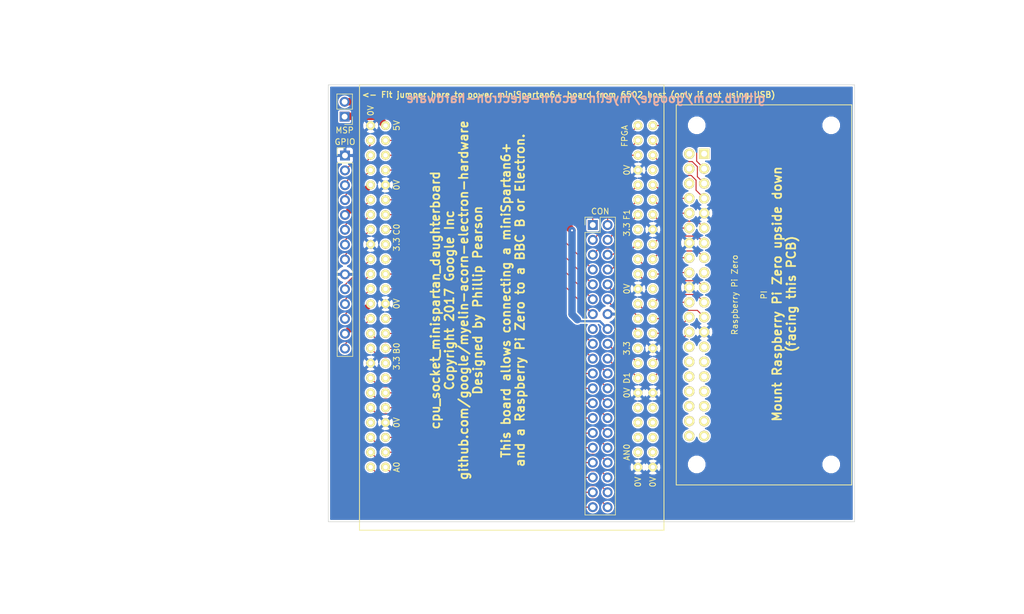
<source format=kicad_pcb>
(kicad_pcb (version 4) (host pcbnew 4.0.6)

  (general
    (links 88)
    (no_connects 0)
    (area 100.949999 54.459999 191.050001 129.280001)
    (thickness 1.6)
    (drawings 18)
    (tracks 273)
    (zones 0)
    (modules 5)
    (nets 74)
  )

  (page A4)
  (layers
    (0 F.Cu signal)
    (31 B.Cu signal)
    (32 B.Adhes user)
    (33 F.Adhes user)
    (34 B.Paste user)
    (35 F.Paste user)
    (36 B.SilkS user)
    (37 F.SilkS user)
    (38 B.Mask user)
    (39 F.Mask user)
    (40 Dwgs.User user)
    (41 Cmts.User user)
    (42 Eco1.User user)
    (43 Eco2.User user)
    (44 Edge.Cuts user)
    (45 Margin user)
    (46 B.CrtYd user)
    (47 F.CrtYd user)
    (48 B.Fab user hide)
    (49 F.Fab user hide)
  )

  (setup
    (last_trace_width 0.1778)
    (user_trace_width 0.1778)
    (user_trace_width 0.254)
    (user_trace_width 0.381)
    (user_trace_width 0.508)
    (user_trace_width 0.762)
    (user_trace_width 1.016)
    (user_trace_width 1.27)
    (trace_clearance 0.1778)
    (zone_clearance 0.254)
    (zone_45_only no)
    (trace_min 0.1778)
    (segment_width 0.2)
    (edge_width 0.1)
    (via_size 0.8128)
    (via_drill 0.3302)
    (via_min_size 0.8128)
    (via_min_drill 0.3302)
    (user_via 0.8128 0.3302)
    (user_via 1.016 0.635)
    (uvia_size 0.8128)
    (uvia_drill 0.3302)
    (uvias_allowed no)
    (uvia_min_size 0.8128)
    (uvia_min_drill 0.3302)
    (pcb_text_width 0.3)
    (pcb_text_size 1.5 1.5)
    (mod_edge_width 0.15)
    (mod_text_size 1 1)
    (mod_text_width 0.15)
    (pad_size 1.5 1.5)
    (pad_drill 0.6)
    (pad_to_mask_clearance 0)
    (aux_axis_origin 0 0)
    (visible_elements FFFFFF7F)
    (pcbplotparams
      (layerselection 0x010fc_80000001)
      (usegerberextensions true)
      (excludeedgelayer true)
      (linewidth 0.100000)
      (plotframeref false)
      (viasonmask false)
      (mode 1)
      (useauxorigin false)
      (hpglpennumber 1)
      (hpglpenspeed 20)
      (hpglpendiameter 15)
      (hpglpenoverlay 2)
      (psnegative false)
      (psa4output false)
      (plotreference true)
      (plotvalue true)
      (plotinvisibletext false)
      (padsonsilk false)
      (subtractmaskfromsilk false)
      (outputformat 1)
      (mirror false)
      (drillshape 0)
      (scaleselection 1)
      (outputdirectory gerbers/))
  )

  (net 0 "")
  (net 1 GND)
  (net 2 3V3)
  (net 3 5V)
  (net 4 ext_A8)
  (net 5 ext_A9)
  (net 6 ext_A10)
  (net 7 ext_A11)
  (net 8 ext_A12)
  (net 9 ext_A13)
  (net 10 ext_A14)
  (net 11 ext_A15)
  (net 12 ext_A0)
  (net 13 ext_A1)
  (net 14 ext_A2)
  (net 15 ext_A3)
  (net 16 ext_A4)
  (net 17 ext_A5)
  (net 18 ext_A6)
  (net 19 ext_A7)
  (net 20 ext_D7)
  (net 21 ext_D6)
  (net 22 ext_D5)
  (net 23 ext_D4)
  (net 24 ext_D3)
  (net 25 ext_D2)
  (net 26 ext_D1)
  (net 27 ext_D0)
  (net 28 ext_GP0)
  (net 29 ext_GP1)
  (net 30 ext_GP2)
  (net 31 ext_GP3)
  (net 32 ext_GP4)
  (net 33 ext_GP5)
  (net 34 ext_GP6)
  (net 35 ext_GP7)
  (net 36 ext_GP8)
  (net 37 ext_GP9)
  (net 38 ext_GP10)
  (net 39 ext_GP11)
  (net 40 ext_GP12)
  (net 41 tube_A1)
  (net 42 tube_A2)
  (net 43 pi_serial_GND)
  (net 44 tube_nRST)
  (net 45 pi_serial_TX)
  (net 46 pi_serial_RX)
  (net 47 tube_nTUBE)
  (net 48 tube_RnW)
  (net 49 tube_A0)
  (net 50 tube_D4)
  (net 51 tube_D5)
  (net 52 tube_D6)
  (net 53 tube_D2)
  (net 54 tube_D1)
  (net 55 tube_D7)
  (net 56 tube_D3)
  (net 57 tube_D0)
  (net 58 tube_PHI0)
  (net 59 ext_3V3)
  (net 60 ext_5V)
  (net 61 minispartan_5v)
  (net 62 minispartan_C11)
  (net 63 minispartan_C9)
  (net 64 minispartan_C7)
  (net 65 minispartan_C5)
  (net 66 minispartan_C3)
  (net 67 minispartan_C1)
  (net 68 minispartan_B11)
  (net 69 minispartan_B9)
  (net 70 minispartan_B7)
  (net 71 minispartan_B5)
  (net 72 minispartan_3V3e)
  (net 73 minispartan_3V3c)

  (net_class Default "This is the default net class."
    (clearance 0.1778)
    (trace_width 0.1778)
    (via_dia 0.8128)
    (via_drill 0.3302)
    (uvia_dia 0.8128)
    (uvia_drill 0.3302)
    (add_net 3V3)
    (add_net 5V)
    (add_net GND)
    (add_net ext_3V3)
    (add_net ext_5V)
    (add_net ext_A0)
    (add_net ext_A1)
    (add_net ext_A10)
    (add_net ext_A11)
    (add_net ext_A12)
    (add_net ext_A13)
    (add_net ext_A14)
    (add_net ext_A15)
    (add_net ext_A2)
    (add_net ext_A3)
    (add_net ext_A4)
    (add_net ext_A5)
    (add_net ext_A6)
    (add_net ext_A7)
    (add_net ext_A8)
    (add_net ext_A9)
    (add_net ext_D0)
    (add_net ext_D1)
    (add_net ext_D2)
    (add_net ext_D3)
    (add_net ext_D4)
    (add_net ext_D5)
    (add_net ext_D6)
    (add_net ext_D7)
    (add_net ext_GP0)
    (add_net ext_GP1)
    (add_net ext_GP10)
    (add_net ext_GP11)
    (add_net ext_GP12)
    (add_net ext_GP2)
    (add_net ext_GP3)
    (add_net ext_GP4)
    (add_net ext_GP5)
    (add_net ext_GP6)
    (add_net ext_GP7)
    (add_net ext_GP8)
    (add_net ext_GP9)
    (add_net minispartan_3V3c)
    (add_net minispartan_3V3e)
    (add_net minispartan_5v)
    (add_net minispartan_B11)
    (add_net minispartan_B5)
    (add_net minispartan_B7)
    (add_net minispartan_B9)
    (add_net minispartan_C1)
    (add_net minispartan_C11)
    (add_net minispartan_C3)
    (add_net minispartan_C5)
    (add_net minispartan_C7)
    (add_net minispartan_C9)
    (add_net pi_serial_GND)
    (add_net pi_serial_RX)
    (add_net pi_serial_TX)
    (add_net tube_A0)
    (add_net tube_A1)
    (add_net tube_A2)
    (add_net tube_D0)
    (add_net tube_D1)
    (add_net tube_D2)
    (add_net tube_D3)
    (add_net tube_D4)
    (add_net tube_D5)
    (add_net tube_D6)
    (add_net tube_D7)
    (add_net tube_PHI0)
    (add_net tube_RnW)
    (add_net tube_nRST)
    (add_net tube_nTUBE)
  )

  (module Pin_Headers:Pin_Header_Straight_2x20_Pitch2.54mm locked (layer F.Cu) (tedit 59650533) (tstamp 59E6652B)
    (at 146.23 78.48)
    (descr "Through hole straight pin header, 2x20, 2.54mm pitch, double rows")
    (tags "Through hole pin header THT 2x20 2.54mm double row")
    (fp_text reference CON (at 1.27 -2.33) (layer F.SilkS)
      (effects (font (size 1 1) (thickness 0.15)))
    )
    (fp_text value "2x20 connector for daughterboard" (at 1.27 50.59) (layer F.Fab)
      (effects (font (size 1 1) (thickness 0.15)))
    )
    (fp_line (start 0 -1.27) (end 3.81 -1.27) (layer F.Fab) (width 0.1))
    (fp_line (start 3.81 -1.27) (end 3.81 49.53) (layer F.Fab) (width 0.1))
    (fp_line (start 3.81 49.53) (end -1.27 49.53) (layer F.Fab) (width 0.1))
    (fp_line (start -1.27 49.53) (end -1.27 0) (layer F.Fab) (width 0.1))
    (fp_line (start -1.27 0) (end 0 -1.27) (layer F.Fab) (width 0.1))
    (fp_line (start -1.33 49.59) (end 3.87 49.59) (layer F.SilkS) (width 0.12))
    (fp_line (start -1.33 1.27) (end -1.33 49.59) (layer F.SilkS) (width 0.12))
    (fp_line (start 3.87 -1.33) (end 3.87 49.59) (layer F.SilkS) (width 0.12))
    (fp_line (start -1.33 1.27) (end 1.27 1.27) (layer F.SilkS) (width 0.12))
    (fp_line (start 1.27 1.27) (end 1.27 -1.33) (layer F.SilkS) (width 0.12))
    (fp_line (start 1.27 -1.33) (end 3.87 -1.33) (layer F.SilkS) (width 0.12))
    (fp_line (start -1.33 0) (end -1.33 -1.33) (layer F.SilkS) (width 0.12))
    (fp_line (start -1.33 -1.33) (end 0 -1.33) (layer F.SilkS) (width 0.12))
    (fp_line (start -1.8 -1.8) (end -1.8 50.05) (layer F.CrtYd) (width 0.05))
    (fp_line (start -1.8 50.05) (end 4.35 50.05) (layer F.CrtYd) (width 0.05))
    (fp_line (start 4.35 50.05) (end 4.35 -1.8) (layer F.CrtYd) (width 0.05))
    (fp_line (start 4.35 -1.8) (end -1.8 -1.8) (layer F.CrtYd) (width 0.05))
    (fp_text user %R (at 1.27 24.13 90) (layer F.Fab)
      (effects (font (size 1 1) (thickness 0.15)))
    )
    (pad 1 thru_hole rect (at 0 0) (size 1.7 1.7) (drill 1) (layers *.Cu *.Mask)
      (net 28 ext_GP0))
    (pad 2 thru_hole oval (at 2.54 0) (size 1.7 1.7) (drill 1) (layers *.Cu *.Mask)
      (net 29 ext_GP1))
    (pad 3 thru_hole oval (at 0 2.54) (size 1.7 1.7) (drill 1) (layers *.Cu *.Mask)
      (net 30 ext_GP2))
    (pad 4 thru_hole oval (at 2.54 2.54) (size 1.7 1.7) (drill 1) (layers *.Cu *.Mask)
      (net 31 ext_GP3))
    (pad 5 thru_hole oval (at 0 5.08) (size 1.7 1.7) (drill 1) (layers *.Cu *.Mask)
      (net 32 ext_GP4))
    (pad 6 thru_hole oval (at 2.54 5.08) (size 1.7 1.7) (drill 1) (layers *.Cu *.Mask)
      (net 33 ext_GP5))
    (pad 7 thru_hole oval (at 0 7.62) (size 1.7 1.7) (drill 1) (layers *.Cu *.Mask)
      (net 34 ext_GP6))
    (pad 8 thru_hole oval (at 2.54 7.62) (size 1.7 1.7) (drill 1) (layers *.Cu *.Mask)
      (net 35 ext_GP7))
    (pad 9 thru_hole oval (at 0 10.16) (size 1.7 1.7) (drill 1) (layers *.Cu *.Mask)
      (net 36 ext_GP8))
    (pad 10 thru_hole oval (at 2.54 10.16) (size 1.7 1.7) (drill 1) (layers *.Cu *.Mask)
      (net 37 ext_GP9))
    (pad 11 thru_hole oval (at 0 12.7) (size 1.7 1.7) (drill 1) (layers *.Cu *.Mask)
      (net 38 ext_GP10))
    (pad 12 thru_hole oval (at 2.54 12.7) (size 1.7 1.7) (drill 1) (layers *.Cu *.Mask)
      (net 39 ext_GP11))
    (pad 13 thru_hole oval (at 0 15.24) (size 1.7 1.7) (drill 1) (layers *.Cu *.Mask)
      (net 40 ext_GP12))
    (pad 14 thru_hole oval (at 2.54 15.24) (size 1.7 1.7) (drill 1) (layers *.Cu *.Mask)
      (net 1 GND))
    (pad 15 thru_hole oval (at 0 17.78) (size 1.7 1.7) (drill 1) (layers *.Cu *.Mask)
      (net 59 ext_3V3))
    (pad 16 thru_hole oval (at 2.54 17.78) (size 1.7 1.7) (drill 1) (layers *.Cu *.Mask)
      (net 60 ext_5V))
    (pad 17 thru_hole oval (at 0 20.32) (size 1.7 1.7) (drill 1) (layers *.Cu *.Mask)
      (net 27 ext_D0))
    (pad 18 thru_hole oval (at 2.54 20.32) (size 1.7 1.7) (drill 1) (layers *.Cu *.Mask)
      (net 26 ext_D1))
    (pad 19 thru_hole oval (at 0 22.86) (size 1.7 1.7) (drill 1) (layers *.Cu *.Mask)
      (net 25 ext_D2))
    (pad 20 thru_hole oval (at 2.54 22.86) (size 1.7 1.7) (drill 1) (layers *.Cu *.Mask)
      (net 24 ext_D3))
    (pad 21 thru_hole oval (at 0 25.4) (size 1.7 1.7) (drill 1) (layers *.Cu *.Mask)
      (net 23 ext_D4))
    (pad 22 thru_hole oval (at 2.54 25.4) (size 1.7 1.7) (drill 1) (layers *.Cu *.Mask)
      (net 22 ext_D5))
    (pad 23 thru_hole oval (at 0 27.94) (size 1.7 1.7) (drill 1) (layers *.Cu *.Mask)
      (net 21 ext_D6))
    (pad 24 thru_hole oval (at 2.54 27.94) (size 1.7 1.7) (drill 1) (layers *.Cu *.Mask)
      (net 20 ext_D7))
    (pad 25 thru_hole oval (at 0 30.48) (size 1.7 1.7) (drill 1) (layers *.Cu *.Mask)
      (net 12 ext_A0))
    (pad 26 thru_hole oval (at 2.54 30.48) (size 1.7 1.7) (drill 1) (layers *.Cu *.Mask)
      (net 13 ext_A1))
    (pad 27 thru_hole oval (at 0 33.02) (size 1.7 1.7) (drill 1) (layers *.Cu *.Mask)
      (net 14 ext_A2))
    (pad 28 thru_hole oval (at 2.54 33.02) (size 1.7 1.7) (drill 1) (layers *.Cu *.Mask)
      (net 15 ext_A3))
    (pad 29 thru_hole oval (at 0 35.56) (size 1.7 1.7) (drill 1) (layers *.Cu *.Mask)
      (net 16 ext_A4))
    (pad 30 thru_hole oval (at 2.54 35.56) (size 1.7 1.7) (drill 1) (layers *.Cu *.Mask)
      (net 17 ext_A5))
    (pad 31 thru_hole oval (at 0 38.1) (size 1.7 1.7) (drill 1) (layers *.Cu *.Mask)
      (net 18 ext_A6))
    (pad 32 thru_hole oval (at 2.54 38.1) (size 1.7 1.7) (drill 1) (layers *.Cu *.Mask)
      (net 19 ext_A7))
    (pad 33 thru_hole oval (at 0 40.64) (size 1.7 1.7) (drill 1) (layers *.Cu *.Mask)
      (net 4 ext_A8))
    (pad 34 thru_hole oval (at 2.54 40.64) (size 1.7 1.7) (drill 1) (layers *.Cu *.Mask)
      (net 5 ext_A9))
    (pad 35 thru_hole oval (at 0 43.18) (size 1.7 1.7) (drill 1) (layers *.Cu *.Mask)
      (net 6 ext_A10))
    (pad 36 thru_hole oval (at 2.54 43.18) (size 1.7 1.7) (drill 1) (layers *.Cu *.Mask)
      (net 7 ext_A11))
    (pad 37 thru_hole oval (at 0 45.72) (size 1.7 1.7) (drill 1) (layers *.Cu *.Mask)
      (net 8 ext_A12))
    (pad 38 thru_hole oval (at 2.54 45.72) (size 1.7 1.7) (drill 1) (layers *.Cu *.Mask)
      (net 9 ext_A13))
    (pad 39 thru_hole oval (at 0 48.26) (size 1.7 1.7) (drill 1) (layers *.Cu *.Mask)
      (net 10 ext_A14))
    (pad 40 thru_hole oval (at 2.54 48.26) (size 1.7 1.7) (drill 1) (layers *.Cu *.Mask)
      (net 11 ext_A15))
    (model ${KISYS3DMOD}/Pin_Headers.3dshapes/Pin_Header_Straight_2x20_Pitch2.54mm.wrl
      (at (xyz 0 0 0))
      (scale (xyz 1 1 1))
      (rotate (xyz 0 0 0))
    )
  )

  (module myelin-kicad:scarab_mini_spartan_6_lx25 locked (layer F.Cu) (tedit 58D24344) (tstamp 59EAA1A6)
    (at 157.77 130.685 90)
    (fp_text reference FPGA (at 67.425 -6.08 270) (layer F.SilkS)
      (effects (font (size 1 1) (thickness 0.15)))
    )
    (fp_text value "miniSpartan6+ board" (at 36.83 -29.845 90) (layer F.Fab)
      (effects (font (size 1 1) (thickness 0.15)))
    )
    (fp_text user F1 (at 53.975 -5.715 90) (layer F.SilkS)
      (effects (font (size 1 1) (thickness 0.15)))
    )
    (fp_text user 0V (at 61.595 -5.715 90) (layer F.SilkS)
      (effects (font (size 1 1) (thickness 0.15)))
    )
    (fp_text user 3.3 (at 51.435 -5.715 90) (layer F.SilkS)
      (effects (font (size 1 1) (thickness 0.15)))
    )
    (fp_text user 3.3 (at 31.115 -5.715 90) (layer F.SilkS)
      (effects (font (size 1 1) (thickness 0.15)))
    )
    (fp_text user 0V (at 41.275 -5.715 90) (layer F.SilkS)
      (effects (font (size 1 1) (thickness 0.15)))
    )
    (fp_text user D1 (at 26.035 -5.715 90) (layer F.SilkS)
      (effects (font (size 1 1) (thickness 0.15)))
    )
    (fp_text user 0V (at 8.255 -1.27 90) (layer F.SilkS)
      (effects (font (size 1 1) (thickness 0.15)))
    )
    (fp_text user 0V (at 23.495 -5.715 90) (layer F.SilkS)
      (effects (font (size 1 1) (thickness 0.15)))
    )
    (fp_text user AN0 (at 13.335 -5.715 90) (layer F.SilkS)
      (effects (font (size 1 1) (thickness 0.15)))
    )
    (fp_text user 0V (at 8.255 -3.81 90) (layer F.SilkS)
      (effects (font (size 1 1) (thickness 0.15)))
    )
    (fp_text user 0V (at 71.755 -49.53 90) (layer F.SilkS)
      (effects (font (size 1 1) (thickness 0.15)))
    )
    (fp_text user 5V (at 69.215 -45.085 90) (layer F.SilkS)
      (effects (font (size 1 1) (thickness 0.15)))
    )
    (fp_text user 0V (at 59.055 -45.085 90) (layer F.SilkS)
      (effects (font (size 1 1) (thickness 0.15)))
    )
    (fp_text user C0 (at 51.435 -45.085 90) (layer F.SilkS)
      (effects (font (size 1 1) (thickness 0.15)))
    )
    (fp_text user 3.3 (at 48.895 -45.085 90) (layer F.SilkS)
      (effects (font (size 1 1) (thickness 0.15)))
    )
    (fp_text user 0V (at 38.735 -45.085 90) (layer F.SilkS)
      (effects (font (size 1 1) (thickness 0.15)))
    )
    (fp_text user B0 (at 31.115 -45.085 90) (layer F.SilkS)
      (effects (font (size 1 1) (thickness 0.15)))
    )
    (fp_text user 3.3 (at 28.575 -45.085 90) (layer F.SilkS)
      (effects (font (size 1 1) (thickness 0.15)))
    )
    (fp_text user 0V (at 18.415 -45.085 90) (layer F.SilkS)
      (effects (font (size 1 1) (thickness 0.15)))
    )
    (fp_text user A0 (at 10.795 -45.085 90) (layer F.SilkS)
      (effects (font (size 1 1) (thickness 0.15)))
    )
    (fp_line (start 0 -51.435) (end 76.2 -51.435) (layer F.SilkS) (width 0.15))
    (fp_line (start 76.2 0.635) (end 0 0.635) (layer F.SilkS) (width 0.15))
    (fp_line (start 76.2 -51.435) (end 76.2 0.635) (layer F.SilkS) (width 0.15))
    (fp_line (start 0 0.635) (end 0 -51.435) (layer F.SilkS) (width 0.15))
    (pad D3 thru_hole circle (at 28.575 -3.81 90) (size 1.524 1.524) (drill 0.762) (layers *.Cu *.Mask F.SilkS)
      (net 26 ext_D1))
    (pad D2 thru_hole circle (at 28.575 -1.27 90) (size 1.524 1.524) (drill 0.762) (layers *.Cu *.Mask F.SilkS)
      (net 57 tube_D0))
    (pad D1 thru_hole circle (at 26.035 -3.81 90) (size 1.524 1.524) (drill 0.762) (layers *.Cu *.Mask F.SilkS)
      (net 24 ext_D3))
    (pad D0 thru_hole circle (at 26.035 -1.27 90) (size 1.524 1.524) (drill 0.762) (layers *.Cu *.Mask F.SilkS)
      (net 58 tube_PHI0))
    (pad GNDj thru_hole circle (at 23.495 -3.81 90) (size 1.524 1.524) (drill 0.762) (layers *.Cu *.Mask F.SilkS)
      (net 1 GND))
    (pad GNDi thru_hole circle (at 23.495 -1.27 90) (size 1.524 1.524) (drill 0.762) (layers *.Cu *.Mask F.SilkS)
      (net 1 GND))
    (pad AN6 thru_hole circle (at 20.955 -3.81 90) (size 1.524 1.524) (drill 0.762) (layers *.Cu *.Mask F.SilkS))
    (pad AN7 thru_hole circle (at 20.955 -1.27 90) (size 1.524 1.524) (drill 0.762) (layers *.Cu *.Mask F.SilkS))
    (pad AN4 thru_hole circle (at 18.415 -3.81 90) (size 1.524 1.524) (drill 0.762) (layers *.Cu *.Mask F.SilkS))
    (pad AN5 thru_hole circle (at 18.415 -1.27 90) (size 1.524 1.524) (drill 0.762) (layers *.Cu *.Mask F.SilkS))
    (pad AN2 thru_hole circle (at 15.875 -3.81 90) (size 1.524 1.524) (drill 0.762) (layers *.Cu *.Mask F.SilkS))
    (pad AN3 thru_hole circle (at 15.875 -1.27 90) (size 1.524 1.524) (drill 0.762) (layers *.Cu *.Mask F.SilkS))
    (pad AN0 thru_hole circle (at 13.335 -3.81 90) (size 1.524 1.524) (drill 0.762) (layers *.Cu *.Mask F.SilkS))
    (pad AN1 thru_hole circle (at 13.335 -1.27 90) (size 1.524 1.524) (drill 0.762) (layers *.Cu *.Mask F.SilkS))
    (pad GNDg thru_hole circle (at 10.795 -3.81 90) (size 1.524 1.524) (drill 0.762) (layers *.Cu *.Mask F.SilkS)
      (net 1 GND))
    (pad GNDh thru_hole circle (at 10.795 -1.27 90) (size 1.524 1.524) (drill 0.762) (layers *.Cu *.Mask F.SilkS)
      (net 1 GND))
    (pad GNDk thru_hole circle (at 31.115 -1.27 90) (size 1.524 1.524) (drill 0.762) (layers *.Cu *.Mask F.SilkS)
      (net 1 GND))
    (pad 3V3f thru_hole circle (at 31.115 -3.81 90) (size 1.524 1.524) (drill 0.762) (layers *.Cu *.Mask F.SilkS))
    (pad E0 thru_hole circle (at 33.655 -1.27 90) (size 1.524 1.524) (drill 0.762) (layers *.Cu *.Mask F.SilkS)
      (net 56 tube_D3))
    (pad E1 thru_hole circle (at 33.655 -3.81 90) (size 1.524 1.524) (drill 0.762) (layers *.Cu *.Mask F.SilkS)
      (net 39 ext_GP11))
    (pad E2 thru_hole circle (at 36.195 -1.27 90) (size 1.524 1.524) (drill 0.762) (layers *.Cu *.Mask F.SilkS)
      (net 55 tube_D7))
    (pad E3 thru_hole circle (at 36.195 -3.81 90) (size 1.524 1.524) (drill 0.762) (layers *.Cu *.Mask F.SilkS)
      (net 37 ext_GP9))
    (pad E4 thru_hole circle (at 38.735 -1.27 90) (size 1.524 1.524) (drill 0.762) (layers *.Cu *.Mask F.SilkS)
      (net 53 tube_D2))
    (pad E5 thru_hole circle (at 38.735 -3.81 90) (size 1.524 1.524) (drill 0.762) (layers *.Cu *.Mask F.SilkS)
      (net 54 tube_D1))
    (pad 3V3g thru_hole circle (at 41.275 -1.27 90) (size 1.524 1.524) (drill 0.762) (layers *.Cu *.Mask F.SilkS))
    (pad GNDl thru_hole circle (at 41.275 -3.81 90) (size 1.524 1.524) (drill 0.762) (layers *.Cu *.Mask F.SilkS)
      (net 1 GND))
    (pad E6 thru_hole circle (at 43.815 -1.27 90) (size 1.524 1.524) (drill 0.762) (layers *.Cu *.Mask F.SilkS)
      (net 51 tube_D5))
    (pad E7 thru_hole circle (at 43.815 -3.81 90) (size 1.524 1.524) (drill 0.762) (layers *.Cu *.Mask F.SilkS)
      (net 52 tube_D6))
    (pad E8 thru_hole circle (at 46.355 -1.27 90) (size 1.524 1.524) (drill 0.762) (layers *.Cu *.Mask F.SilkS)
      (net 49 tube_A0))
    (pad E9 thru_hole circle (at 46.355 -3.81 90) (size 1.524 1.524) (drill 0.762) (layers *.Cu *.Mask F.SilkS)
      (net 50 tube_D4))
    (pad E10 thru_hole circle (at 48.895 -1.27 90) (size 1.524 1.524) (drill 0.762) (layers *.Cu *.Mask F.SilkS)
      (net 48 tube_RnW))
    (pad E11 thru_hole circle (at 48.895 -3.81 90) (size 1.524 1.524) (drill 0.762) (layers *.Cu *.Mask F.SilkS)
      (net 35 ext_GP7))
    (pad F11 thru_hole circle (at 69.215 -3.81 90) (size 1.524 1.524) (drill 0.762) (layers *.Cu *.Mask F.SilkS)
      (net 28 ext_GP0))
    (pad F10 thru_hole circle (at 69.215 -1.27 90) (size 1.524 1.524) (drill 0.762) (layers *.Cu *.Mask F.SilkS)
      (net 41 tube_A1))
    (pad F9 thru_hole circle (at 66.675 -3.81 90) (size 1.524 1.524) (drill 0.762) (layers *.Cu *.Mask F.SilkS)
      (net 29 ext_GP1))
    (pad F8 thru_hole circle (at 66.675 -1.27 90) (size 1.524 1.524) (drill 0.762) (layers *.Cu *.Mask F.SilkS)
      (net 42 tube_A2))
    (pad F7 thru_hole circle (at 64.135 -3.81 90) (size 1.524 1.524) (drill 0.762) (layers *.Cu *.Mask F.SilkS)
      (net 30 ext_GP2))
    (pad F6 thru_hole circle (at 64.135 -1.27 90) (size 1.524 1.524) (drill 0.762) (layers *.Cu *.Mask F.SilkS)
      (net 44 tube_nRST))
    (pad GNDn thru_hole circle (at 61.595 -3.81 90) (size 1.524 1.524) (drill 0.762) (layers *.Cu *.Mask F.SilkS)
      (net 1 GND))
    (pad 3V3i thru_hole circle (at 61.595 -1.27 90) (size 1.524 1.524) (drill 0.762) (layers *.Cu *.Mask F.SilkS))
    (pad F5 thru_hole circle (at 59.055 -3.81 90) (size 1.524 1.524) (drill 0.762) (layers *.Cu *.Mask F.SilkS)
      (net 31 ext_GP3))
    (pad F4 thru_hole circle (at 59.055 -1.27 90) (size 1.524 1.524) (drill 0.762) (layers *.Cu *.Mask F.SilkS)
      (net 45 pi_serial_TX))
    (pad F3 thru_hole circle (at 56.515 -3.81 90) (size 1.524 1.524) (drill 0.762) (layers *.Cu *.Mask F.SilkS)
      (net 32 ext_GP4))
    (pad F2 thru_hole circle (at 56.515 -1.27 90) (size 1.524 1.524) (drill 0.762) (layers *.Cu *.Mask F.SilkS)
      (net 46 pi_serial_RX))
    (pad F1 thru_hole circle (at 53.975 -3.81 90) (size 1.524 1.524) (drill 0.762) (layers *.Cu *.Mask F.SilkS)
      (net 33 ext_GP5))
    (pad F0 thru_hole circle (at 53.975 -1.27 90) (size 1.524 1.524) (drill 0.762) (layers *.Cu *.Mask F.SilkS)
      (net 47 tube_nTUBE))
    (pad 3V3h thru_hole circle (at 51.435 -3.81 90) (size 1.524 1.524) (drill 0.762) (layers *.Cu *.Mask F.SilkS))
    (pad GNDm thru_hole circle (at 51.435 -1.27 90) (size 1.524 1.524) (drill 0.762) (layers *.Cu *.Mask F.SilkS)
      (net 1 GND))
    (pad C0 thru_hole circle (at 51.435 -46.99 90) (size 1.524 1.524) (drill 0.762) (layers *.Cu *.Mask F.SilkS)
      (net 25 ext_D2))
    (pad C1 thru_hole circle (at 51.435 -49.53 90) (size 1.524 1.524) (drill 0.762) (layers *.Cu *.Mask F.SilkS)
      (net 67 minispartan_C1))
    (pad C2 thru_hole circle (at 53.975 -46.99 90) (size 1.524 1.524) (drill 0.762) (layers *.Cu *.Mask F.SilkS)
      (net 27 ext_D0))
    (pad C3 thru_hole circle (at 53.975 -49.53 90) (size 1.524 1.524) (drill 0.762) (layers *.Cu *.Mask F.SilkS)
      (net 66 minispartan_C3))
    (pad C4 thru_hole circle (at 56.515 -46.99 90) (size 1.524 1.524) (drill 0.762) (layers *.Cu *.Mask F.SilkS)
      (net 40 ext_GP12))
    (pad C5 thru_hole circle (at 56.515 -49.53 90) (size 1.524 1.524) (drill 0.762) (layers *.Cu *.Mask F.SilkS)
      (net 65 minispartan_C5))
    (pad GNDe thru_hole circle (at 59.055 -46.99 90) (size 1.524 1.524) (drill 0.762) (layers *.Cu *.Mask F.SilkS)
      (net 1 GND))
    (pad 3V3e thru_hole circle (at 59.055 -49.53 90) (size 1.524 1.524) (drill 0.762) (layers *.Cu *.Mask F.SilkS)
      (net 72 minispartan_3V3e))
    (pad C6 thru_hole circle (at 61.595 -46.99 90) (size 1.524 1.524) (drill 0.762) (layers *.Cu *.Mask F.SilkS)
      (net 38 ext_GP10))
    (pad C7 thru_hole circle (at 61.595 -49.53 90) (size 1.524 1.524) (drill 0.762) (layers *.Cu *.Mask F.SilkS)
      (net 64 minispartan_C7))
    (pad C8 thru_hole circle (at 64.135 -46.99 90) (size 1.524 1.524) (drill 0.762) (layers *.Cu *.Mask F.SilkS)
      (net 36 ext_GP8))
    (pad C9 thru_hole circle (at 64.135 -49.53 90) (size 1.524 1.524) (drill 0.762) (layers *.Cu *.Mask F.SilkS)
      (net 63 minispartan_C9))
    (pad C10 thru_hole circle (at 66.675 -46.99 90) (size 1.524 1.524) (drill 0.762) (layers *.Cu *.Mask F.SilkS)
      (net 34 ext_GP6))
    (pad C11 thru_hole circle (at 66.675 -49.53 90) (size 1.524 1.524) (drill 0.762) (layers *.Cu *.Mask F.SilkS)
      (net 62 minispartan_C11))
    (pad 5V0 thru_hole circle (at 69.215 -46.99 90) (size 1.524 1.524) (drill 0.762) (layers *.Cu *.Mask F.SilkS)
      (net 61 minispartan_5v))
    (pad GNDf thru_hole circle (at 69.215 -49.53 90) (size 1.524 1.524) (drill 0.762) (layers *.Cu *.Mask F.SilkS)
      (net 1 GND))
    (pad GNDd thru_hole circle (at 48.895 -49.53 90) (size 1.524 1.524) (drill 0.762) (layers *.Cu *.Mask F.SilkS)
      (net 1 GND))
    (pad 3V3d thru_hole circle (at 48.895 -46.99 90) (size 1.524 1.524) (drill 0.762) (layers *.Cu *.Mask F.SilkS))
    (pad B11 thru_hole circle (at 46.355 -49.53 90) (size 1.524 1.524) (drill 0.762) (layers *.Cu *.Mask F.SilkS)
      (net 68 minispartan_B11))
    (pad B10 thru_hole circle (at 46.355 -46.99 90) (size 1.524 1.524) (drill 0.762) (layers *.Cu *.Mask F.SilkS)
      (net 22 ext_D5))
    (pad B9 thru_hole circle (at 43.815 -49.53 90) (size 1.524 1.524) (drill 0.762) (layers *.Cu *.Mask F.SilkS)
      (net 69 minispartan_B9))
    (pad B8 thru_hole circle (at 43.815 -46.99 90) (size 1.524 1.524) (drill 0.762) (layers *.Cu *.Mask F.SilkS)
      (net 23 ext_D4))
    (pad B7 thru_hole circle (at 41.275 -49.53 90) (size 1.524 1.524) (drill 0.762) (layers *.Cu *.Mask F.SilkS)
      (net 70 minispartan_B7))
    (pad B6 thru_hole circle (at 41.275 -46.99 90) (size 1.524 1.524) (drill 0.762) (layers *.Cu *.Mask F.SilkS)
      (net 20 ext_D7))
    (pad 3V3c thru_hole circle (at 38.735 -49.53 90) (size 1.524 1.524) (drill 0.762) (layers *.Cu *.Mask F.SilkS)
      (net 73 minispartan_3V3c))
    (pad GNDc thru_hole circle (at 38.735 -46.99 90) (size 1.524 1.524) (drill 0.762) (layers *.Cu *.Mask F.SilkS)
      (net 1 GND))
    (pad B5 thru_hole circle (at 36.195 -49.53 90) (size 1.524 1.524) (drill 0.762) (layers *.Cu *.Mask F.SilkS)
      (net 71 minispartan_B5))
    (pad B4 thru_hole circle (at 36.195 -46.99 90) (size 1.524 1.524) (drill 0.762) (layers *.Cu *.Mask F.SilkS)
      (net 21 ext_D6))
    (pad B3 thru_hole circle (at 33.655 -49.53 90) (size 1.524 1.524) (drill 0.762) (layers *.Cu *.Mask F.SilkS)
      (net 12 ext_A0))
    (pad B2 thru_hole circle (at 33.655 -46.99 90) (size 1.524 1.524) (drill 0.762) (layers *.Cu *.Mask F.SilkS)
      (net 13 ext_A1))
    (pad B1 thru_hole circle (at 31.115 -49.53 90) (size 1.524 1.524) (drill 0.762) (layers *.Cu *.Mask F.SilkS)
      (net 14 ext_A2))
    (pad B0 thru_hole circle (at 31.115 -46.99 90) (size 1.524 1.524) (drill 0.762) (layers *.Cu *.Mask F.SilkS)
      (net 15 ext_A3))
    (pad A0 thru_hole circle (at 10.795 -46.99 90) (size 1.524 1.524) (drill 0.762) (layers *.Cu *.Mask F.SilkS)
      (net 11 ext_A15))
    (pad A1 thru_hole circle (at 10.795 -49.53 90) (size 1.524 1.524) (drill 0.762) (layers *.Cu *.Mask F.SilkS)
      (net 10 ext_A14))
    (pad A2 thru_hole circle (at 13.335 -46.99 90) (size 1.524 1.524) (drill 0.762) (layers *.Cu *.Mask F.SilkS)
      (net 9 ext_A13))
    (pad A3 thru_hole circle (at 13.335 -49.53 90) (size 1.524 1.524) (drill 0.762) (layers *.Cu *.Mask F.SilkS)
      (net 8 ext_A12))
    (pad A4 thru_hole circle (at 15.875 -46.99 90) (size 1.524 1.524) (drill 0.762) (layers *.Cu *.Mask F.SilkS)
      (net 7 ext_A11))
    (pad A5 thru_hole circle (at 15.875 -49.53 90) (size 1.524 1.524) (drill 0.762) (layers *.Cu *.Mask F.SilkS)
      (net 6 ext_A10))
    (pad GNDa thru_hole circle (at 18.415 -46.99 90) (size 1.524 1.524) (drill 0.762) (layers *.Cu *.Mask F.SilkS)
      (net 1 GND))
    (pad 3V3a thru_hole circle (at 18.415 -49.53 90) (size 1.524 1.524) (drill 0.762) (layers *.Cu *.Mask F.SilkS))
    (pad A6 thru_hole circle (at 20.955 -46.99 90) (size 1.524 1.524) (drill 0.762) (layers *.Cu *.Mask F.SilkS)
      (net 5 ext_A9))
    (pad A7 thru_hole circle (at 20.955 -49.53 90) (size 1.524 1.524) (drill 0.762) (layers *.Cu *.Mask F.SilkS)
      (net 4 ext_A8))
    (pad A8 thru_hole circle (at 23.495 -46.99 90) (size 1.524 1.524) (drill 0.762) (layers *.Cu *.Mask F.SilkS)
      (net 19 ext_A7))
    (pad A9 thru_hole circle (at 23.495 -49.53 90) (size 1.524 1.524) (drill 0.762) (layers *.Cu *.Mask F.SilkS)
      (net 18 ext_A6))
    (pad A10 thru_hole circle (at 26.035 -46.99 90) (size 1.524 1.524) (drill 0.762) (layers *.Cu *.Mask F.SilkS)
      (net 17 ext_A5))
    (pad A11 thru_hole circle (at 26.035 -49.53 90) (size 1.524 1.524) (drill 0.762) (layers *.Cu *.Mask F.SilkS)
      (net 16 ext_A4))
    (pad 3V3b thru_hole circle (at 28.575 -46.99 90) (size 1.524 1.524) (drill 0.762) (layers *.Cu *.Mask F.SilkS))
    (pad GNDb thru_hole circle (at 28.575 -49.53 90) (size 1.524 1.524) (drill 0.762) (layers *.Cu *.Mask F.SilkS)
      (net 1 GND))
  )

  (module myelin-kicad:raspberry_pi_zero_flipped (layer F.Cu) (tedit 0) (tstamp 59F3B046)
    (at 160.51 90.43 90)
    (descr "Footprint for Raspberry Pi Zero, mounted upside down")
    (fp_text reference PI (at 0 15 90) (layer F.SilkS)
      (effects (font (size 1 1) (thickness 0.15)))
    )
    (fp_text value "Raspberry Pi Zero" (at 0 10 90) (layer F.SilkS)
      (effects (font (size 1 1) (thickness 0.15)))
    )
    (fp_line (start -32.5 0) (end 32.5 0) (layer F.SilkS) (width 0.15))
    (fp_line (start 32.5 0) (end 32.5 30) (layer F.SilkS) (width 0.15))
    (fp_line (start 32.5 30) (end -32.5 30) (layer F.SilkS) (width 0.15))
    (fp_line (start -32.5 30) (end -32.5 0) (layer F.SilkS) (width 0.15))
    (pad "" np_thru_hole circle (at -29 3.5 90) (size 2.5 2.5) (drill 2.5) (layers *.Cu))
    (pad "" np_thru_hole circle (at 29 3.5 90) (size 2.5 2.5) (drill 2.5) (layers *.Cu))
    (pad "" np_thru_hole circle (at -29 26.5 90) (size 2.5 2.5) (drill 2.5) (layers *.Cu))
    (pad "" np_thru_hole circle (at 29 26.5 90) (size 2.5 2.5) (drill 2.5) (layers *.Cu))
    (pad 1 thru_hole rect (at 24.13 4.77 90) (size 1.778 1.778) (drill 1.016) (layers *.Cu *.Mask F.SilkS))
    (pad 2 thru_hole circle (at 24.13 2.23 90) (size 1.778 1.778) (drill 1.016) (layers *.Cu *.Mask F.SilkS))
    (pad 3 thru_hole circle (at 21.59 4.77 90) (size 1.778 1.778) (drill 1.016) (layers *.Cu *.Mask F.SilkS)
      (net 41 tube_A1))
    (pad 4 thru_hole circle (at 21.59 2.23 90) (size 1.778 1.778) (drill 1.016) (layers *.Cu *.Mask F.SilkS)
      (net 3 5V))
    (pad 5 thru_hole circle (at 19.05 4.77 90) (size 1.778 1.778) (drill 1.016) (layers *.Cu *.Mask F.SilkS)
      (net 42 tube_A2))
    (pad 6 thru_hole circle (at 19.05 2.23 90) (size 1.778 1.778) (drill 1.016) (layers *.Cu *.Mask F.SilkS)
      (net 43 pi_serial_GND))
    (pad 7 thru_hole circle (at 16.51 4.77 90) (size 1.778 1.778) (drill 1.016) (layers *.Cu *.Mask F.SilkS)
      (net 44 tube_nRST))
    (pad 8 thru_hole circle (at 16.51 2.23 90) (size 1.778 1.778) (drill 1.016) (layers *.Cu *.Mask F.SilkS)
      (net 45 pi_serial_TX))
    (pad 9 thru_hole circle (at 13.97 4.77 90) (size 1.778 1.778) (drill 1.016) (layers *.Cu *.Mask F.SilkS)
      (net 1 GND))
    (pad 10 thru_hole circle (at 13.97 2.23 90) (size 1.778 1.778) (drill 1.016) (layers *.Cu *.Mask F.SilkS)
      (net 46 pi_serial_RX))
    (pad 11 thru_hole circle (at 11.43 4.77 90) (size 1.778 1.778) (drill 1.016) (layers *.Cu *.Mask F.SilkS)
      (net 47 tube_nTUBE))
    (pad 12 thru_hole circle (at 11.43 2.23 90) (size 1.778 1.778) (drill 1.016) (layers *.Cu *.Mask F.SilkS)
      (net 48 tube_RnW))
    (pad 13 thru_hole circle (at 8.89 4.77 90) (size 1.778 1.778) (drill 1.016) (layers *.Cu *.Mask F.SilkS)
      (net 49 tube_A0))
    (pad 14 thru_hole circle (at 8.89 2.23 90) (size 1.778 1.778) (drill 1.016) (layers *.Cu *.Mask F.SilkS)
      (net 1 GND))
    (pad 15 thru_hole circle (at 6.35 4.77 90) (size 1.778 1.778) (drill 1.016) (layers *.Cu *.Mask F.SilkS)
      (net 50 tube_D4))
    (pad 16 thru_hole circle (at 6.35 2.23 90) (size 1.778 1.778) (drill 1.016) (layers *.Cu *.Mask F.SilkS)
      (net 51 tube_D5))
    (pad 17 thru_hole circle (at 3.81 4.77 90) (size 1.778 1.778) (drill 1.016) (layers *.Cu *.Mask F.SilkS)
      (net 2 3V3))
    (pad 18 thru_hole circle (at 3.81 2.23 90) (size 1.778 1.778) (drill 1.016) (layers *.Cu *.Mask F.SilkS)
      (net 52 tube_D6))
    (pad 19 thru_hole circle (at 1.27 4.77 90) (size 1.778 1.778) (drill 1.016) (layers *.Cu *.Mask F.SilkS)
      (net 53 tube_D2))
    (pad 20 thru_hole circle (at 1.27 2.23 90) (size 1.778 1.778) (drill 1.016) (layers *.Cu *.Mask F.SilkS)
      (net 1 GND))
    (pad 21 thru_hole circle (at -1.27 4.77 90) (size 1.778 1.778) (drill 1.016) (layers *.Cu *.Mask F.SilkS)
      (net 54 tube_D1))
    (pad 22 thru_hole circle (at -1.27 2.23 90) (size 1.778 1.778) (drill 1.016) (layers *.Cu *.Mask F.SilkS)
      (net 55 tube_D7))
    (pad 23 thru_hole circle (at -3.81 4.77 90) (size 1.778 1.778) (drill 1.016) (layers *.Cu *.Mask F.SilkS)
      (net 56 tube_D3))
    (pad 24 thru_hole circle (at -3.81 2.23 90) (size 1.778 1.778) (drill 1.016) (layers *.Cu *.Mask F.SilkS)
      (net 57 tube_D0))
    (pad 25 thru_hole circle (at -6.35 4.77 90) (size 1.778 1.778) (drill 1.016) (layers *.Cu *.Mask F.SilkS)
      (net 1 GND))
    (pad 26 thru_hole circle (at -6.35 2.23 90) (size 1.778 1.778) (drill 1.016) (layers *.Cu *.Mask F.SilkS)
      (net 58 tube_PHI0))
    (pad 27 thru_hole circle (at -8.89 4.77 90) (size 1.778 1.778) (drill 1.016) (layers *.Cu *.Mask F.SilkS))
    (pad 28 thru_hole circle (at -8.89 2.23 90) (size 1.778 1.778) (drill 1.016) (layers *.Cu *.Mask F.SilkS))
    (pad 29 thru_hole circle (at -11.43 4.77 90) (size 1.778 1.778) (drill 1.016) (layers *.Cu *.Mask F.SilkS))
    (pad 30 thru_hole circle (at -11.43 2.23 90) (size 1.778 1.778) (drill 1.016) (layers *.Cu *.Mask F.SilkS))
    (pad 31 thru_hole circle (at -13.97 4.77 90) (size 1.778 1.778) (drill 1.016) (layers *.Cu *.Mask F.SilkS))
    (pad 32 thru_hole circle (at -13.97 2.23 90) (size 1.778 1.778) (drill 1.016) (layers *.Cu *.Mask F.SilkS))
    (pad 33 thru_hole circle (at -16.51 4.77 90) (size 1.778 1.778) (drill 1.016) (layers *.Cu *.Mask F.SilkS))
    (pad 34 thru_hole circle (at -16.51 2.23 90) (size 1.778 1.778) (drill 1.016) (layers *.Cu *.Mask F.SilkS))
    (pad 35 thru_hole circle (at -19.05 4.77 90) (size 1.778 1.778) (drill 1.016) (layers *.Cu *.Mask F.SilkS))
    (pad 36 thru_hole circle (at -19.05 2.23 90) (size 1.778 1.778) (drill 1.016) (layers *.Cu *.Mask F.SilkS))
    (pad 37 thru_hole circle (at -21.59 4.77 90) (size 1.778 1.778) (drill 1.016) (layers *.Cu *.Mask F.SilkS))
    (pad 38 thru_hole circle (at -21.59 2.23 90) (size 1.778 1.778) (drill 1.016) (layers *.Cu *.Mask F.SilkS))
    (pad 39 thru_hole circle (at -24.13 4.77 90) (size 1.778 1.778) (drill 1.016) (layers *.Cu *.Mask F.SilkS))
    (pad 40 thru_hole circle (at -24.13 2.23 90) (size 1.778 1.778) (drill 1.016) (layers *.Cu *.Mask F.SilkS))
  )

  (module Pin_Headers:Pin_Header_Straight_1x02_Pitch2.54mm (layer F.Cu) (tedit 59650532) (tstamp 59F3BC59)
    (at 103.79 59.95 180)
    (descr "Through hole straight pin header, 1x02, 2.54mm pitch, single row")
    (tags "Through hole pin header THT 1x02 2.54mm single row")
    (fp_text reference MSP (at 0 -2.33 180) (layer F.SilkS)
      (effects (font (size 1 1) (thickness 0.15)))
    )
    (fp_text value "bbc to minispartan 5v" (at 0 4.87 180) (layer F.Fab)
      (effects (font (size 1 1) (thickness 0.15)))
    )
    (fp_line (start -0.635 -1.27) (end 1.27 -1.27) (layer F.Fab) (width 0.1))
    (fp_line (start 1.27 -1.27) (end 1.27 3.81) (layer F.Fab) (width 0.1))
    (fp_line (start 1.27 3.81) (end -1.27 3.81) (layer F.Fab) (width 0.1))
    (fp_line (start -1.27 3.81) (end -1.27 -0.635) (layer F.Fab) (width 0.1))
    (fp_line (start -1.27 -0.635) (end -0.635 -1.27) (layer F.Fab) (width 0.1))
    (fp_line (start -1.33 3.87) (end 1.33 3.87) (layer F.SilkS) (width 0.12))
    (fp_line (start -1.33 1.27) (end -1.33 3.87) (layer F.SilkS) (width 0.12))
    (fp_line (start 1.33 1.27) (end 1.33 3.87) (layer F.SilkS) (width 0.12))
    (fp_line (start -1.33 1.27) (end 1.33 1.27) (layer F.SilkS) (width 0.12))
    (fp_line (start -1.33 0) (end -1.33 -1.33) (layer F.SilkS) (width 0.12))
    (fp_line (start -1.33 -1.33) (end 0 -1.33) (layer F.SilkS) (width 0.12))
    (fp_line (start -1.8 -1.8) (end -1.8 4.35) (layer F.CrtYd) (width 0.05))
    (fp_line (start -1.8 4.35) (end 1.8 4.35) (layer F.CrtYd) (width 0.05))
    (fp_line (start 1.8 4.35) (end 1.8 -1.8) (layer F.CrtYd) (width 0.05))
    (fp_line (start 1.8 -1.8) (end -1.8 -1.8) (layer F.CrtYd) (width 0.05))
    (fp_text user %R (at 0 1.27 270) (layer F.Fab)
      (effects (font (size 1 1) (thickness 0.15)))
    )
    (pad 1 thru_hole rect (at 0 0 180) (size 1.7 1.7) (drill 1) (layers *.Cu *.Mask)
      (net 61 minispartan_5v))
    (pad 2 thru_hole oval (at 0 2.54 180) (size 1.7 1.7) (drill 1) (layers *.Cu *.Mask)
      (net 60 ext_5V))
    (model ${KISYS3DMOD}/Pin_Headers.3dshapes/Pin_Header_Straight_1x02_Pitch2.54mm.wrl
      (at (xyz 0 0 0))
      (scale (xyz 1 1 1))
      (rotate (xyz 0 0 0))
    )
  )

  (module Pin_Headers:Pin_Header_Straight_1x14_Pitch2.54mm (layer F.Cu) (tedit 59650532) (tstamp 59F3D79A)
    (at 103.85 66.6)
    (descr "Through hole straight pin header, 1x14, 2.54mm pitch, single row")
    (tags "Through hole pin header THT 1x14 2.54mm single row")
    (fp_text reference GPIO (at 0 -2.33) (layer F.SilkS)
      (effects (font (size 1 1) (thickness 0.15)))
    )
    (fp_text value "some GPIO pins" (at 0 35.35) (layer F.Fab)
      (effects (font (size 1 1) (thickness 0.15)))
    )
    (fp_line (start -0.635 -1.27) (end 1.27 -1.27) (layer F.Fab) (width 0.1))
    (fp_line (start 1.27 -1.27) (end 1.27 34.29) (layer F.Fab) (width 0.1))
    (fp_line (start 1.27 34.29) (end -1.27 34.29) (layer F.Fab) (width 0.1))
    (fp_line (start -1.27 34.29) (end -1.27 -0.635) (layer F.Fab) (width 0.1))
    (fp_line (start -1.27 -0.635) (end -0.635 -1.27) (layer F.Fab) (width 0.1))
    (fp_line (start -1.33 34.35) (end 1.33 34.35) (layer F.SilkS) (width 0.12))
    (fp_line (start -1.33 1.27) (end -1.33 34.35) (layer F.SilkS) (width 0.12))
    (fp_line (start 1.33 1.27) (end 1.33 34.35) (layer F.SilkS) (width 0.12))
    (fp_line (start -1.33 1.27) (end 1.33 1.27) (layer F.SilkS) (width 0.12))
    (fp_line (start -1.33 0) (end -1.33 -1.33) (layer F.SilkS) (width 0.12))
    (fp_line (start -1.33 -1.33) (end 0 -1.33) (layer F.SilkS) (width 0.12))
    (fp_line (start -1.8 -1.8) (end -1.8 34.8) (layer F.CrtYd) (width 0.05))
    (fp_line (start -1.8 34.8) (end 1.8 34.8) (layer F.CrtYd) (width 0.05))
    (fp_line (start 1.8 34.8) (end 1.8 -1.8) (layer F.CrtYd) (width 0.05))
    (fp_line (start 1.8 -1.8) (end -1.8 -1.8) (layer F.CrtYd) (width 0.05))
    (fp_text user %R (at 0 16.51 90) (layer F.Fab)
      (effects (font (size 1 1) (thickness 0.15)))
    )
    (pad 1 thru_hole rect (at 0 0) (size 1.7 1.7) (drill 1) (layers *.Cu *.Mask)
      (net 1 GND))
    (pad 2 thru_hole oval (at 0 2.54) (size 1.7 1.7) (drill 1) (layers *.Cu *.Mask)
      (net 62 minispartan_C11))
    (pad 3 thru_hole oval (at 0 5.08) (size 1.7 1.7) (drill 1) (layers *.Cu *.Mask)
      (net 63 minispartan_C9))
    (pad 4 thru_hole oval (at 0 7.62) (size 1.7 1.7) (drill 1) (layers *.Cu *.Mask)
      (net 64 minispartan_C7))
    (pad 5 thru_hole oval (at 0 10.16) (size 1.7 1.7) (drill 1) (layers *.Cu *.Mask)
      (net 72 minispartan_3V3e))
    (pad 6 thru_hole oval (at 0 12.7) (size 1.7 1.7) (drill 1) (layers *.Cu *.Mask)
      (net 65 minispartan_C5))
    (pad 7 thru_hole oval (at 0 15.24) (size 1.7 1.7) (drill 1) (layers *.Cu *.Mask)
      (net 66 minispartan_C3))
    (pad 8 thru_hole oval (at 0 17.78) (size 1.7 1.7) (drill 1) (layers *.Cu *.Mask)
      (net 67 minispartan_C1))
    (pad 9 thru_hole oval (at 0 20.32) (size 1.7 1.7) (drill 1) (layers *.Cu *.Mask)
      (net 1 GND))
    (pad 10 thru_hole oval (at 0 22.86) (size 1.7 1.7) (drill 1) (layers *.Cu *.Mask)
      (net 68 minispartan_B11))
    (pad 11 thru_hole oval (at 0 25.4) (size 1.7 1.7) (drill 1) (layers *.Cu *.Mask)
      (net 69 minispartan_B9))
    (pad 12 thru_hole oval (at 0 27.94) (size 1.7 1.7) (drill 1) (layers *.Cu *.Mask)
      (net 70 minispartan_B7))
    (pad 13 thru_hole oval (at 0 30.48) (size 1.7 1.7) (drill 1) (layers *.Cu *.Mask)
      (net 73 minispartan_3V3c))
    (pad 14 thru_hole oval (at 0 33.02) (size 1.7 1.7) (drill 1) (layers *.Cu *.Mask)
      (net 71 minispartan_B5))
    (model ${KISYS3DMOD}/Pin_Headers.3dshapes/Pin_Header_Straight_1x14_Pitch2.54mm.wrl
      (at (xyz 0 0 0))
      (scale (xyz 1 1 1))
      (rotate (xyz 0 0 0))
    )
  )

  (gr_text "<- Fit jumper here to power miniSpartan6+ board from 6502 host (only if not using USB)" (at 142.11 56.2) (layer F.SilkS)
    (effects (font (size 1 1) (thickness 0.2)))
  )
  (gr_text github.com/google/myelin-acorn-electron-hardware (at 145.03 56.81) (layer B.SilkS)
    (effects (font (size 1.5 1.5) (thickness 0.3)) (justify mirror))
  )
  (gr_text "Mount Raspberry Pi Zero upside down\n(facing this PCB)" (at 178.96 90.28 90) (layer F.SilkS)
    (effects (font (size 1.5 1.5) (thickness 0.3)))
  )
  (gr_text "cpu_socket_minispartan_daughterboard\nCopyright 2017 Google Inc\ngithub.com/google/myelin-acorn-electron-hardware\nDesigned by Phillip Pearson\n\nThis board allows connecting a miniSpartan6+\nand a Raspberry Pi Zero to a BBC B or Electron." (at 126.54 91.35 90) (layer F.SilkS)
    (effects (font (size 1.5 1.5) (thickness 0.3)))
  )
  (gr_line (start 191 54.51) (end 191 129.23) (layer Edge.Cuts) (width 0.1))
  (gr_line (start 126.9 128.59) (end 126.9 76.75) (layer Dwgs.User) (width 0.2))
  (gr_line (start 133.05 128.6) (end 126.9 128.59) (layer Dwgs.User) (width 0.2))
  (gr_line (start 133.05 76.74) (end 133.05 128.6) (layer Dwgs.User) (width 0.2))
  (gr_line (start 126.9 76.75) (end 133.05 76.74) (layer Dwgs.User) (width 0.2))
  (gr_text "RF circuitry blocks us on the left" (at 66.8 76.29 90) (layer Dwgs.User)
    (effects (font (size 1.016 1.016) (thickness 0.1778)))
  )
  (gr_line (start 69.21 53.14) (end 186.36 53.14) (layer Dwgs.User) (width 0.2))
  (gr_line (start 69.21 53.14) (end 69.21 103.41) (layer Dwgs.User) (width 0.2))
  (gr_text "avoid keyboard connector\non Electron" (at 91.11 113.22) (layer Dwgs.User)
    (effects (font (size 1.016 1.016) (thickness 0.1778)))
  )
  (gr_line (start 46.35 108.96) (end 102.23 108.96) (layer Dwgs.User) (width 3))
  (gr_text "From the top pin of the CPU, we can go upward 1 inch on the\nElectron without hitting anything.  The top edge of the PCB will fit." (at 165.17 50.85) (layer Dwgs.User)
    (effects (font (size 1.016 1.016) (thickness 0.1778)))
  )
  (gr_line (start 101 129.23) (end 191 129.23) (layer Edge.Cuts) (width 0.1))
  (gr_line (start 101 54.51) (end 101 129.23) (layer Edge.Cuts) (width 0.1))
  (gr_line (start 191 54.51) (end 101 54.51) (layer Edge.Cuts) (width 0.1))

  (segment (start 146.23 119.12) (end 138.67 119.12) (width 0.1778) (layer F.Cu) (net 4))
  (segment (start 138.67 119.12) (end 130.308701 110.758701) (width 0.1778) (layer F.Cu) (net 4))
  (segment (start 130.308701 110.758701) (end 109.268701 110.758701) (width 0.1778) (layer F.Cu) (net 4))
  (segment (start 109.268701 110.758701) (end 109.001999 110.491999) (width 0.1778) (layer F.Cu) (net 4))
  (segment (start 109.001999 110.491999) (end 108.24 109.73) (width 0.1778) (layer F.Cu) (net 4))
  (segment (start 110.78 109.73) (end 131.242908 109.73) (width 0.1778) (layer F.Cu) (net 5))
  (segment (start 131.242908 109.73) (end 139.209609 117.696701) (width 0.1778) (layer F.Cu) (net 5))
  (segment (start 139.209609 117.696701) (end 147.346701 117.696701) (width 0.1778) (layer F.Cu) (net 5))
  (segment (start 147.346701 117.696701) (end 147.920001 118.270001) (width 0.1778) (layer F.Cu) (net 5))
  (segment (start 147.920001 118.270001) (end 148.77 119.12) (width 0.1778) (layer F.Cu) (net 5))
  (segment (start 146.23 121.66) (end 136.84 121.66) (width 0.1778) (layer F.Cu) (net 6))
  (segment (start 136.84 121.66) (end 131.22 116.04) (width 0.1778) (layer F.Cu) (net 6))
  (segment (start 131.22 116.04) (end 109.47 116.04) (width 0.1778) (layer F.Cu) (net 6))
  (segment (start 109.47 116.04) (end 109.001999 115.571999) (width 0.1778) (layer F.Cu) (net 6))
  (segment (start 109.001999 115.571999) (end 108.24 114.81) (width 0.1778) (layer F.Cu) (net 6))
  (segment (start 110.78 114.81) (end 132.34 114.81) (width 0.1778) (layer F.Cu) (net 7))
  (segment (start 132.34 114.81) (end 138.073299 120.543299) (width 0.1778) (layer F.Cu) (net 7))
  (segment (start 138.073299 120.543299) (end 147.653299 120.543299) (width 0.1778) (layer F.Cu) (net 7))
  (segment (start 147.653299 120.543299) (end 147.920001 120.810001) (width 0.1778) (layer F.Cu) (net 7))
  (segment (start 147.920001 120.810001) (end 148.77 121.66) (width 0.1778) (layer F.Cu) (net 7))
  (segment (start 146.23 124.2) (end 134.96 124.2) (width 0.1778) (layer F.Cu) (net 8))
  (segment (start 134.96 124.2) (end 129.37 118.61) (width 0.1778) (layer F.Cu) (net 8))
  (segment (start 129.37 118.61) (end 109.5 118.61) (width 0.1778) (layer F.Cu) (net 8))
  (segment (start 109.5 118.61) (end 109.001999 118.111999) (width 0.1778) (layer F.Cu) (net 8))
  (segment (start 109.001999 118.111999) (end 108.24 117.35) (width 0.1778) (layer F.Cu) (net 8))
  (segment (start 110.78 117.35) (end 130.19 117.35) (width 0.1778) (layer F.Cu) (net 9))
  (segment (start 130.19 117.35) (end 135.923299 123.083299) (width 0.1778) (layer F.Cu) (net 9))
  (segment (start 135.923299 123.083299) (end 147.653299 123.083299) (width 0.1778) (layer F.Cu) (net 9))
  (segment (start 147.920001 123.350001) (end 148.77 124.2) (width 0.1778) (layer F.Cu) (net 9))
  (segment (start 147.653299 123.083299) (end 147.920001 123.350001) (width 0.1778) (layer F.Cu) (net 9))
  (segment (start 108.24 119.89) (end 110.71 122.36) (width 0.1778) (layer F.Cu) (net 10))
  (segment (start 132.56 126.74) (end 145.027919 126.74) (width 0.1778) (layer F.Cu) (net 10))
  (segment (start 110.71 122.36) (end 128.18 122.36) (width 0.1778) (layer F.Cu) (net 10))
  (segment (start 128.18 122.36) (end 132.56 126.74) (width 0.1778) (layer F.Cu) (net 10))
  (segment (start 145.027919 126.74) (end 146.23 126.74) (width 0.1778) (layer F.Cu) (net 10))
  (segment (start 110.78 119.89) (end 111.788055 120.898055) (width 0.1778) (layer F.Cu) (net 11))
  (segment (start 111.788055 120.898055) (end 128.988055 120.898055) (width 0.1778) (layer F.Cu) (net 11))
  (segment (start 128.988055 120.898055) (end 133.406701 125.316701) (width 0.1778) (layer F.Cu) (net 11))
  (segment (start 133.406701 125.316701) (end 147.346701 125.316701) (width 0.1778) (layer F.Cu) (net 11))
  (segment (start 147.346701 125.316701) (end 147.920001 125.890001) (width 0.1778) (layer F.Cu) (net 11))
  (segment (start 147.920001 125.890001) (end 148.77 126.74) (width 0.1778) (layer F.Cu) (net 11))
  (segment (start 108.24 97.03) (end 109.715609 98.505609) (width 0.1778) (layer F.Cu) (net 12))
  (segment (start 109.715609 98.505609) (end 132.338517 98.505609) (width 0.1778) (layer F.Cu) (net 12))
  (segment (start 132.338517 98.505609) (end 142.792908 108.96) (width 0.1778) (layer F.Cu) (net 12))
  (segment (start 142.792908 108.96) (end 145.027919 108.96) (width 0.1778) (layer F.Cu) (net 12))
  (segment (start 145.027919 108.96) (end 146.23 108.96) (width 0.1778) (layer F.Cu) (net 12))
  (segment (start 110.78 97.03) (end 132.52 97.03) (width 0.1778) (layer F.Cu) (net 13))
  (segment (start 132.52 97.03) (end 143.23 107.74) (width 0.1778) (layer F.Cu) (net 13))
  (segment (start 143.23 107.74) (end 147.55 107.74) (width 0.1778) (layer F.Cu) (net 13))
  (segment (start 147.55 107.74) (end 147.920001 108.110001) (width 0.1778) (layer F.Cu) (net 13))
  (segment (start 147.920001 108.110001) (end 148.77 108.96) (width 0.1778) (layer F.Cu) (net 13))
  (segment (start 146.23 111.5) (end 142.312909 111.5) (width 0.1778) (layer F.Cu) (net 14))
  (segment (start 142.312909 111.5) (end 135.107298 104.294389) (width 0.1778) (layer F.Cu) (net 14))
  (segment (start 135.107298 104.294389) (end 135.074389 104.294389) (width 0.1778) (layer F.Cu) (net 14))
  (segment (start 135.074389 104.294389) (end 131.861299 101.081299) (width 0.1778) (layer F.Cu) (net 14))
  (segment (start 131.861299 101.081299) (end 109.751299 101.081299) (width 0.1778) (layer F.Cu) (net 14))
  (segment (start 109.751299 101.081299) (end 109.001999 100.331999) (width 0.1778) (layer F.Cu) (net 14))
  (segment (start 109.001999 100.331999) (end 108.24 99.57) (width 0.1778) (layer F.Cu) (net 14))
  (segment (start 110.78 99.57) (end 131.97 99.57) (width 0.1778) (layer F.Cu) (net 15))
  (segment (start 147.49 110.22) (end 147.920001 110.650001) (width 0.1778) (layer F.Cu) (net 15))
  (segment (start 131.97 99.57) (end 142.62 110.22) (width 0.1778) (layer F.Cu) (net 15))
  (segment (start 142.62 110.22) (end 147.49 110.22) (width 0.1778) (layer F.Cu) (net 15))
  (segment (start 147.920001 110.650001) (end 148.77 111.5) (width 0.1778) (layer F.Cu) (net 15))
  (segment (start 146.23 114.04) (end 146.19 114.08) (width 0.1778) (layer F.Cu) (net 16))
  (segment (start 146.19 114.08) (end 141.06 114.08) (width 0.1778) (layer F.Cu) (net 16))
  (segment (start 141.06 114.08) (end 133.141299 106.161299) (width 0.1778) (layer F.Cu) (net 16))
  (segment (start 133.141299 106.161299) (end 109.751299 106.161299) (width 0.1778) (layer F.Cu) (net 16))
  (segment (start 109.751299 106.161299) (end 109.001999 105.411999) (width 0.1778) (layer F.Cu) (net 16))
  (segment (start 109.001999 105.411999) (end 108.24 104.65) (width 0.1778) (layer F.Cu) (net 16))
  (segment (start 110.78 104.65) (end 133.65 104.65) (width 0.1778) (layer F.Cu) (net 17))
  (segment (start 133.65 104.65) (end 141.82 112.82) (width 0.1778) (layer F.Cu) (net 17))
  (segment (start 141.82 112.82) (end 147.55 112.82) (width 0.1778) (layer F.Cu) (net 17))
  (segment (start 147.55 112.82) (end 147.920001 113.190001) (width 0.1778) (layer F.Cu) (net 17))
  (segment (start 147.920001 113.190001) (end 148.77 114.04) (width 0.1778) (layer F.Cu) (net 17))
  (segment (start 146.23 116.58) (end 146.21 116.56) (width 0.1778) (layer F.Cu) (net 18))
  (segment (start 146.21 116.56) (end 140 116.56) (width 0.1778) (layer F.Cu) (net 18))
  (segment (start 140 116.56) (end 131.658701 108.218701) (width 0.1778) (layer F.Cu) (net 18))
  (segment (start 131.658701 108.218701) (end 109.268701 108.218701) (width 0.1778) (layer F.Cu) (net 18))
  (segment (start 109.268701 108.218701) (end 109.001999 107.951999) (width 0.1778) (layer F.Cu) (net 18))
  (segment (start 109.001999 107.951999) (end 108.24 107.19) (width 0.1778) (layer F.Cu) (net 18))
  (segment (start 110.78 107.19) (end 132.32 107.19) (width 0.1778) (layer F.Cu) (net 19))
  (segment (start 132.32 107.19) (end 140.45 115.32) (width 0.1778) (layer F.Cu) (net 19))
  (segment (start 140.45 115.32) (end 147.51 115.32) (width 0.1778) (layer F.Cu) (net 19))
  (segment (start 147.51 115.32) (end 147.920001 115.730001) (width 0.1778) (layer F.Cu) (net 19))
  (segment (start 147.920001 115.730001) (end 148.77 116.58) (width 0.1778) (layer F.Cu) (net 19))
  (segment (start 148.77 106.42) (end 147.52 105.17) (width 0.1778) (layer F.Cu) (net 20))
  (segment (start 147.52 105.17) (end 143.71 105.17) (width 0.1778) (layer F.Cu) (net 20))
  (segment (start 143.71 105.17) (end 127.95 89.41) (width 0.1778) (layer F.Cu) (net 20))
  (segment (start 127.95 89.41) (end 110.78 89.41) (width 0.1778) (layer F.Cu) (net 20))
  (segment (start 111.85763 94.49) (end 110.78 94.49) (width 0.1778) (layer F.Cu) (net 21))
  (segment (start 131.522909 94.49) (end 111.85763 94.49) (width 0.1778) (layer F.Cu) (net 21))
  (segment (start 143.452908 106.42) (end 131.522909 94.49) (width 0.1778) (layer F.Cu) (net 21))
  (segment (start 146.23 106.42) (end 143.452908 106.42) (width 0.1778) (layer F.Cu) (net 21))
  (segment (start 110.78 84.33) (end 126.68 84.33) (width 0.1778) (layer F.Cu) (net 22))
  (segment (start 147.5 102.61) (end 147.920001 103.030001) (width 0.1778) (layer F.Cu) (net 22))
  (segment (start 147.920001 103.030001) (end 148.77 103.88) (width 0.1778) (layer F.Cu) (net 22))
  (segment (start 126.68 84.33) (end 144.96 102.61) (width 0.1778) (layer F.Cu) (net 22))
  (segment (start 144.96 102.61) (end 147.5 102.61) (width 0.1778) (layer F.Cu) (net 22))
  (segment (start 146.23 103.88) (end 144.36 103.88) (width 0.1778) (layer F.Cu) (net 23))
  (segment (start 144.36 103.88) (end 127.35 86.87) (width 0.1778) (layer F.Cu) (net 23))
  (segment (start 127.35 86.87) (end 110.78 86.87) (width 0.1778) (layer F.Cu) (net 23))
  (segment (start 148.77 101.34) (end 150.58 103.15) (width 0.1778) (layer F.Cu) (net 24))
  (segment (start 150.58 103.15) (end 152.46 103.15) (width 0.1778) (layer F.Cu) (net 24))
  (segment (start 152.46 103.15) (end 153.96 104.65) (width 0.1778) (layer F.Cu) (net 24))
  (segment (start 110.78 79.25) (end 124.14 79.25) (width 0.1778) (layer F.Cu) (net 25))
  (segment (start 124.14 79.25) (end 146.23 101.34) (width 0.1778) (layer F.Cu) (net 25))
  (segment (start 153.96 102.11) (end 152.64 100.79) (width 0.1778) (layer F.Cu) (net 26))
  (segment (start 152.64 100.79) (end 150.76 100.79) (width 0.1778) (layer F.Cu) (net 26))
  (segment (start 150.76 100.79) (end 148.77 98.8) (width 0.1778) (layer F.Cu) (net 26))
  (segment (start 110.78 76.71) (end 124.14 76.71) (width 0.1778) (layer F.Cu) (net 27))
  (segment (start 124.14 76.71) (end 146.23 98.8) (width 0.1778) (layer F.Cu) (net 27))
  (segment (start 153.96 61.47) (end 146.23 69.2) (width 0.1778) (layer F.Cu) (net 28))
  (segment (start 146.23 69.2) (end 146.23 78.48) (width 0.1778) (layer F.Cu) (net 28))
  (segment (start 148.77 78.48) (end 148.77 69.2) (width 0.1778) (layer F.Cu) (net 29))
  (segment (start 148.77 69.2) (end 153.96 64.01) (width 0.1778) (layer F.Cu) (net 29))
  (segment (start 153.96 66.55) (end 152.88237 66.55) (width 0.1778) (layer F.Cu) (net 30))
  (segment (start 152.88237 66.55) (end 150.13 69.30237) (width 0.1778) (layer F.Cu) (net 30))
  (segment (start 150.13 69.30237) (end 150.13 79.01) (width 0.1778) (layer F.Cu) (net 30))
  (segment (start 150.13 79.01) (end 149.42 79.72) (width 0.1778) (layer F.Cu) (net 30))
  (segment (start 149.42 79.72) (end 147.53 79.72) (width 0.1778) (layer F.Cu) (net 30))
  (segment (start 147.53 79.72) (end 147.079999 80.170001) (width 0.1778) (layer F.Cu) (net 30))
  (segment (start 147.079999 80.170001) (end 146.23 81.02) (width 0.1778) (layer F.Cu) (net 30))
  (segment (start 148.77 81.02) (end 151.06 78.73) (width 0.1778) (layer F.Cu) (net 31))
  (segment (start 151.06 78.73) (end 151.06 74.53) (width 0.1778) (layer F.Cu) (net 31))
  (segment (start 151.06 74.53) (end 153.198001 72.391999) (width 0.1778) (layer F.Cu) (net 31))
  (segment (start 153.198001 72.391999) (end 153.96 71.63) (width 0.1778) (layer F.Cu) (net 31))
  (segment (start 153.96 74.17) (end 151.92 76.21) (width 0.1778) (layer F.Cu) (net 32))
  (segment (start 151.92 76.21) (end 151.92 79.522718) (width 0.1778) (layer F.Cu) (net 32))
  (segment (start 151.92 79.522718) (end 148.999419 82.443299) (width 0.1778) (layer F.Cu) (net 32))
  (segment (start 148.999419 82.443299) (end 147.346701 82.443299) (width 0.1778) (layer F.Cu) (net 32))
  (segment (start 147.346701 82.443299) (end 147.079999 82.710001) (width 0.1778) (layer F.Cu) (net 32))
  (segment (start 147.079999 82.710001) (end 146.23 83.56) (width 0.1778) (layer F.Cu) (net 32))
  (segment (start 153.96 76.71) (end 152.63 78.04) (width 0.1778) (layer F.Cu) (net 33))
  (segment (start 152.63 78.04) (end 152.63 80.58) (width 0.1778) (layer F.Cu) (net 33))
  (segment (start 152.63 80.58) (end 149.68 83.53) (width 0.1778) (layer F.Cu) (net 33))
  (segment (start 149.68 83.53) (end 148.8 83.53) (width 0.1778) (layer F.Cu) (net 33))
  (segment (start 148.8 83.53) (end 148.77 83.56) (width 0.1778) (layer F.Cu) (net 33))
  (segment (start 110.78 64.01) (end 124.14 64.01) (width 0.1778) (layer F.Cu) (net 34))
  (segment (start 124.14 64.01) (end 146.23 86.1) (width 0.1778) (layer F.Cu) (net 34))
  (segment (start 148.77 86.1) (end 149.42 86.1) (width 0.1778) (layer F.Cu) (net 35))
  (segment (start 149.42 86.1) (end 153.73 81.79) (width 0.1778) (layer F.Cu) (net 35))
  (segment (start 153.73 81.79) (end 153.96 81.79) (width 0.1778) (layer F.Cu) (net 35))
  (segment (start 110.78 66.55) (end 124.14 66.55) (width 0.1778) (layer F.Cu) (net 36))
  (segment (start 124.14 66.55) (end 146.23 88.64) (width 0.1778) (layer F.Cu) (net 36))
  (segment (start 153.96 94.49) (end 153.96 94.15) (width 0.1778) (layer F.Cu) (net 37))
  (segment (start 153.96 94.15) (end 148.77 88.96) (width 0.1778) (layer F.Cu) (net 37))
  (segment (start 148.77 88.96) (end 148.77 88.64) (width 0.1778) (layer F.Cu) (net 37))
  (segment (start 145.380001 90.330001) (end 146.23 91.18) (width 0.1778) (layer F.Cu) (net 38))
  (segment (start 110.78 69.09) (end 124.14 69.09) (width 0.1778) (layer F.Cu) (net 38))
  (segment (start 124.14 69.09) (end 145.380001 90.330001) (width 0.1778) (layer F.Cu) (net 38))
  (segment (start 148.77 91.18) (end 148.77 91.48) (width 0.1778) (layer F.Cu) (net 39))
  (segment (start 148.77 91.48) (end 153.96 96.67) (width 0.1778) (layer F.Cu) (net 39))
  (segment (start 153.96 96.67) (end 153.96 97.03) (width 0.1778) (layer F.Cu) (net 39))
  (segment (start 110.78 74.17) (end 126.68 74.17) (width 0.1778) (layer F.Cu) (net 40))
  (segment (start 126.68 74.17) (end 146.23 93.72) (width 0.1778) (layer F.Cu) (net 40))
  (segment (start 156.5 61.47) (end 160.64 61.47) (width 0.1778) (layer F.Cu) (net 41))
  (segment (start 160.64 61.47) (end 164 64.83) (width 0.1778) (layer F.Cu) (net 41))
  (segment (start 164 64.83) (end 164 67.56) (width 0.1778) (layer F.Cu) (net 41))
  (segment (start 164 67.56) (end 164.391001 67.951001) (width 0.1778) (layer F.Cu) (net 41))
  (segment (start 164.391001 67.951001) (end 165.28 68.84) (width 0.1778) (layer F.Cu) (net 41))
  (segment (start 165.28 71.38) (end 164.124299 70.224299) (width 0.1778) (layer F.Cu) (net 42))
  (segment (start 164.124299 70.224299) (end 164.124299 68.513861) (width 0.1778) (layer F.Cu) (net 42))
  (segment (start 160.13 67.64) (end 157.261999 64.771999) (width 0.1778) (layer F.Cu) (net 42))
  (segment (start 164.124299 68.513861) (end 163.250438 67.64) (width 0.1778) (layer F.Cu) (net 42))
  (segment (start 163.250438 67.64) (end 160.13 67.64) (width 0.1778) (layer F.Cu) (net 42))
  (segment (start 157.261999 64.771999) (end 156.5 64.01) (width 0.1778) (layer F.Cu) (net 42))
  (segment (start 165.28 73.92) (end 163.895701 72.535701) (width 0.1778) (layer F.Cu) (net 44))
  (segment (start 163.895701 72.535701) (end 163.895701 70.825263) (width 0.1778) (layer F.Cu) (net 44))
  (segment (start 163.895701 70.825263) (end 163.066139 69.995701) (width 0.1778) (layer F.Cu) (net 44))
  (segment (start 163.066139 69.995701) (end 159.945701 69.995701) (width 0.1778) (layer F.Cu) (net 44))
  (segment (start 159.945701 69.995701) (end 157.261999 67.311999) (width 0.1778) (layer F.Cu) (net 44))
  (segment (start 157.261999 67.311999) (end 156.5 66.55) (width 0.1778) (layer F.Cu) (net 44))
  (segment (start 162.74 73.92) (end 159.09 73.92) (width 0.1778) (layer F.Cu) (net 45))
  (segment (start 159.09 73.92) (end 156.8 71.63) (width 0.1778) (layer F.Cu) (net 45))
  (segment (start 156.8 71.63) (end 156.5 71.63) (width 0.1778) (layer F.Cu) (net 45))
  (segment (start 162.74 76.46) (end 158.89 76.46) (width 0.1778) (layer F.Cu) (net 46))
  (segment (start 158.89 76.46) (end 156.6 74.17) (width 0.1778) (layer F.Cu) (net 46))
  (segment (start 156.6 74.17) (end 156.5 74.17) (width 0.1778) (layer F.Cu) (net 46))
  (segment (start 165.28 79) (end 164.124299 77.844299) (width 0.1778) (layer F.Cu) (net 47))
  (segment (start 164.124299 77.844299) (end 157.744299 77.844299) (width 0.1778) (layer F.Cu) (net 47))
  (segment (start 157.744299 77.844299) (end 157.371999 77.471999) (width 0.1778) (layer F.Cu) (net 47))
  (segment (start 157.371999 77.471999) (end 157.261999 77.471999) (width 0.1778) (layer F.Cu) (net 47))
  (segment (start 157.261999 77.471999) (end 156.5 76.71) (width 0.1778) (layer F.Cu) (net 47))
  (segment (start 162.74 79) (end 159.29 79) (width 0.1778) (layer F.Cu) (net 48))
  (segment (start 159.29 79) (end 156.5 81.79) (width 0.1778) (layer F.Cu) (net 48))
  (segment (start 157.261999 83.568001) (end 156.5 84.33) (width 0.1778) (layer F.Cu) (net 49))
  (segment (start 164.124299 80.384299) (end 160.445701 80.384299) (width 0.1778) (layer F.Cu) (net 49))
  (segment (start 165.28 81.54) (end 164.124299 80.384299) (width 0.1778) (layer F.Cu) (net 49))
  (segment (start 160.445701 80.384299) (end 157.261999 83.568001) (width 0.1778) (layer F.Cu) (net 49))
  (segment (start 165.28 84.08) (end 164.124299 82.924299) (width 0.1778) (layer F.Cu) (net 50))
  (segment (start 164.124299 82.924299) (end 160.275701 82.924299) (width 0.1778) (layer F.Cu) (net 50))
  (segment (start 155.26 85.63) (end 154.721999 85.091999) (width 0.1778) (layer F.Cu) (net 50))
  (segment (start 160.275701 82.924299) (end 157.57 85.63) (width 0.1778) (layer F.Cu) (net 50))
  (segment (start 157.57 85.63) (end 155.26 85.63) (width 0.1778) (layer F.Cu) (net 50))
  (segment (start 154.721999 85.091999) (end 153.96 84.33) (width 0.1778) (layer F.Cu) (net 50))
  (segment (start 162.74 84.08) (end 161.02 84.08) (width 0.1778) (layer F.Cu) (net 51))
  (segment (start 158.23 86.87) (end 156.5 86.87) (width 0.1778) (layer F.Cu) (net 51))
  (segment (start 161.02 84.08) (end 158.23 86.87) (width 0.1778) (layer F.Cu) (net 51))
  (segment (start 162.74 86.62) (end 160.11 86.62) (width 0.1778) (layer F.Cu) (net 52))
  (segment (start 154.721999 87.631999) (end 153.96 86.87) (width 0.1778) (layer F.Cu) (net 52))
  (segment (start 160.11 86.62) (end 158.64 88.09) (width 0.1778) (layer F.Cu) (net 52))
  (segment (start 158.64 88.09) (end 155.18 88.09) (width 0.1778) (layer F.Cu) (net 52))
  (segment (start 155.18 88.09) (end 154.721999 87.631999) (width 0.1778) (layer F.Cu) (net 52))
  (segment (start 157.261999 91.188001) (end 156.5 91.95) (width 0.1778) (layer F.Cu) (net 53))
  (segment (start 160.445701 88.004299) (end 157.261999 91.188001) (width 0.1778) (layer F.Cu) (net 53))
  (segment (start 164.124299 88.004299) (end 160.445701 88.004299) (width 0.1778) (layer F.Cu) (net 53))
  (segment (start 165.28 89.16) (end 164.124299 88.004299) (width 0.1778) (layer F.Cu) (net 53))
  (segment (start 153.96 91.95) (end 155.25 93.24) (width 0.1778) (layer F.Cu) (net 54))
  (segment (start 155.25 93.24) (end 157.62 93.24) (width 0.1778) (layer F.Cu) (net 54))
  (segment (start 157.62 93.24) (end 160.5 90.36) (width 0.1778) (layer F.Cu) (net 54))
  (segment (start 160.5 90.36) (end 163.94 90.36) (width 0.1778) (layer F.Cu) (net 54))
  (segment (start 163.94 90.36) (end 165.28 91.7) (width 0.1778) (layer F.Cu) (net 54))
  (segment (start 162.74 91.7) (end 160.97 91.7) (width 0.1778) (layer F.Cu) (net 55))
  (segment (start 158.18 94.49) (end 156.5 94.49) (width 0.1778) (layer F.Cu) (net 55))
  (segment (start 160.97 91.7) (end 158.18 94.49) (width 0.1778) (layer F.Cu) (net 55))
  (segment (start 165.28 94.24) (end 164.124299 93.084299) (width 0.1778) (layer F.Cu) (net 56))
  (segment (start 161.605701 93.084299) (end 157.69 97) (width 0.1778) (layer F.Cu) (net 56))
  (segment (start 164.124299 93.084299) (end 161.605701 93.084299) (width 0.1778) (layer F.Cu) (net 56))
  (segment (start 157.69 97) (end 156.53 97) (width 0.1778) (layer F.Cu) (net 56))
  (segment (start 156.53 97) (end 156.5 97.03) (width 0.1778) (layer F.Cu) (net 56))
  (segment (start 162.74 94.24) (end 158.83 98.15) (width 0.1778) (layer F.Cu) (net 57))
  (segment (start 158.83 99.78) (end 157.261999 101.348001) (width 0.1778) (layer F.Cu) (net 57))
  (segment (start 158.83 98.15) (end 158.83 99.78) (width 0.1778) (layer F.Cu) (net 57))
  (segment (start 157.261999 101.348001) (end 156.5 102.11) (width 0.1778) (layer F.Cu) (net 57))
  (segment (start 162.74 96.78) (end 160.29 99.23) (width 0.1778) (layer F.Cu) (net 58))
  (segment (start 160.29 99.23) (end 160.29 100.86) (width 0.1778) (layer F.Cu) (net 58))
  (segment (start 160.29 100.86) (end 157.261999 103.888001) (width 0.1778) (layer F.Cu) (net 58))
  (segment (start 157.261999 103.888001) (end 156.5 104.65) (width 0.1778) (layer F.Cu) (net 58))
  (segment (start 143.6 94.68) (end 143.858301 94.938301) (width 0.381) (layer B.Cu) (net 60))
  (segment (start 143.858301 94.938301) (end 147.448301 94.938301) (width 0.381) (layer B.Cu) (net 60))
  (segment (start 147.920001 95.410001) (end 148.77 96.26) (width 0.381) (layer B.Cu) (net 60))
  (segment (start 147.448301 94.938301) (end 147.920001 95.410001) (width 0.381) (layer B.Cu) (net 60))
  (segment (start 142.68 93.76) (end 143.6 94.68) (width 1.27) (layer B.Cu) (net 60))
  (segment (start 142.68 79.41) (end 142.68 93.76) (width 1.27) (layer B.Cu) (net 60))
  (segment (start 110.25 57.39) (end 120.66 57.39) (width 1.27) (layer F.Cu) (net 60))
  (segment (start 120.66 57.39) (end 142.68 79.41) (width 1.27) (layer F.Cu) (net 60))
  (via (at 142.68 79.41) (size 0.8128) (drill 0.3302) (layers F.Cu B.Cu) (net 60))
  (segment (start 103.81 57.39) (end 103.79 57.41) (width 1.27) (layer F.Cu) (net 60))
  (segment (start 110.25 57.39) (end 103.81 57.39) (width 1.27) (layer F.Cu) (net 60))
  (segment (start 110.78 61.47) (end 109.205199 59.895199) (width 1.27) (layer F.Cu) (net 61))
  (segment (start 109.205199 59.895199) (end 103.844801 59.895199) (width 1.27) (layer F.Cu) (net 61))
  (segment (start 103.844801 59.895199) (end 103.79 59.95) (width 1.27) (layer F.Cu) (net 61))
  (segment (start 108.24 64.01) (end 108.28 64.05) (width 0.1778) (layer F.Cu) (net 62))
  (segment (start 108.28 64.05) (end 108.28 64.71) (width 0.1778) (layer F.Cu) (net 62))
  (segment (start 108.28 64.71) (end 104.699999 68.290001) (width 0.1778) (layer F.Cu) (net 62))
  (segment (start 104.699999 68.290001) (end 103.85 69.14) (width 0.1778) (layer F.Cu) (net 62))
  (segment (start 108.24 66.55) (end 108.24 66.9) (width 0.1778) (layer F.Cu) (net 63))
  (segment (start 108.24 66.9) (end 103.85 71.29) (width 0.1778) (layer F.Cu) (net 63))
  (segment (start 103.85 71.29) (end 103.85 71.68) (width 0.1778) (layer F.Cu) (net 63))
  (segment (start 108.24 69.09) (end 103.85 73.48) (width 0.1778) (layer F.Cu) (net 64))
  (segment (start 103.85 73.48) (end 103.85 74.22) (width 0.1778) (layer F.Cu) (net 64))
  (segment (start 108.24 74.17) (end 103.85 78.56) (width 0.1778) (layer F.Cu) (net 65))
  (segment (start 103.85 78.56) (end 103.85 79.3) (width 0.1778) (layer F.Cu) (net 65))
  (segment (start 108.24 76.71) (end 103.85 81.1) (width 0.1778) (layer F.Cu) (net 66))
  (segment (start 103.85 81.1) (end 103.85 81.84) (width 0.1778) (layer F.Cu) (net 66))
  (segment (start 108.24 79.25) (end 103.85 83.64) (width 0.1778) (layer F.Cu) (net 67))
  (segment (start 103.85 83.64) (end 103.85 84.38) (width 0.1778) (layer F.Cu) (net 67))
  (segment (start 108.24 84.33) (end 103.85 88.72) (width 0.1778) (layer F.Cu) (net 68))
  (segment (start 103.85 88.72) (end 103.85 89.46) (width 0.1778) (layer F.Cu) (net 68))
  (segment (start 108.24 86.87) (end 103.85 91.26) (width 0.1778) (layer F.Cu) (net 69))
  (segment (start 103.85 91.26) (end 103.85 92) (width 0.1778) (layer F.Cu) (net 69))
  (segment (start 108.24 89.41) (end 103.85 93.8) (width 0.1778) (layer F.Cu) (net 70))
  (segment (start 103.85 93.8) (end 103.85 94.54) (width 0.1778) (layer F.Cu) (net 70))
  (segment (start 108.24 94.49) (end 103.85 98.88) (width 0.1778) (layer F.Cu) (net 71))
  (segment (start 103.85 98.88) (end 103.85 99.62) (width 0.1778) (layer F.Cu) (net 71))
  (segment (start 108.24 71.63) (end 105.96 73.91) (width 1.016) (layer F.Cu) (net 72))
  (segment (start 104.699999 75.910001) (end 103.85 76.76) (width 1.016) (layer F.Cu) (net 72))
  (segment (start 105.96 73.91) (end 105.96 74.65) (width 1.016) (layer F.Cu) (net 72))
  (segment (start 105.96 74.65) (end 104.699999 75.910001) (width 1.016) (layer F.Cu) (net 72))
  (segment (start 108.24 91.95) (end 106.792199 93.397801) (width 1.016) (layer F.Cu) (net 73))
  (segment (start 106.792199 93.397801) (end 106.792199 94.137801) (width 1.016) (layer F.Cu) (net 73))
  (segment (start 106.792199 94.137801) (end 104.699999 96.230001) (width 1.016) (layer F.Cu) (net 73))
  (segment (start 104.699999 96.230001) (end 103.85 97.08) (width 1.016) (layer F.Cu) (net 73))

  (zone (net 1) (net_name GND) (layer B.Cu) (tstamp 0) (hatch edge 0.508)
    (connect_pads (clearance 0.254))
    (min_thickness 0.254)
    (fill yes (arc_segments 16) (thermal_gap 0.508) (thermal_bridge_width 0.508))
    (polygon
      (pts
        (xy 85 40) (xy 85 145) (xy 220 145) (xy 220 40)
      )
    )
    (filled_polygon
      (pts
        (xy 190.569 128.799) (xy 101.431 128.799) (xy 101.431 126.74) (xy 144.974883 126.74) (xy 145.068587 127.211083)
        (xy 145.335435 127.610448) (xy 145.7348 127.877296) (xy 146.205883 127.971) (xy 146.254117 127.971) (xy 146.7252 127.877296)
        (xy 147.124565 127.610448) (xy 147.391413 127.211083) (xy 147.485117 126.74) (xy 147.514883 126.74) (xy 147.608587 127.211083)
        (xy 147.875435 127.610448) (xy 148.2748 127.877296) (xy 148.745883 127.971) (xy 148.794117 127.971) (xy 149.2652 127.877296)
        (xy 149.664565 127.610448) (xy 149.931413 127.211083) (xy 150.025117 126.74) (xy 149.931413 126.268917) (xy 149.664565 125.869552)
        (xy 149.2652 125.602704) (xy 148.794117 125.509) (xy 148.745883 125.509) (xy 148.2748 125.602704) (xy 147.875435 125.869552)
        (xy 147.608587 126.268917) (xy 147.514883 126.74) (xy 147.485117 126.74) (xy 147.391413 126.268917) (xy 147.124565 125.869552)
        (xy 146.7252 125.602704) (xy 146.254117 125.509) (xy 146.205883 125.509) (xy 145.7348 125.602704) (xy 145.335435 125.869552)
        (xy 145.068587 126.268917) (xy 144.974883 126.74) (xy 101.431 126.74) (xy 101.431 124.2) (xy 144.974883 124.2)
        (xy 145.068587 124.671083) (xy 145.335435 125.070448) (xy 145.7348 125.337296) (xy 146.205883 125.431) (xy 146.254117 125.431)
        (xy 146.7252 125.337296) (xy 147.124565 125.070448) (xy 147.391413 124.671083) (xy 147.485117 124.2) (xy 147.514883 124.2)
        (xy 147.608587 124.671083) (xy 147.875435 125.070448) (xy 148.2748 125.337296) (xy 148.745883 125.431) (xy 148.794117 125.431)
        (xy 149.2652 125.337296) (xy 149.664565 125.070448) (xy 149.931413 124.671083) (xy 150.025117 124.2) (xy 149.931413 123.728917)
        (xy 149.664565 123.329552) (xy 149.2652 123.062704) (xy 148.794117 122.969) (xy 148.745883 122.969) (xy 148.2748 123.062704)
        (xy 147.875435 123.329552) (xy 147.608587 123.728917) (xy 147.514883 124.2) (xy 147.485117 124.2) (xy 147.391413 123.728917)
        (xy 147.124565 123.329552) (xy 146.7252 123.062704) (xy 146.254117 122.969) (xy 146.205883 122.969) (xy 145.7348 123.062704)
        (xy 145.335435 123.329552) (xy 145.068587 123.728917) (xy 144.974883 124.2) (xy 101.431 124.2) (xy 101.431 121.66)
        (xy 144.974883 121.66) (xy 145.068587 122.131083) (xy 145.335435 122.530448) (xy 145.7348 122.797296) (xy 146.205883 122.891)
        (xy 146.254117 122.891) (xy 146.7252 122.797296) (xy 147.124565 122.530448) (xy 147.391413 122.131083) (xy 147.485117 121.66)
        (xy 147.514883 121.66) (xy 147.608587 122.131083) (xy 147.875435 122.530448) (xy 148.2748 122.797296) (xy 148.745883 122.891)
        (xy 148.794117 122.891) (xy 149.2652 122.797296) (xy 149.664565 122.530448) (xy 149.931413 122.131083) (xy 150.025117 121.66)
        (xy 149.931413 121.188917) (xy 149.718462 120.870213) (xy 153.159392 120.870213) (xy 153.228857 121.112397) (xy 153.752302 121.299144)
        (xy 154.307368 121.271362) (xy 154.691143 121.112397) (xy 154.760608 120.870213) (xy 155.699392 120.870213) (xy 155.768857 121.112397)
        (xy 156.292302 121.299144) (xy 156.847368 121.271362) (xy 157.231143 121.112397) (xy 157.300608 120.870213) (xy 156.5 120.069605)
        (xy 155.699392 120.870213) (xy 154.760608 120.870213) (xy 153.96 120.069605) (xy 153.159392 120.870213) (xy 149.718462 120.870213)
        (xy 149.664565 120.789552) (xy 149.2652 120.522704) (xy 148.794117 120.429) (xy 148.745883 120.429) (xy 148.2748 120.522704)
        (xy 147.875435 120.789552) (xy 147.608587 121.188917) (xy 147.514883 121.66) (xy 147.485117 121.66) (xy 147.391413 121.188917)
        (xy 147.124565 120.789552) (xy 146.7252 120.522704) (xy 146.254117 120.429) (xy 146.205883 120.429) (xy 145.7348 120.522704)
        (xy 145.335435 120.789552) (xy 145.068587 121.188917) (xy 144.974883 121.66) (xy 101.431 121.66) (xy 101.431 120.116359)
        (xy 107.096802 120.116359) (xy 107.270446 120.536612) (xy 107.591697 120.858423) (xy 108.011646 121.032801) (xy 108.466359 121.033198)
        (xy 108.886612 120.859554) (xy 109.208423 120.538303) (xy 109.382801 120.118354) (xy 109.382802 120.116359) (xy 109.636802 120.116359)
        (xy 109.810446 120.536612) (xy 110.131697 120.858423) (xy 110.551646 121.032801) (xy 111.006359 121.033198) (xy 111.426612 120.859554)
        (xy 111.748423 120.538303) (xy 111.922801 120.118354) (xy 111.923198 119.663641) (xy 111.749554 119.243388) (xy 111.626381 119.12)
        (xy 144.974883 119.12) (xy 145.068587 119.591083) (xy 145.335435 119.990448) (xy 145.7348 120.257296) (xy 146.205883 120.351)
        (xy 146.254117 120.351) (xy 146.7252 120.257296) (xy 147.124565 119.990448) (xy 147.391413 119.591083) (xy 147.485117 119.12)
        (xy 147.514883 119.12) (xy 147.608587 119.591083) (xy 147.875435 119.990448) (xy 148.2748 120.257296) (xy 148.745883 120.351)
        (xy 148.794117 120.351) (xy 149.2652 120.257296) (xy 149.664565 119.990448) (xy 149.870462 119.682302) (xy 152.550856 119.682302)
        (xy 152.578638 120.237368) (xy 152.737603 120.621143) (xy 152.979787 120.690608) (xy 153.780395 119.89) (xy 154.139605 119.89)
        (xy 154.940213 120.690608) (xy 155.182397 120.621143) (xy 155.226453 120.497656) (xy 155.277603 120.621143) (xy 155.519787 120.690608)
        (xy 156.320395 119.89) (xy 156.679605 119.89) (xy 157.480213 120.690608) (xy 157.722397 120.621143) (xy 157.909144 120.097698)
        (xy 157.891892 119.753003) (xy 162.378718 119.753003) (xy 162.626499 120.35268) (xy 163.084907 120.811888) (xy 163.684151 121.060716)
        (xy 164.333003 121.061282) (xy 164.93268 120.813501) (xy 165.391888 120.355093) (xy 165.640716 119.755849) (xy 165.640718 119.753003)
        (xy 185.378718 119.753003) (xy 185.626499 120.35268) (xy 186.084907 120.811888) (xy 186.684151 121.060716) (xy 187.333003 121.061282)
        (xy 187.93268 120.813501) (xy 188.391888 120.355093) (xy 188.640716 119.755849) (xy 188.641282 119.106997) (xy 188.393501 118.50732)
        (xy 187.935093 118.048112) (xy 187.335849 117.799284) (xy 186.686997 117.798718) (xy 186.08732 118.046499) (xy 185.628112 118.504907)
        (xy 185.379284 119.104151) (xy 185.378718 119.753003) (xy 165.640718 119.753003) (xy 165.641282 119.106997) (xy 165.393501 118.50732)
        (xy 164.935093 118.048112) (xy 164.335849 117.799284) (xy 163.686997 117.798718) (xy 163.08732 118.046499) (xy 162.628112 118.504907)
        (xy 162.379284 119.104151) (xy 162.378718 119.753003) (xy 157.891892 119.753003) (xy 157.881362 119.542632) (xy 157.722397 119.158857)
        (xy 157.480213 119.089392) (xy 156.679605 119.89) (xy 156.320395 119.89) (xy 155.519787 119.089392) (xy 155.277603 119.158857)
        (xy 155.233547 119.282344) (xy 155.182397 119.158857) (xy 154.940213 119.089392) (xy 154.139605 119.89) (xy 153.780395 119.89)
        (xy 152.979787 119.089392) (xy 152.737603 119.158857) (xy 152.550856 119.682302) (xy 149.870462 119.682302) (xy 149.931413 119.591083)
        (xy 150.025117 119.12) (xy 149.931413 118.648917) (xy 149.664565 118.249552) (xy 149.2652 117.982704) (xy 148.794117 117.889)
        (xy 148.745883 117.889) (xy 148.2748 117.982704) (xy 147.875435 118.249552) (xy 147.608587 118.648917) (xy 147.514883 119.12)
        (xy 147.485117 119.12) (xy 147.391413 118.648917) (xy 147.124565 118.249552) (xy 146.7252 117.982704) (xy 146.254117 117.889)
        (xy 146.205883 117.889) (xy 145.7348 117.982704) (xy 145.335435 118.249552) (xy 145.068587 118.648917) (xy 144.974883 119.12)
        (xy 111.626381 119.12) (xy 111.428303 118.921577) (xy 111.008354 118.747199) (xy 110.553641 118.746802) (xy 110.133388 118.920446)
        (xy 109.811577 119.241697) (xy 109.637199 119.661646) (xy 109.636802 120.116359) (xy 109.382802 120.116359) (xy 109.383198 119.663641)
        (xy 109.209554 119.243388) (xy 108.888303 118.921577) (xy 108.468354 118.747199) (xy 108.013641 118.746802) (xy 107.593388 118.920446)
        (xy 107.271577 119.241697) (xy 107.097199 119.661646) (xy 107.096802 120.116359) (xy 101.431 120.116359) (xy 101.431 117.576359)
        (xy 107.096802 117.576359) (xy 107.270446 117.996612) (xy 107.591697 118.318423) (xy 108.011646 118.492801) (xy 108.466359 118.493198)
        (xy 108.886612 118.319554) (xy 109.208423 117.998303) (xy 109.382801 117.578354) (xy 109.382802 117.576359) (xy 109.636802 117.576359)
        (xy 109.810446 117.996612) (xy 110.131697 118.318423) (xy 110.551646 118.492801) (xy 111.006359 118.493198) (xy 111.426612 118.319554)
        (xy 111.748423 117.998303) (xy 111.922801 117.578354) (xy 111.923198 117.123641) (xy 111.749554 116.703388) (xy 111.626381 116.58)
        (xy 144.974883 116.58) (xy 145.068587 117.051083) (xy 145.335435 117.450448) (xy 145.7348 117.717296) (xy 146.205883 117.811)
        (xy 146.254117 117.811) (xy 146.7252 117.717296) (xy 147.124565 117.450448) (xy 147.391413 117.051083) (xy 147.485117 116.58)
        (xy 147.514883 116.58) (xy 147.608587 117.051083) (xy 147.875435 117.450448) (xy 148.2748 117.717296) (xy 148.745883 117.811)
        (xy 148.794117 117.811) (xy 149.2652 117.717296) (xy 149.476126 117.576359) (xy 152.816802 117.576359) (xy 152.990446 117.996612)
        (xy 153.311697 118.318423) (xy 153.731646 118.492801) (xy 153.92566 118.49297) (xy 153.612632 118.508638) (xy 153.228857 118.667603)
        (xy 153.159392 118.909787) (xy 153.96 119.710395) (xy 154.760608 118.909787) (xy 154.691143 118.667603) (xy 154.193742 118.490148)
        (xy 154.606612 118.319554) (xy 154.928423 117.998303) (xy 155.102801 117.578354) (xy 155.102802 117.576359) (xy 155.356802 117.576359)
        (xy 155.530446 117.996612) (xy 155.851697 118.318423) (xy 156.271646 118.492801) (xy 156.46566 118.49297) (xy 156.152632 118.508638)
        (xy 155.768857 118.667603) (xy 155.699392 118.909787) (xy 156.5 119.710395) (xy 157.300608 118.909787) (xy 157.231143 118.667603)
        (xy 156.733742 118.490148) (xy 157.146612 118.319554) (xy 157.468423 117.998303) (xy 157.642801 117.578354) (xy 157.643198 117.123641)
        (xy 157.469554 116.703388) (xy 157.148303 116.381577) (xy 156.728354 116.207199) (xy 156.273641 116.206802) (xy 155.853388 116.380446)
        (xy 155.531577 116.701697) (xy 155.357199 117.121646) (xy 155.356802 117.576359) (xy 155.102802 117.576359) (xy 155.103198 117.123641)
        (xy 154.929554 116.703388) (xy 154.608303 116.381577) (xy 154.188354 116.207199) (xy 153.733641 116.206802) (xy 153.313388 116.380446)
        (xy 152.991577 116.701697) (xy 152.817199 117.121646) (xy 152.816802 117.576359) (xy 149.476126 117.576359) (xy 149.664565 117.450448)
        (xy 149.931413 117.051083) (xy 150.025117 116.58) (xy 149.931413 116.108917) (xy 149.664565 115.709552) (xy 149.2652 115.442704)
        (xy 148.794117 115.349) (xy 148.745883 115.349) (xy 148.2748 115.442704) (xy 147.875435 115.709552) (xy 147.608587 116.108917)
        (xy 147.514883 116.58) (xy 147.485117 116.58) (xy 147.391413 116.108917) (xy 147.124565 115.709552) (xy 146.7252 115.442704)
        (xy 146.254117 115.349) (xy 146.205883 115.349) (xy 145.7348 115.442704) (xy 145.335435 115.709552) (xy 145.068587 116.108917)
        (xy 144.974883 116.58) (xy 111.626381 116.58) (xy 111.428303 116.381577) (xy 111.008354 116.207199) (xy 110.553641 116.206802)
        (xy 110.133388 116.380446) (xy 109.811577 116.701697) (xy 109.637199 117.121646) (xy 109.636802 117.576359) (xy 109.382802 117.576359)
        (xy 109.383198 117.123641) (xy 109.209554 116.703388) (xy 108.888303 116.381577) (xy 108.468354 116.207199) (xy 108.013641 116.206802)
        (xy 107.593388 116.380446) (xy 107.271577 116.701697) (xy 107.097199 117.121646) (xy 107.096802 117.576359) (xy 101.431 117.576359)
        (xy 101.431 115.036359) (xy 107.096802 115.036359) (xy 107.270446 115.456612) (xy 107.591697 115.778423) (xy 108.011646 115.952801)
        (xy 108.466359 115.953198) (xy 108.886612 115.779554) (xy 109.208423 115.458303) (xy 109.382801 115.038354) (xy 109.382802 115.036359)
        (xy 109.636802 115.036359) (xy 109.810446 115.456612) (xy 110.131697 115.778423) (xy 110.551646 115.952801) (xy 111.006359 115.953198)
        (xy 111.426612 115.779554) (xy 111.748423 115.458303) (xy 111.922801 115.038354) (xy 111.923198 114.583641) (xy 111.749554 114.163388)
        (xy 111.626381 114.04) (xy 144.974883 114.04) (xy 145.068587 114.511083) (xy 145.335435 114.910448) (xy 145.7348 115.177296)
        (xy 146.205883 115.271) (xy 146.254117 115.271) (xy 146.7252 115.177296) (xy 147.124565 114.910448) (xy 147.391413 114.511083)
        (xy 147.485117 114.04) (xy 147.514883 114.04) (xy 147.608587 114.511083) (xy 147.875435 114.910448) (xy 148.2748 115.177296)
        (xy 148.745883 115.271) (xy 148.794117 115.271) (xy 149.2652 115.177296) (xy 149.476126 115.036359) (xy 152.816802 115.036359)
        (xy 152.990446 115.456612) (xy 153.311697 115.778423) (xy 153.731646 115.952801) (xy 154.186359 115.953198) (xy 154.606612 115.779554)
        (xy 154.928423 115.458303) (xy 155.102801 115.038354) (xy 155.102802 115.036359) (xy 155.356802 115.036359) (xy 155.530446 115.456612)
        (xy 155.851697 115.778423) (xy 156.271646 115.952801) (xy 156.726359 115.953198) (xy 157.146612 115.779554) (xy 157.468423 115.458303)
        (xy 157.642801 115.038354) (xy 157.643198 114.583641) (xy 157.469554 114.163388) (xy 157.148303 113.841577) (xy 156.728354 113.667199)
        (xy 156.273641 113.666802) (xy 155.853388 113.840446) (xy 155.531577 114.161697) (xy 155.357199 114.581646) (xy 155.356802 115.036359)
        (xy 155.102802 115.036359) (xy 155.103198 114.583641) (xy 154.929554 114.163388) (xy 154.608303 113.841577) (xy 154.188354 113.667199)
        (xy 153.733641 113.666802) (xy 153.313388 113.840446) (xy 152.991577 114.161697) (xy 152.817199 114.581646) (xy 152.816802 115.036359)
        (xy 149.476126 115.036359) (xy 149.664565 114.910448) (xy 149.931413 114.511083) (xy 150.025117 114.04) (xy 149.931413 113.568917)
        (xy 149.664565 113.169552) (xy 149.2652 112.902704) (xy 148.794117 112.809) (xy 148.745883 112.809) (xy 148.2748 112.902704)
        (xy 147.875435 113.169552) (xy 147.608587 113.568917) (xy 147.514883 114.04) (xy 147.485117 114.04) (xy 147.391413 113.568917)
        (xy 147.124565 113.169552) (xy 146.7252 112.902704) (xy 146.254117 112.809) (xy 146.205883 112.809) (xy 145.7348 112.902704)
        (xy 145.335435 113.169552) (xy 145.068587 113.568917) (xy 144.974883 114.04) (xy 111.626381 114.04) (xy 111.428303 113.841577)
        (xy 111.008354 113.667199) (xy 110.81434 113.66703) (xy 111.127368 113.651362) (xy 111.511143 113.492397) (xy 111.580608 113.250213)
        (xy 110.78 112.449605) (xy 109.979392 113.250213) (xy 110.048857 113.492397) (xy 110.546258 113.669852) (xy 110.133388 113.840446)
        (xy 109.811577 114.161697) (xy 109.637199 114.581646) (xy 109.636802 115.036359) (xy 109.382802 115.036359) (xy 109.383198 114.583641)
        (xy 109.209554 114.163388) (xy 108.888303 113.841577) (xy 108.468354 113.667199) (xy 108.013641 113.666802) (xy 107.593388 113.840446)
        (xy 107.271577 114.161697) (xy 107.097199 114.581646) (xy 107.096802 115.036359) (xy 101.431 115.036359) (xy 101.431 112.496359)
        (xy 107.096802 112.496359) (xy 107.270446 112.916612) (xy 107.591697 113.238423) (xy 108.011646 113.412801) (xy 108.466359 113.413198)
        (xy 108.886612 113.239554) (xy 109.208423 112.918303) (xy 109.382801 112.498354) (xy 109.38297 112.30434) (xy 109.398638 112.617368)
        (xy 109.557603 113.001143) (xy 109.799787 113.070608) (xy 110.600395 112.27) (xy 110.959605 112.27) (xy 111.760213 113.070608)
        (xy 112.002397 113.001143) (xy 112.189144 112.477698) (xy 112.161362 111.922632) (xy 112.002397 111.538857) (xy 111.866926 111.5)
        (xy 144.974883 111.5) (xy 145.068587 111.971083) (xy 145.335435 112.370448) (xy 145.7348 112.637296) (xy 146.205883 112.731)
        (xy 146.254117 112.731) (xy 146.7252 112.637296) (xy 147.124565 112.370448) (xy 147.391413 111.971083) (xy 147.485117 111.5)
        (xy 147.514883 111.5) (xy 147.608587 111.971083) (xy 147.875435 112.370448) (xy 148.2748 112.637296) (xy 148.745883 112.731)
        (xy 148.794117 112.731) (xy 149.2652 112.637296) (xy 149.476126 112.496359) (xy 152.816802 112.496359) (xy 152.990446 112.916612)
        (xy 153.311697 113.238423) (xy 153.731646 113.412801) (xy 154.186359 113.413198) (xy 154.606612 113.239554) (xy 154.928423 112.918303)
        (xy 155.102801 112.498354) (xy 155.102802 112.496359) (xy 155.356802 112.496359) (xy 155.530446 112.916612) (xy 155.851697 113.238423)
        (xy 156.271646 113.412801) (xy 156.726359 113.413198) (xy 157.146612 113.239554) (xy 157.468423 112.918303) (xy 157.642801 112.498354)
        (xy 157.643198 112.043641) (xy 157.469554 111.623388) (xy 157.148303 111.301577) (xy 156.728354 111.127199) (xy 156.273641 111.126802)
        (xy 155.853388 111.300446) (xy 155.531577 111.621697) (xy 155.357199 112.041646) (xy 155.356802 112.496359) (xy 155.102802 112.496359)
        (xy 155.103198 112.043641) (xy 154.929554 111.623388) (xy 154.608303 111.301577) (xy 154.188354 111.127199) (xy 153.733641 111.126802)
        (xy 153.313388 111.300446) (xy 152.991577 111.621697) (xy 152.817199 112.041646) (xy 152.816802 112.496359) (xy 149.476126 112.496359)
        (xy 149.664565 112.370448) (xy 149.931413 111.971083) (xy 150.025117 111.5) (xy 149.931413 111.028917) (xy 149.664565 110.629552)
        (xy 149.2652 110.362704) (xy 148.794117 110.269) (xy 148.745883 110.269) (xy 148.2748 110.362704) (xy 147.875435 110.629552)
        (xy 147.608587 111.028917) (xy 147.514883 111.5) (xy 147.485117 111.5) (xy 147.391413 111.028917) (xy 147.124565 110.629552)
        (xy 146.7252 110.362704) (xy 146.254117 110.269) (xy 146.205883 110.269) (xy 145.7348 110.362704) (xy 145.335435 110.629552)
        (xy 145.068587 111.028917) (xy 144.974883 111.5) (xy 111.866926 111.5) (xy 111.760213 111.469392) (xy 110.959605 112.27)
        (xy 110.600395 112.27) (xy 109.799787 111.469392) (xy 109.557603 111.538857) (xy 109.380148 112.036258) (xy 109.209554 111.623388)
        (xy 108.888303 111.301577) (xy 108.468354 111.127199) (xy 108.013641 111.126802) (xy 107.593388 111.300446) (xy 107.271577 111.621697)
        (xy 107.097199 112.041646) (xy 107.096802 112.496359) (xy 101.431 112.496359) (xy 101.431 109.956359) (xy 107.096802 109.956359)
        (xy 107.270446 110.376612) (xy 107.591697 110.698423) (xy 108.011646 110.872801) (xy 108.466359 110.873198) (xy 108.886612 110.699554)
        (xy 109.208423 110.378303) (xy 109.382801 109.958354) (xy 109.382802 109.956359) (xy 109.636802 109.956359) (xy 109.810446 110.376612)
        (xy 110.131697 110.698423) (xy 110.551646 110.872801) (xy 110.74566 110.87297) (xy 110.432632 110.888638) (xy 110.048857 111.047603)
        (xy 109.979392 111.289787) (xy 110.78 112.090395) (xy 111.580608 111.289787) (xy 111.511143 111.047603) (xy 111.013742 110.870148)
        (xy 111.426612 110.699554) (xy 111.748423 110.378303) (xy 111.922801 109.958354) (xy 111.923198 109.503641) (xy 111.749554 109.083388)
        (xy 111.626381 108.96) (xy 144.974883 108.96) (xy 145.068587 109.431083) (xy 145.335435 109.830448) (xy 145.7348 110.097296)
        (xy 146.205883 110.191) (xy 146.254117 110.191) (xy 146.7252 110.097296) (xy 147.124565 109.830448) (xy 147.391413 109.431083)
        (xy 147.485117 108.96) (xy 147.514883 108.96) (xy 147.608587 109.431083) (xy 147.875435 109.830448) (xy 148.2748 110.097296)
        (xy 148.745883 110.191) (xy 148.794117 110.191) (xy 149.2652 110.097296) (xy 149.476126 109.956359) (xy 152.816802 109.956359)
        (xy 152.990446 110.376612) (xy 153.311697 110.698423) (xy 153.731646 110.872801) (xy 154.186359 110.873198) (xy 154.606612 110.699554)
        (xy 154.928423 110.378303) (xy 155.102801 109.958354) (xy 155.102802 109.956359) (xy 155.356802 109.956359) (xy 155.530446 110.376612)
        (xy 155.851697 110.698423) (xy 156.271646 110.872801) (xy 156.726359 110.873198) (xy 157.146612 110.699554) (xy 157.468423 110.378303)
        (xy 157.642801 109.958354) (xy 157.643198 109.503641) (xy 157.469554 109.083388) (xy 157.148303 108.761577) (xy 156.728354 108.587199)
        (xy 156.53434 108.58703) (xy 156.847368 108.571362) (xy 157.231143 108.412397) (xy 157.300608 108.170213) (xy 156.5 107.369605)
        (xy 155.699392 108.170213) (xy 155.768857 108.412397) (xy 156.266258 108.589852) (xy 155.853388 108.760446) (xy 155.531577 109.081697)
        (xy 155.357199 109.501646) (xy 155.356802 109.956359) (xy 155.102802 109.956359) (xy 155.103198 109.503641) (xy 154.929554 109.083388)
        (xy 154.608303 108.761577) (xy 154.188354 108.587199) (xy 153.99434 108.58703) (xy 154.307368 108.571362) (xy 154.691143 108.412397)
        (xy 154.760608 108.170213) (xy 153.96 107.369605) (xy 153.159392 108.170213) (xy 153.228857 108.412397) (xy 153.726258 108.589852)
        (xy 153.313388 108.760446) (xy 152.991577 109.081697) (xy 152.817199 109.501646) (xy 152.816802 109.956359) (xy 149.476126 109.956359)
        (xy 149.664565 109.830448) (xy 149.931413 109.431083) (xy 150.025117 108.96) (xy 149.931413 108.488917) (xy 149.664565 108.089552)
        (xy 149.2652 107.822704) (xy 148.794117 107.729) (xy 148.745883 107.729) (xy 148.2748 107.822704) (xy 147.875435 108.089552)
        (xy 147.608587 108.488917) (xy 147.514883 108.96) (xy 147.485117 108.96) (xy 147.391413 108.488917) (xy 147.124565 108.089552)
        (xy 146.7252 107.822704) (xy 146.254117 107.729) (xy 146.205883 107.729) (xy 145.7348 107.822704) (xy 145.335435 108.089552)
        (xy 145.068587 108.488917) (xy 144.974883 108.96) (xy 111.626381 108.96) (xy 111.428303 108.761577) (xy 111.008354 108.587199)
        (xy 110.553641 108.586802) (xy 110.133388 108.760446) (xy 109.811577 109.081697) (xy 109.637199 109.501646) (xy 109.636802 109.956359)
        (xy 109.382802 109.956359) (xy 109.383198 109.503641) (xy 109.209554 109.083388) (xy 108.888303 108.761577) (xy 108.468354 108.587199)
        (xy 108.013641 108.586802) (xy 107.593388 108.760446) (xy 107.271577 109.081697) (xy 107.097199 109.501646) (xy 107.096802 109.956359)
        (xy 101.431 109.956359) (xy 101.431 107.416359) (xy 107.096802 107.416359) (xy 107.270446 107.836612) (xy 107.591697 108.158423)
        (xy 108.011646 108.332801) (xy 108.466359 108.333198) (xy 108.886612 108.159554) (xy 109.208423 107.838303) (xy 109.382801 107.418354)
        (xy 109.382802 107.416359) (xy 109.636802 107.416359) (xy 109.810446 107.836612) (xy 110.131697 108.158423) (xy 110.551646 108.332801)
        (xy 111.006359 108.333198) (xy 111.426612 108.159554) (xy 111.748423 107.838303) (xy 111.922801 107.418354) (xy 111.923198 106.963641)
        (xy 111.749554 106.543388) (xy 111.626381 106.42) (xy 144.974883 106.42) (xy 145.068587 106.891083) (xy 145.335435 107.290448)
        (xy 145.7348 107.557296) (xy 146.205883 107.651) (xy 146.254117 107.651) (xy 146.7252 107.557296) (xy 147.124565 107.290448)
        (xy 147.391413 106.891083) (xy 147.485117 106.42) (xy 147.514883 106.42) (xy 147.608587 106.891083) (xy 147.875435 107.290448)
        (xy 148.2748 107.557296) (xy 148.745883 107.651) (xy 148.794117 107.651) (xy 149.2652 107.557296) (xy 149.664565 107.290448)
        (xy 149.870462 106.982302) (xy 152.550856 106.982302) (xy 152.578638 107.537368) (xy 152.737603 107.921143) (xy 152.979787 107.990608)
        (xy 153.780395 107.19) (xy 154.139605 107.19) (xy 154.940213 107.990608) (xy 155.182397 107.921143) (xy 155.226453 107.797656)
        (xy 155.277603 107.921143) (xy 155.519787 107.990608) (xy 156.320395 107.19) (xy 156.679605 107.19) (xy 157.480213 107.990608)
        (xy 157.722397 107.921143) (xy 157.909144 107.397698) (xy 157.881362 106.842632) (xy 157.722397 106.458857) (xy 157.480213 106.389392)
        (xy 156.679605 107.19) (xy 156.320395 107.19) (xy 155.519787 106.389392) (xy 155.277603 106.458857) (xy 155.233547 106.582344)
        (xy 155.182397 106.458857) (xy 154.940213 106.389392) (xy 154.139605 107.19) (xy 153.780395 107.19) (xy 152.979787 106.389392)
        (xy 152.737603 106.458857) (xy 152.550856 106.982302) (xy 149.870462 106.982302) (xy 149.931413 106.891083) (xy 150.025117 106.42)
        (xy 149.931413 105.948917) (xy 149.664565 105.549552) (xy 149.2652 105.282704) (xy 148.794117 105.189) (xy 148.745883 105.189)
        (xy 148.2748 105.282704) (xy 147.875435 105.549552) (xy 147.608587 105.948917) (xy 147.514883 106.42) (xy 147.485117 106.42)
        (xy 147.391413 105.948917) (xy 147.124565 105.549552) (xy 146.7252 105.282704) (xy 146.254117 105.189) (xy 146.205883 105.189)
        (xy 145.7348 105.282704) (xy 145.335435 105.549552) (xy 145.068587 105.948917) (xy 144.974883 106.42) (xy 111.626381 106.42)
        (xy 111.428303 106.221577) (xy 111.008354 106.047199) (xy 110.553641 106.046802) (xy 110.133388 106.220446) (xy 109.811577 106.541697)
        (xy 109.637199 106.961646) (xy 109.636802 107.416359) (xy 109.382802 107.416359) (xy 109.383198 106.963641) (xy 109.209554 106.543388)
        (xy 108.888303 106.221577) (xy 108.468354 106.047199) (xy 108.013641 106.046802) (xy 107.593388 106.220446) (xy 107.271577 106.541697)
        (xy 107.097199 106.961646) (xy 107.096802 107.416359) (xy 101.431 107.416359) (xy 101.431 104.876359) (xy 107.096802 104.876359)
        (xy 107.270446 105.296612) (xy 107.591697 105.618423) (xy 108.011646 105.792801) (xy 108.466359 105.793198) (xy 108.886612 105.619554)
        (xy 109.208423 105.298303) (xy 109.382801 104.878354) (xy 109.382802 104.876359) (xy 109.636802 104.876359) (xy 109.810446 105.296612)
        (xy 110.131697 105.618423) (xy 110.551646 105.792801) (xy 111.006359 105.793198) (xy 111.426612 105.619554) (xy 111.748423 105.298303)
        (xy 111.922801 104.878354) (xy 111.923198 104.423641) (xy 111.749554 104.003388) (xy 111.626381 103.88) (xy 144.974883 103.88)
        (xy 145.068587 104.351083) (xy 145.335435 104.750448) (xy 145.7348 105.017296) (xy 146.205883 105.111) (xy 146.254117 105.111)
        (xy 146.7252 105.017296) (xy 147.124565 104.750448) (xy 147.391413 104.351083) (xy 147.485117 103.88) (xy 147.514883 103.88)
        (xy 147.608587 104.351083) (xy 147.875435 104.750448) (xy 148.2748 105.017296) (xy 148.745883 105.111) (xy 148.794117 105.111)
        (xy 149.2652 105.017296) (xy 149.476126 104.876359) (xy 152.816802 104.876359) (xy 152.990446 105.296612) (xy 153.311697 105.618423)
        (xy 153.731646 105.792801) (xy 153.92566 105.79297) (xy 153.612632 105.808638) (xy 153.228857 105.967603) (xy 153.159392 106.209787)
        (xy 153.96 107.010395) (xy 154.760608 106.209787) (xy 154.691143 105.967603) (xy 154.193742 105.790148) (xy 154.606612 105.619554)
        (xy 154.928423 105.298303) (xy 155.102801 104.878354) (xy 155.102802 104.876359) (xy 155.356802 104.876359) (xy 155.530446 105.296612)
        (xy 155.851697 105.618423) (xy 156.271646 105.792801) (xy 156.46566 105.79297) (xy 156.152632 105.808638) (xy 155.768857 105.967603)
        (xy 155.699392 106.209787) (xy 156.5 107.010395) (xy 157.300608 106.209787) (xy 157.231143 105.967603) (xy 156.733742 105.790148)
        (xy 157.146612 105.619554) (xy 157.468423 105.298303) (xy 157.642801 104.878354) (xy 157.643198 104.423641) (xy 157.469554 104.003388)
        (xy 157.148303 103.681577) (xy 156.728354 103.507199) (xy 156.273641 103.506802) (xy 155.853388 103.680446) (xy 155.531577 104.001697)
        (xy 155.357199 104.421646) (xy 155.356802 104.876359) (xy 155.102802 104.876359) (xy 155.103198 104.423641) (xy 154.929554 104.003388)
        (xy 154.608303 103.681577) (xy 154.188354 103.507199) (xy 153.733641 103.506802) (xy 153.313388 103.680446) (xy 152.991577 104.001697)
        (xy 152.817199 104.421646) (xy 152.816802 104.876359) (xy 149.476126 104.876359) (xy 149.664565 104.750448) (xy 149.931413 104.351083)
        (xy 150.025117 103.88) (xy 149.931413 103.408917) (xy 149.664565 103.009552) (xy 149.2652 102.742704) (xy 148.794117 102.649)
        (xy 148.745883 102.649) (xy 148.2748 102.742704) (xy 147.875435 103.009552) (xy 147.608587 103.408917) (xy 147.514883 103.88)
        (xy 147.485117 103.88) (xy 147.391413 103.408917) (xy 147.124565 103.009552) (xy 146.7252 102.742704) (xy 146.254117 102.649)
        (xy 146.205883 102.649) (xy 145.7348 102.742704) (xy 145.335435 103.009552) (xy 145.068587 103.408917) (xy 144.974883 103.88)
        (xy 111.626381 103.88) (xy 111.428303 103.681577) (xy 111.008354 103.507199) (xy 110.553641 103.506802) (xy 110.133388 103.680446)
        (xy 109.811577 104.001697) (xy 109.637199 104.421646) (xy 109.636802 104.876359) (xy 109.382802 104.876359) (xy 109.383198 104.423641)
        (xy 109.209554 104.003388) (xy 108.888303 103.681577) (xy 108.468354 103.507199) (xy 108.27434 103.50703) (xy 108.587368 103.491362)
        (xy 108.971143 103.332397) (xy 109.040608 103.090213) (xy 108.24 102.289605) (xy 107.439392 103.090213) (xy 107.508857 103.332397)
        (xy 108.006258 103.509852) (xy 107.593388 103.680446) (xy 107.271577 104.001697) (xy 107.097199 104.421646) (xy 107.096802 104.876359)
        (xy 101.431 104.876359) (xy 101.431 101.902302) (xy 106.830856 101.902302) (xy 106.858638 102.457368) (xy 107.017603 102.841143)
        (xy 107.259787 102.910608) (xy 108.060395 102.11) (xy 108.419605 102.11) (xy 109.220213 102.910608) (xy 109.462397 102.841143)
        (xy 109.639852 102.343742) (xy 109.810446 102.756612) (xy 110.131697 103.078423) (xy 110.551646 103.252801) (xy 111.006359 103.253198)
        (xy 111.426612 103.079554) (xy 111.748423 102.758303) (xy 111.922801 102.338354) (xy 111.923198 101.883641) (xy 111.749554 101.463388)
        (xy 111.626381 101.34) (xy 144.974883 101.34) (xy 145.068587 101.811083) (xy 145.335435 102.210448) (xy 145.7348 102.477296)
        (xy 146.205883 102.571) (xy 146.254117 102.571) (xy 146.7252 102.477296) (xy 147.124565 102.210448) (xy 147.391413 101.811083)
        (xy 147.485117 101.34) (xy 147.514883 101.34) (xy 147.608587 101.811083) (xy 147.875435 102.210448) (xy 148.2748 102.477296)
        (xy 148.745883 102.571) (xy 148.794117 102.571) (xy 149.2652 102.477296) (xy 149.476126 102.336359) (xy 152.816802 102.336359)
        (xy 152.990446 102.756612) (xy 153.311697 103.078423) (xy 153.731646 103.252801) (xy 154.186359 103.253198) (xy 154.606612 103.079554)
        (xy 154.928423 102.758303) (xy 155.102801 102.338354) (xy 155.102802 102.336359) (xy 155.356802 102.336359) (xy 155.530446 102.756612)
        (xy 155.851697 103.078423) (xy 156.271646 103.252801) (xy 156.726359 103.253198) (xy 157.146612 103.079554) (xy 157.468423 102.758303)
        (xy 157.642801 102.338354) (xy 157.643198 101.883641) (xy 157.469554 101.463388) (xy 157.148303 101.141577) (xy 156.728354 100.967199)
        (xy 156.53434 100.96703) (xy 156.847368 100.951362) (xy 157.231143 100.792397) (xy 157.300608 100.550213) (xy 156.5 99.749605)
        (xy 155.699392 100.550213) (xy 155.768857 100.792397) (xy 156.266258 100.969852) (xy 155.853388 101.140446) (xy 155.531577 101.461697)
        (xy 155.357199 101.881646) (xy 155.356802 102.336359) (xy 155.102802 102.336359) (xy 155.103198 101.883641) (xy 154.929554 101.463388)
        (xy 154.608303 101.141577) (xy 154.188354 100.967199) (xy 153.733641 100.966802) (xy 153.313388 101.140446) (xy 152.991577 101.461697)
        (xy 152.817199 101.881646) (xy 152.816802 102.336359) (xy 149.476126 102.336359) (xy 149.664565 102.210448) (xy 149.931413 101.811083)
        (xy 150.025117 101.34) (xy 149.931413 100.868917) (xy 149.664565 100.469552) (xy 149.2652 100.202704) (xy 148.794117 100.109)
        (xy 148.745883 100.109) (xy 148.2748 100.202704) (xy 147.875435 100.469552) (xy 147.608587 100.868917) (xy 147.514883 101.34)
        (xy 147.485117 101.34) (xy 147.391413 100.868917) (xy 147.124565 100.469552) (xy 146.7252 100.202704) (xy 146.254117 100.109)
        (xy 146.205883 100.109) (xy 145.7348 100.202704) (xy 145.335435 100.469552) (xy 145.068587 100.868917) (xy 144.974883 101.34)
        (xy 111.626381 101.34) (xy 111.428303 101.141577) (xy 111.008354 100.967199) (xy 110.553641 100.966802) (xy 110.133388 101.140446)
        (xy 109.811577 101.461697) (xy 109.637199 101.881646) (xy 109.63703 102.07566) (xy 109.621362 101.762632) (xy 109.462397 101.378857)
        (xy 109.220213 101.309392) (xy 108.419605 102.11) (xy 108.060395 102.11) (xy 107.259787 101.309392) (xy 107.017603 101.378857)
        (xy 106.830856 101.902302) (xy 101.431 101.902302) (xy 101.431 99.62) (xy 102.594883 99.62) (xy 102.688587 100.091083)
        (xy 102.955435 100.490448) (xy 103.3548 100.757296) (xy 103.825883 100.851) (xy 103.874117 100.851) (xy 104.3452 100.757296)
        (xy 104.744565 100.490448) (xy 105.011413 100.091083) (xy 105.070037 99.796359) (xy 107.096802 99.796359) (xy 107.270446 100.216612)
        (xy 107.591697 100.538423) (xy 108.011646 100.712801) (xy 108.20566 100.71297) (xy 107.892632 100.728638) (xy 107.508857 100.887603)
        (xy 107.439392 101.129787) (xy 108.24 101.930395) (xy 109.040608 101.129787) (xy 108.971143 100.887603) (xy 108.473742 100.710148)
        (xy 108.886612 100.539554) (xy 109.208423 100.218303) (xy 109.382801 99.798354) (xy 109.382802 99.796359) (xy 109.636802 99.796359)
        (xy 109.810446 100.216612) (xy 110.131697 100.538423) (xy 110.551646 100.712801) (xy 111.006359 100.713198) (xy 111.426612 100.539554)
        (xy 111.748423 100.218303) (xy 111.922801 99.798354) (xy 111.923198 99.343641) (xy 111.749554 98.923388) (xy 111.626381 98.8)
        (xy 144.974883 98.8) (xy 145.068587 99.271083) (xy 145.335435 99.670448) (xy 145.7348 99.937296) (xy 146.205883 100.031)
        (xy 146.254117 100.031) (xy 146.7252 99.937296) (xy 147.124565 99.670448) (xy 147.391413 99.271083) (xy 147.485117 98.8)
        (xy 147.514883 98.8) (xy 147.608587 99.271083) (xy 147.875435 99.670448) (xy 148.2748 99.937296) (xy 148.745883 100.031)
        (xy 148.794117 100.031) (xy 149.2652 99.937296) (xy 149.476126 99.796359) (xy 152.816802 99.796359) (xy 152.990446 100.216612)
        (xy 153.311697 100.538423) (xy 153.731646 100.712801) (xy 154.186359 100.713198) (xy 154.606612 100.539554) (xy 154.928423 100.218303)
        (xy 155.102801 99.798354) (xy 155.10297 99.60434) (xy 155.118638 99.917368) (xy 155.277603 100.301143) (xy 155.519787 100.370608)
        (xy 156.320395 99.57) (xy 156.679605 99.57) (xy 157.480213 100.370608) (xy 157.722397 100.301143) (xy 157.909144 99.777698)
        (xy 157.881362 99.222632) (xy 157.722397 98.838857) (xy 157.480213 98.769392) (xy 156.679605 99.57) (xy 156.320395 99.57)
        (xy 155.519787 98.769392) (xy 155.277603 98.838857) (xy 155.100148 99.336258) (xy 154.929554 98.923388) (xy 154.608303 98.601577)
        (xy 154.188354 98.427199) (xy 153.733641 98.426802) (xy 153.313388 98.600446) (xy 152.991577 98.921697) (xy 152.817199 99.341646)
        (xy 152.816802 99.796359) (xy 149.476126 99.796359) (xy 149.664565 99.670448) (xy 149.931413 99.271083) (xy 150.025117 98.8)
        (xy 149.931413 98.328917) (xy 149.664565 97.929552) (xy 149.2652 97.662704) (xy 148.794117 97.569) (xy 148.745883 97.569)
        (xy 148.2748 97.662704) (xy 147.875435 97.929552) (xy 147.608587 98.328917) (xy 147.514883 98.8) (xy 147.485117 98.8)
        (xy 147.391413 98.328917) (xy 147.124565 97.929552) (xy 146.7252 97.662704) (xy 146.254117 97.569) (xy 146.205883 97.569)
        (xy 145.7348 97.662704) (xy 145.335435 97.929552) (xy 145.068587 98.328917) (xy 144.974883 98.8) (xy 111.626381 98.8)
        (xy 111.428303 98.601577) (xy 111.008354 98.427199) (xy 110.553641 98.426802) (xy 110.133388 98.600446) (xy 109.811577 98.921697)
        (xy 109.637199 99.341646) (xy 109.636802 99.796359) (xy 109.382802 99.796359) (xy 109.383198 99.343641) (xy 109.209554 98.923388)
        (xy 108.888303 98.601577) (xy 108.468354 98.427199) (xy 108.013641 98.426802) (xy 107.593388 98.600446) (xy 107.271577 98.921697)
        (xy 107.097199 99.341646) (xy 107.096802 99.796359) (xy 105.070037 99.796359) (xy 105.105117 99.62) (xy 105.011413 99.148917)
        (xy 104.744565 98.749552) (xy 104.3452 98.482704) (xy 103.874117 98.389) (xy 103.825883 98.389) (xy 103.3548 98.482704)
        (xy 102.955435 98.749552) (xy 102.688587 99.148917) (xy 102.594883 99.62) (xy 101.431 99.62) (xy 101.431 97.08)
        (xy 102.594883 97.08) (xy 102.688587 97.551083) (xy 102.955435 97.950448) (xy 103.3548 98.217296) (xy 103.825883 98.311)
        (xy 103.874117 98.311) (xy 104.3452 98.217296) (xy 104.744565 97.950448) (xy 105.011413 97.551083) (xy 105.070037 97.256359)
        (xy 107.096802 97.256359) (xy 107.270446 97.676612) (xy 107.591697 97.998423) (xy 108.011646 98.172801) (xy 108.466359 98.173198)
        (xy 108.886612 97.999554) (xy 109.208423 97.678303) (xy 109.382801 97.258354) (xy 109.382802 97.256359) (xy 109.636802 97.256359)
        (xy 109.810446 97.676612) (xy 110.131697 97.998423) (xy 110.551646 98.172801) (xy 111.006359 98.173198) (xy 111.426612 97.999554)
        (xy 111.748423 97.678303) (xy 111.922801 97.258354) (xy 111.923198 96.803641) (xy 111.749554 96.383388) (xy 111.428303 96.061577)
        (xy 111.008354 95.887199) (xy 110.553641 95.886802) (xy 110.133388 96.060446) (xy 109.811577 96.381697) (xy 109.637199 96.801646)
        (xy 109.636802 97.256359) (xy 109.382802 97.256359) (xy 109.383198 96.803641) (xy 109.209554 96.383388) (xy 108.888303 96.061577)
        (xy 108.468354 95.887199) (xy 108.013641 95.886802) (xy 107.593388 96.060446) (xy 107.271577 96.381697) (xy 107.097199 96.801646)
        (xy 107.096802 97.256359) (xy 105.070037 97.256359) (xy 105.105117 97.08) (xy 105.011413 96.608917) (xy 104.744565 96.209552)
        (xy 104.3452 95.942704) (xy 103.874117 95.849) (xy 103.825883 95.849) (xy 103.3548 95.942704) (xy 102.955435 96.209552)
        (xy 102.688587 96.608917) (xy 102.594883 97.08) (xy 101.431 97.08) (xy 101.431 94.54) (xy 102.594883 94.54)
        (xy 102.688587 95.011083) (xy 102.955435 95.410448) (xy 103.3548 95.677296) (xy 103.825883 95.771) (xy 103.874117 95.771)
        (xy 104.3452 95.677296) (xy 104.744565 95.410448) (xy 105.011413 95.011083) (xy 105.070037 94.716359) (xy 107.096802 94.716359)
        (xy 107.270446 95.136612) (xy 107.591697 95.458423) (xy 108.011646 95.632801) (xy 108.466359 95.633198) (xy 108.886612 95.459554)
        (xy 109.208423 95.138303) (xy 109.382801 94.718354) (xy 109.382802 94.716359) (xy 109.636802 94.716359) (xy 109.810446 95.136612)
        (xy 110.131697 95.458423) (xy 110.551646 95.632801) (xy 111.006359 95.633198) (xy 111.426612 95.459554) (xy 111.748423 95.138303)
        (xy 111.922801 94.718354) (xy 111.923198 94.263641) (xy 111.749554 93.843388) (xy 111.428303 93.521577) (xy 111.008354 93.347199)
        (xy 110.81434 93.34703) (xy 111.127368 93.331362) (xy 111.511143 93.172397) (xy 111.580608 92.930213) (xy 110.78 92.129605)
        (xy 109.979392 92.930213) (xy 110.048857 93.172397) (xy 110.546258 93.349852) (xy 110.133388 93.520446) (xy 109.811577 93.841697)
        (xy 109.637199 94.261646) (xy 109.636802 94.716359) (xy 109.382802 94.716359) (xy 109.383198 94.263641) (xy 109.209554 93.843388)
        (xy 108.888303 93.521577) (xy 108.468354 93.347199) (xy 108.013641 93.346802) (xy 107.593388 93.520446) (xy 107.271577 93.841697)
        (xy 107.097199 94.261646) (xy 107.096802 94.716359) (xy 105.070037 94.716359) (xy 105.105117 94.54) (xy 105.011413 94.068917)
        (xy 104.744565 93.669552) (xy 104.3452 93.402704) (xy 103.874117 93.309) (xy 103.825883 93.309) (xy 103.3548 93.402704)
        (xy 102.955435 93.669552) (xy 102.688587 94.068917) (xy 102.594883 94.54) (xy 101.431 94.54) (xy 101.431 92)
        (xy 102.594883 92) (xy 102.688587 92.471083) (xy 102.955435 92.870448) (xy 103.3548 93.137296) (xy 103.825883 93.231)
        (xy 103.874117 93.231) (xy 104.3452 93.137296) (xy 104.744565 92.870448) (xy 105.011413 92.471083) (xy 105.070037 92.176359)
        (xy 107.096802 92.176359) (xy 107.270446 92.596612) (xy 107.591697 92.918423) (xy 108.011646 93.092801) (xy 108.466359 93.093198)
        (xy 108.886612 92.919554) (xy 109.208423 92.598303) (xy 109.382801 92.178354) (xy 109.38297 91.98434) (xy 109.398638 92.297368)
        (xy 109.557603 92.681143) (xy 109.799787 92.750608) (xy 110.600395 91.95) (xy 110.959605 91.95) (xy 111.760213 92.750608)
        (xy 112.002397 92.681143) (xy 112.189144 92.157698) (xy 112.161362 91.602632) (xy 112.002397 91.218857) (xy 111.760213 91.149392)
        (xy 110.959605 91.95) (xy 110.600395 91.95) (xy 109.799787 91.149392) (xy 109.557603 91.218857) (xy 109.380148 91.716258)
        (xy 109.209554 91.303388) (xy 108.888303 90.981577) (xy 108.468354 90.807199) (xy 108.013641 90.806802) (xy 107.593388 90.980446)
        (xy 107.271577 91.301697) (xy 107.097199 91.721646) (xy 107.096802 92.176359) (xy 105.070037 92.176359) (xy 105.105117 92)
        (xy 105.011413 91.528917) (xy 104.744565 91.129552) (xy 104.3452 90.862704) (xy 103.874117 90.769) (xy 103.825883 90.769)
        (xy 103.3548 90.862704) (xy 102.955435 91.129552) (xy 102.688587 91.528917) (xy 102.594883 92) (xy 101.431 92)
        (xy 101.431 87.27689) (xy 102.408524 87.27689) (xy 102.578355 87.686924) (xy 102.968642 88.115183) (xy 103.393947 88.314917)
        (xy 103.3548 88.322704) (xy 102.955435 88.589552) (xy 102.688587 88.988917) (xy 102.594883 89.46) (xy 102.688587 89.931083)
        (xy 102.955435 90.330448) (xy 103.3548 90.597296) (xy 103.825883 90.691) (xy 103.874117 90.691) (xy 104.3452 90.597296)
        (xy 104.744565 90.330448) (xy 105.011413 89.931083) (xy 105.070037 89.636359) (xy 107.096802 89.636359) (xy 107.270446 90.056612)
        (xy 107.591697 90.378423) (xy 108.011646 90.552801) (xy 108.466359 90.553198) (xy 108.886612 90.379554) (xy 109.208423 90.058303)
        (xy 109.382801 89.638354) (xy 109.382802 89.636359) (xy 109.636802 89.636359) (xy 109.810446 90.056612) (xy 110.131697 90.378423)
        (xy 110.551646 90.552801) (xy 110.74566 90.55297) (xy 110.432632 90.568638) (xy 110.048857 90.727603) (xy 109.979392 90.969787)
        (xy 110.78 91.770395) (xy 111.580608 90.969787) (xy 111.511143 90.727603) (xy 111.013742 90.550148) (xy 111.426612 90.379554)
        (xy 111.748423 90.058303) (xy 111.922801 89.638354) (xy 111.923198 89.183641) (xy 111.749554 88.763388) (xy 111.428303 88.441577)
        (xy 111.008354 88.267199) (xy 110.553641 88.266802) (xy 110.133388 88.440446) (xy 109.811577 88.761697) (xy 109.637199 89.181646)
        (xy 109.636802 89.636359) (xy 109.382802 89.636359) (xy 109.383198 89.183641) (xy 109.209554 88.763388) (xy 108.888303 88.441577)
        (xy 108.468354 88.267199) (xy 108.013641 88.266802) (xy 107.593388 88.440446) (xy 107.271577 88.761697) (xy 107.097199 89.181646)
        (xy 107.096802 89.636359) (xy 105.070037 89.636359) (xy 105.105117 89.46) (xy 105.011413 88.988917) (xy 104.744565 88.589552)
        (xy 104.3452 88.322704) (xy 104.306053 88.314917) (xy 104.731358 88.115183) (xy 105.121645 87.686924) (xy 105.291476 87.27689)
        (xy 105.196204 87.096359) (xy 107.096802 87.096359) (xy 107.270446 87.516612) (xy 107.591697 87.838423) (xy 108.011646 88.012801)
        (xy 108.466359 88.013198) (xy 108.886612 87.839554) (xy 109.208423 87.518303) (xy 109.382801 87.098354) (xy 109.382802 87.096359)
        (xy 109.636802 87.096359) (xy 109.810446 87.516612) (xy 110.131697 87.838423) (xy 110.551646 88.012801) (xy 111.006359 88.013198)
        (xy 111.426612 87.839554) (xy 111.748423 87.518303) (xy 111.922801 87.098354) (xy 111.923198 86.643641) (xy 111.749554 86.223388)
        (xy 111.428303 85.901577) (xy 111.008354 85.727199) (xy 110.553641 85.726802) (xy 110.133388 85.900446) (xy 109.811577 86.221697)
        (xy 109.637199 86.641646) (xy 109.636802 87.096359) (xy 109.382802 87.096359) (xy 109.383198 86.643641) (xy 109.209554 86.223388)
        (xy 108.888303 85.901577) (xy 108.468354 85.727199) (xy 108.013641 85.726802) (xy 107.593388 85.900446) (xy 107.271577 86.221697)
        (xy 107.097199 86.641646) (xy 107.096802 87.096359) (xy 105.196204 87.096359) (xy 105.170155 87.047) (xy 103.977 87.047)
        (xy 103.977 87.067) (xy 103.723 87.067) (xy 103.723 87.047) (xy 102.529845 87.047) (xy 102.408524 87.27689)
        (xy 101.431 87.27689) (xy 101.431 86.56311) (xy 102.408524 86.56311) (xy 102.529845 86.793) (xy 103.723 86.793)
        (xy 103.723 86.773) (xy 103.977 86.773) (xy 103.977 86.793) (xy 105.170155 86.793) (xy 105.291476 86.56311)
        (xy 105.121645 86.153076) (xy 104.731358 85.724817) (xy 104.306053 85.525083) (xy 104.3452 85.517296) (xy 104.744565 85.250448)
        (xy 105.011413 84.851083) (xy 105.070037 84.556359) (xy 107.096802 84.556359) (xy 107.270446 84.976612) (xy 107.591697 85.298423)
        (xy 108.011646 85.472801) (xy 108.466359 85.473198) (xy 108.886612 85.299554) (xy 109.208423 84.978303) (xy 109.382801 84.558354)
        (xy 109.382802 84.556359) (xy 109.636802 84.556359) (xy 109.810446 84.976612) (xy 110.131697 85.298423) (xy 110.551646 85.472801)
        (xy 111.006359 85.473198) (xy 111.426612 85.299554) (xy 111.748423 84.978303) (xy 111.922801 84.558354) (xy 111.923198 84.103641)
        (xy 111.749554 83.683388) (xy 111.428303 83.361577) (xy 111.008354 83.187199) (xy 110.553641 83.186802) (xy 110.133388 83.360446)
        (xy 109.811577 83.681697) (xy 109.637199 84.101646) (xy 109.636802 84.556359) (xy 109.382802 84.556359) (xy 109.383198 84.103641)
        (xy 109.209554 83.683388) (xy 108.888303 83.361577) (xy 108.468354 83.187199) (xy 108.27434 83.18703) (xy 108.587368 83.171362)
        (xy 108.971143 83.012397) (xy 109.040608 82.770213) (xy 108.24 81.969605) (xy 107.439392 82.770213) (xy 107.508857 83.012397)
        (xy 108.006258 83.189852) (xy 107.593388 83.360446) (xy 107.271577 83.681697) (xy 107.097199 84.101646) (xy 107.096802 84.556359)
        (xy 105.070037 84.556359) (xy 105.105117 84.38) (xy 105.011413 83.908917) (xy 104.744565 83.509552) (xy 104.3452 83.242704)
        (xy 103.874117 83.149) (xy 103.825883 83.149) (xy 103.3548 83.242704) (xy 102.955435 83.509552) (xy 102.688587 83.908917)
        (xy 102.594883 84.38) (xy 102.688587 84.851083) (xy 102.955435 85.250448) (xy 103.3548 85.517296) (xy 103.393947 85.525083)
        (xy 102.968642 85.724817) (xy 102.578355 86.153076) (xy 102.408524 86.56311) (xy 101.431 86.56311) (xy 101.431 81.84)
        (xy 102.594883 81.84) (xy 102.688587 82.311083) (xy 102.955435 82.710448) (xy 103.3548 82.977296) (xy 103.825883 83.071)
        (xy 103.874117 83.071) (xy 104.3452 82.977296) (xy 104.744565 82.710448) (xy 105.011413 82.311083) (xy 105.105117 81.84)
        (xy 105.053858 81.582302) (xy 106.830856 81.582302) (xy 106.858638 82.137368) (xy 107.017603 82.521143) (xy 107.259787 82.590608)
        (xy 108.060395 81.79) (xy 108.419605 81.79) (xy 109.220213 82.590608) (xy 109.462397 82.521143) (xy 109.639852 82.023742)
        (xy 109.810446 82.436612) (xy 110.131697 82.758423) (xy 110.551646 82.932801) (xy 111.006359 82.933198) (xy 111.426612 82.759554)
        (xy 111.748423 82.438303) (xy 111.922801 82.018354) (xy 111.923198 81.563641) (xy 111.749554 81.143388) (xy 111.428303 80.821577)
        (xy 111.008354 80.647199) (xy 110.553641 80.646802) (xy 110.133388 80.820446) (xy 109.811577 81.141697) (xy 109.637199 81.561646)
        (xy 109.63703 81.75566) (xy 109.621362 81.442632) (xy 109.462397 81.058857) (xy 109.220213 80.989392) (xy 108.419605 81.79)
        (xy 108.060395 81.79) (xy 107.259787 80.989392) (xy 107.017603 81.058857) (xy 106.830856 81.582302) (xy 105.053858 81.582302)
        (xy 105.011413 81.368917) (xy 104.744565 80.969552) (xy 104.3452 80.702704) (xy 103.874117 80.609) (xy 103.825883 80.609)
        (xy 103.3548 80.702704) (xy 102.955435 80.969552) (xy 102.688587 81.368917) (xy 102.594883 81.84) (xy 101.431 81.84)
        (xy 101.431 79.3) (xy 102.594883 79.3) (xy 102.688587 79.771083) (xy 102.955435 80.170448) (xy 103.3548 80.437296)
        (xy 103.825883 80.531) (xy 103.874117 80.531) (xy 104.3452 80.437296) (xy 104.744565 80.170448) (xy 105.011413 79.771083)
        (xy 105.070037 79.476359) (xy 107.096802 79.476359) (xy 107.270446 79.896612) (xy 107.591697 80.218423) (xy 108.011646 80.392801)
        (xy 108.20566 80.39297) (xy 107.892632 80.408638) (xy 107.508857 80.567603) (xy 107.439392 80.809787) (xy 108.24 81.610395)
        (xy 109.040608 80.809787) (xy 108.971143 80.567603) (xy 108.473742 80.390148) (xy 108.886612 80.219554) (xy 109.208423 79.898303)
        (xy 109.382801 79.478354) (xy 109.382802 79.476359) (xy 109.636802 79.476359) (xy 109.810446 79.896612) (xy 110.131697 80.218423)
        (xy 110.551646 80.392801) (xy 111.006359 80.393198) (xy 111.426612 80.219554) (xy 111.748423 79.898303) (xy 111.922801 79.478354)
        (xy 111.92286 79.41) (xy 141.664 79.41) (xy 141.664 93.76) (xy 141.725447 94.068917) (xy 141.741338 94.148807)
        (xy 141.96158 94.47842) (xy 142.881579 95.39842) (xy 143.211193 95.618661) (xy 143.6 95.695999) (xy 143.988807 95.618661)
        (xy 144.151727 95.509801) (xy 145.255087 95.509801) (xy 145.068587 95.788917) (xy 144.974883 96.26) (xy 145.068587 96.731083)
        (xy 145.335435 97.130448) (xy 145.7348 97.397296) (xy 146.205883 97.491) (xy 146.254117 97.491) (xy 146.7252 97.397296)
        (xy 147.124565 97.130448) (xy 147.391413 96.731083) (xy 147.485117 96.26) (xy 147.391413 95.788917) (xy 147.204913 95.509801)
        (xy 147.211577 95.509801) (xy 147.515887 95.81411) (xy 147.515889 95.814113) (xy 147.589027 95.887251) (xy 147.514883 96.26)
        (xy 147.608587 96.731083) (xy 147.875435 97.130448) (xy 148.2748 97.397296) (xy 148.745883 97.491) (xy 148.794117 97.491)
        (xy 149.2652 97.397296) (xy 149.476126 97.256359) (xy 152.816802 97.256359) (xy 152.990446 97.676612) (xy 153.311697 97.998423)
        (xy 153.731646 98.172801) (xy 154.186359 98.173198) (xy 154.606612 97.999554) (xy 154.928423 97.678303) (xy 155.102801 97.258354)
        (xy 155.102802 97.256359) (xy 155.356802 97.256359) (xy 155.530446 97.676612) (xy 155.851697 97.998423) (xy 156.271646 98.172801)
        (xy 156.46566 98.17297) (xy 156.152632 98.188638) (xy 155.768857 98.347603) (xy 155.699392 98.589787) (xy 156.5 99.390395)
        (xy 157.300608 98.589787) (xy 157.231143 98.347603) (xy 156.733742 98.170148) (xy 157.146612 97.999554) (xy 157.468423 97.678303)
        (xy 157.642801 97.258354) (xy 157.643198 96.803641) (xy 157.469554 96.383388) (xy 157.148303 96.061577) (xy 156.728354 95.887199)
        (xy 156.273641 95.886802) (xy 155.853388 96.060446) (xy 155.531577 96.381697) (xy 155.357199 96.801646) (xy 155.356802 97.256359)
        (xy 155.102802 97.256359) (xy 155.103198 96.803641) (xy 154.929554 96.383388) (xy 154.608303 96.061577) (xy 154.188354 95.887199)
        (xy 153.733641 95.886802) (xy 153.313388 96.060446) (xy 152.991577 96.381697) (xy 152.817199 96.801646) (xy 152.816802 97.256359)
        (xy 149.476126 97.256359) (xy 149.664565 97.130448) (xy 149.931413 96.731083) (xy 150.025117 96.26) (xy 149.931413 95.788917)
        (xy 149.664565 95.389552) (xy 149.2652 95.122704) (xy 149.226053 95.114917) (xy 149.651358 94.915183) (xy 149.832553 94.716359)
        (xy 152.816802 94.716359) (xy 152.990446 95.136612) (xy 153.311697 95.458423) (xy 153.731646 95.632801) (xy 154.186359 95.633198)
        (xy 154.606612 95.459554) (xy 154.928423 95.138303) (xy 155.102801 94.718354) (xy 155.102802 94.716359) (xy 155.356802 94.716359)
        (xy 155.530446 95.136612) (xy 155.851697 95.458423) (xy 156.271646 95.632801) (xy 156.726359 95.633198) (xy 157.146612 95.459554)
        (xy 157.468423 95.138303) (xy 157.642801 94.718354) (xy 157.643198 94.263641) (xy 157.469554 93.843388) (xy 157.148303 93.521577)
        (xy 156.728354 93.347199) (xy 156.273641 93.346802) (xy 155.853388 93.520446) (xy 155.531577 93.841697) (xy 155.357199 94.261646)
        (xy 155.356802 94.716359) (xy 155.102802 94.716359) (xy 155.103198 94.263641) (xy 154.929554 93.843388) (xy 154.608303 93.521577)
        (xy 154.188354 93.347199) (xy 153.733641 93.346802) (xy 153.313388 93.520446) (xy 152.991577 93.841697) (xy 152.817199 94.261646)
        (xy 152.816802 94.716359) (xy 149.832553 94.716359) (xy 150.041645 94.486924) (xy 150.211476 94.07689) (xy 150.090155 93.847)
        (xy 148.897 93.847) (xy 148.897 93.867) (xy 148.643 93.867) (xy 148.643 93.847) (xy 148.623 93.847)
        (xy 148.623 93.593) (xy 148.643 93.593) (xy 148.643 93.573) (xy 148.897 93.573) (xy 148.897 93.593)
        (xy 150.090155 93.593) (xy 150.211476 93.36311) (xy 150.041645 92.953076) (xy 149.651358 92.524817) (xy 149.226053 92.325083)
        (xy 149.2652 92.317296) (xy 149.476126 92.176359) (xy 152.816802 92.176359) (xy 152.990446 92.596612) (xy 153.311697 92.918423)
        (xy 153.731646 93.092801) (xy 154.186359 93.093198) (xy 154.606612 92.919554) (xy 154.928423 92.598303) (xy 155.102801 92.178354)
        (xy 155.102802 92.176359) (xy 155.356802 92.176359) (xy 155.530446 92.596612) (xy 155.851697 92.918423) (xy 156.271646 93.092801)
        (xy 156.726359 93.093198) (xy 157.146612 92.919554) (xy 157.468423 92.598303) (xy 157.642801 92.178354) (xy 157.643198 91.723641)
        (xy 157.469554 91.303388) (xy 157.148303 90.981577) (xy 156.728354 90.807199) (xy 156.273641 90.806802) (xy 155.853388 90.980446)
        (xy 155.531577 91.301697) (xy 155.357199 91.721646) (xy 155.356802 92.176359) (xy 155.102802 92.176359) (xy 155.103198 91.723641)
        (xy 154.929554 91.303388) (xy 154.608303 90.981577) (xy 154.188354 90.807199) (xy 153.99434 90.80703) (xy 154.307368 90.791362)
        (xy 154.691143 90.632397) (xy 154.760608 90.390213) (xy 153.96 89.589605) (xy 153.159392 90.390213) (xy 153.228857 90.632397)
        (xy 153.726258 90.809852) (xy 153.313388 90.980446) (xy 152.991577 91.301697) (xy 152.817199 91.721646) (xy 152.816802 92.176359)
        (xy 149.476126 92.176359) (xy 149.664565 92.050448) (xy 149.931413 91.651083) (xy 150.025117 91.18) (xy 149.931413 90.708917)
        (xy 149.664565 90.309552) (xy 149.2652 90.042704) (xy 148.794117 89.949) (xy 148.745883 89.949) (xy 148.2748 90.042704)
        (xy 147.875435 90.309552) (xy 147.608587 90.708917) (xy 147.514883 91.18) (xy 147.608587 91.651083) (xy 147.875435 92.050448)
        (xy 148.2748 92.317296) (xy 148.313947 92.325083) (xy 147.888642 92.524817) (xy 147.498355 92.953076) (xy 147.381788 93.234512)
        (xy 147.124565 92.849552) (xy 146.7252 92.582704) (xy 146.254117 92.489) (xy 146.205883 92.489) (xy 145.7348 92.582704)
        (xy 145.335435 92.849552) (xy 145.068587 93.248917) (xy 144.974883 93.72) (xy 145.068587 94.191083) (xy 145.185998 94.366801)
        (xy 144.5537 94.366801) (xy 144.538661 94.291193) (xy 144.31842 93.961579) (xy 143.696 93.33916) (xy 143.696 91.18)
        (xy 144.974883 91.18) (xy 145.068587 91.651083) (xy 145.335435 92.050448) (xy 145.7348 92.317296) (xy 146.205883 92.411)
        (xy 146.254117 92.411) (xy 146.7252 92.317296) (xy 147.124565 92.050448) (xy 147.391413 91.651083) (xy 147.485117 91.18)
        (xy 147.391413 90.708917) (xy 147.124565 90.309552) (xy 146.7252 90.042704) (xy 146.254117 89.949) (xy 146.205883 89.949)
        (xy 145.7348 90.042704) (xy 145.335435 90.309552) (xy 145.068587 90.708917) (xy 144.974883 91.18) (xy 143.696 91.18)
        (xy 143.696 88.64) (xy 144.974883 88.64) (xy 145.068587 89.111083) (xy 145.335435 89.510448) (xy 145.7348 89.777296)
        (xy 146.205883 89.871) (xy 146.254117 89.871) (xy 146.7252 89.777296) (xy 147.124565 89.510448) (xy 147.391413 89.111083)
        (xy 147.485117 88.64) (xy 147.514883 88.64) (xy 147.608587 89.111083) (xy 147.875435 89.510448) (xy 148.2748 89.777296)
        (xy 148.745883 89.871) (xy 148.794117 89.871) (xy 149.2652 89.777296) (xy 149.664565 89.510448) (xy 149.870462 89.202302)
        (xy 152.550856 89.202302) (xy 152.578638 89.757368) (xy 152.737603 90.141143) (xy 152.979787 90.210608) (xy 153.780395 89.41)
        (xy 154.139605 89.41) (xy 154.940213 90.210608) (xy 155.182397 90.141143) (xy 155.359852 89.643742) (xy 155.530446 90.056612)
        (xy 155.851697 90.378423) (xy 156.271646 90.552801) (xy 156.726359 90.553198) (xy 157.146612 90.379554) (xy 157.468423 90.058303)
        (xy 157.642801 89.638354) (xy 157.643198 89.183641) (xy 157.535077 88.921965) (xy 161.204484 88.921965) (xy 161.230277 89.5277)
        (xy 161.412461 89.967533) (xy 161.667804 90.052591) (xy 162.560395 89.16) (xy 161.667804 88.267409) (xy 161.412461 88.352467)
        (xy 161.204484 88.921965) (xy 157.535077 88.921965) (xy 157.469554 88.763388) (xy 157.148303 88.441577) (xy 156.728354 88.267199)
        (xy 156.273641 88.266802) (xy 155.853388 88.440446) (xy 155.531577 88.761697) (xy 155.357199 89.181646) (xy 155.35703 89.37566)
        (xy 155.341362 89.062632) (xy 155.182397 88.678857) (xy 154.940213 88.609392) (xy 154.139605 89.41) (xy 153.780395 89.41)
        (xy 152.979787 88.609392) (xy 152.737603 88.678857) (xy 152.550856 89.202302) (xy 149.870462 89.202302) (xy 149.931413 89.111083)
        (xy 150.025117 88.64) (xy 149.931413 88.168917) (xy 149.664565 87.769552) (xy 149.2652 87.502704) (xy 148.794117 87.409)
        (xy 148.745883 87.409) (xy 148.2748 87.502704) (xy 147.875435 87.769552) (xy 147.608587 88.168917) (xy 147.514883 88.64)
        (xy 147.485117 88.64) (xy 147.391413 88.168917) (xy 147.124565 87.769552) (xy 146.7252 87.502704) (xy 146.254117 87.409)
        (xy 146.205883 87.409) (xy 145.7348 87.502704) (xy 145.335435 87.769552) (xy 145.068587 88.168917) (xy 144.974883 88.64)
        (xy 143.696 88.64) (xy 143.696 86.1) (xy 144.974883 86.1) (xy 145.068587 86.571083) (xy 145.335435 86.970448)
        (xy 145.7348 87.237296) (xy 146.205883 87.331) (xy 146.254117 87.331) (xy 146.7252 87.237296) (xy 147.124565 86.970448)
        (xy 147.391413 86.571083) (xy 147.485117 86.1) (xy 147.514883 86.1) (xy 147.608587 86.571083) (xy 147.875435 86.970448)
        (xy 148.2748 87.237296) (xy 148.745883 87.331) (xy 148.794117 87.331) (xy 149.2652 87.237296) (xy 149.476126 87.096359)
        (xy 152.816802 87.096359) (xy 152.990446 87.516612) (xy 153.311697 87.838423) (xy 153.731646 88.012801) (xy 153.92566 88.01297)
        (xy 153.612632 88.028638) (xy 153.228857 88.187603) (xy 153.159392 88.429787) (xy 153.96 89.230395) (xy 154.760608 88.429787)
        (xy 154.691143 88.187603) (xy 154.193742 88.010148) (xy 154.606612 87.839554) (xy 154.928423 87.518303) (xy 155.102801 87.098354)
        (xy 155.102802 87.096359) (xy 155.356802 87.096359) (xy 155.530446 87.516612) (xy 155.851697 87.838423) (xy 156.271646 88.012801)
        (xy 156.726359 88.013198) (xy 157.146612 87.839554) (xy 157.468423 87.518303) (xy 157.642801 87.098354) (xy 157.643198 86.643641)
        (xy 157.469554 86.223388) (xy 157.148303 85.901577) (xy 156.728354 85.727199) (xy 156.273641 85.726802) (xy 155.853388 85.900446)
        (xy 155.531577 86.221697) (xy 155.357199 86.641646) (xy 155.356802 87.096359) (xy 155.102802 87.096359) (xy 155.103198 86.643641)
        (xy 154.929554 86.223388) (xy 154.608303 85.901577) (xy 154.188354 85.727199) (xy 153.733641 85.726802) (xy 153.313388 85.900446)
        (xy 152.991577 86.221697) (xy 152.817199 86.641646) (xy 152.816802 87.096359) (xy 149.476126 87.096359) (xy 149.664565 86.970448)
        (xy 149.931413 86.571083) (xy 150.025117 86.1) (xy 149.931413 85.628917) (xy 149.664565 85.229552) (xy 149.2652 84.962704)
        (xy 148.794117 84.869) (xy 148.745883 84.869) (xy 148.2748 84.962704) (xy 147.875435 85.229552) (xy 147.608587 85.628917)
        (xy 147.514883 86.1) (xy 147.485117 86.1) (xy 147.391413 85.628917) (xy 147.124565 85.229552) (xy 146.7252 84.962704)
        (xy 146.254117 84.869) (xy 146.205883 84.869) (xy 145.7348 84.962704) (xy 145.335435 85.229552) (xy 145.068587 85.628917)
        (xy 144.974883 86.1) (xy 143.696 86.1) (xy 143.696 83.56) (xy 144.974883 83.56) (xy 145.068587 84.031083)
        (xy 145.335435 84.430448) (xy 145.7348 84.697296) (xy 146.205883 84.791) (xy 146.254117 84.791) (xy 146.7252 84.697296)
        (xy 147.124565 84.430448) (xy 147.391413 84.031083) (xy 147.485117 83.56) (xy 147.514883 83.56) (xy 147.608587 84.031083)
        (xy 147.875435 84.430448) (xy 148.2748 84.697296) (xy 148.745883 84.791) (xy 148.794117 84.791) (xy 149.2652 84.697296)
        (xy 149.476126 84.556359) (xy 152.816802 84.556359) (xy 152.990446 84.976612) (xy 153.311697 85.298423) (xy 153.731646 85.472801)
        (xy 154.186359 85.473198) (xy 154.606612 85.299554) (xy 154.928423 84.978303) (xy 155.102801 84.558354) (xy 155.102802 84.556359)
        (xy 155.356802 84.556359) (xy 155.530446 84.976612) (xy 155.851697 85.298423) (xy 156.271646 85.472801) (xy 156.726359 85.473198)
        (xy 157.146612 85.299554) (xy 157.468423 84.978303) (xy 157.642801 84.558354) (xy 157.643198 84.103641) (xy 157.469554 83.683388)
        (xy 157.148303 83.361577) (xy 156.728354 83.187199) (xy 156.273641 83.186802) (xy 155.853388 83.360446) (xy 155.531577 83.681697)
        (xy 155.357199 84.101646) (xy 155.356802 84.556359) (xy 155.102802 84.556359) (xy 155.103198 84.103641) (xy 154.929554 83.683388)
        (xy 154.608303 83.361577) (xy 154.188354 83.187199) (xy 153.733641 83.186802) (xy 153.313388 83.360446) (xy 152.991577 83.681697)
        (xy 152.817199 84.101646) (xy 152.816802 84.556359) (xy 149.476126 84.556359) (xy 149.664565 84.430448) (xy 149.931413 84.031083)
        (xy 150.025117 83.56) (xy 149.931413 83.088917) (xy 149.664565 82.689552) (xy 149.2652 82.422704) (xy 148.794117 82.329)
        (xy 148.745883 82.329) (xy 148.2748 82.422704) (xy 147.875435 82.689552) (xy 147.608587 83.088917) (xy 147.514883 83.56)
        (xy 147.485117 83.56) (xy 147.391413 83.088917) (xy 147.124565 82.689552) (xy 146.7252 82.422704) (xy 146.254117 82.329)
        (xy 146.205883 82.329) (xy 145.7348 82.422704) (xy 145.335435 82.689552) (xy 145.068587 83.088917) (xy 144.974883 83.56)
        (xy 143.696 83.56) (xy 143.696 81.02) (xy 144.974883 81.02) (xy 145.068587 81.491083) (xy 145.335435 81.890448)
        (xy 145.7348 82.157296) (xy 146.205883 82.251) (xy 146.254117 82.251) (xy 146.7252 82.157296) (xy 147.124565 81.890448)
        (xy 147.391413 81.491083) (xy 147.485117 81.02) (xy 147.514883 81.02) (xy 147.608587 81.491083) (xy 147.875435 81.890448)
        (xy 148.2748 82.157296) (xy 148.745883 82.251) (xy 148.794117 82.251) (xy 149.2652 82.157296) (xy 149.476126 82.016359)
        (xy 152.816802 82.016359) (xy 152.990446 82.436612) (xy 153.311697 82.758423) (xy 153.731646 82.932801) (xy 154.186359 82.933198)
        (xy 154.606612 82.759554) (xy 154.928423 82.438303) (xy 155.102801 82.018354) (xy 155.102802 82.016359) (xy 155.356802 82.016359)
        (xy 155.530446 82.436612) (xy 155.851697 82.758423) (xy 156.271646 82.932801) (xy 156.726359 82.933198) (xy 157.146612 82.759554)
        (xy 157.468423 82.438303) (xy 157.642801 82.018354) (xy 157.643198 81.563641) (xy 157.535077 81.301965) (xy 161.204484 81.301965)
        (xy 161.230277 81.9077) (xy 161.412461 82.347533) (xy 161.667804 82.432591) (xy 162.560395 81.54) (xy 161.667804 80.647409)
        (xy 161.412461 80.732467) (xy 161.204484 81.301965) (xy 157.535077 81.301965) (xy 157.469554 81.143388) (xy 157.148303 80.821577)
        (xy 156.728354 80.647199) (xy 156.53434 80.64703) (xy 156.847368 80.631362) (xy 157.231143 80.472397) (xy 157.300608 80.230213)
        (xy 156.5 79.429605) (xy 155.699392 80.230213) (xy 155.768857 80.472397) (xy 156.266258 80.649852) (xy 155.853388 80.820446)
        (xy 155.531577 81.141697) (xy 155.357199 81.561646) (xy 155.356802 82.016359) (xy 155.102802 82.016359) (xy 155.103198 81.563641)
        (xy 154.929554 81.143388) (xy 154.608303 80.821577) (xy 154.188354 80.647199) (xy 153.733641 80.646802) (xy 153.313388 80.820446)
        (xy 152.991577 81.141697) (xy 152.817199 81.561646) (xy 152.816802 82.016359) (xy 149.476126 82.016359) (xy 149.664565 81.890448)
        (xy 149.931413 81.491083) (xy 150.025117 81.02) (xy 149.931413 80.548917) (xy 149.664565 80.149552) (xy 149.2652 79.882704)
        (xy 148.794117 79.789) (xy 148.745883 79.789) (xy 148.2748 79.882704) (xy 147.875435 80.149552) (xy 147.608587 80.548917)
        (xy 147.514883 81.02) (xy 147.485117 81.02) (xy 147.391413 80.548917) (xy 147.124565 80.149552) (xy 146.7252 79.882704)
        (xy 146.254117 79.789) (xy 146.205883 79.789) (xy 145.7348 79.882704) (xy 145.335435 80.149552) (xy 145.068587 80.548917)
        (xy 144.974883 81.02) (xy 143.696 81.02) (xy 143.696 79.41) (xy 143.618662 79.021194) (xy 143.39842 78.69158)
        (xy 143.068806 78.471338) (xy 142.68 78.394) (xy 142.291194 78.471338) (xy 141.96158 78.69158) (xy 141.741338 79.021194)
        (xy 141.664 79.41) (xy 111.92286 79.41) (xy 111.923198 79.023641) (xy 111.749554 78.603388) (xy 111.428303 78.281577)
        (xy 111.008354 78.107199) (xy 110.553641 78.106802) (xy 110.133388 78.280446) (xy 109.811577 78.601697) (xy 109.637199 79.021646)
        (xy 109.636802 79.476359) (xy 109.382802 79.476359) (xy 109.383198 79.023641) (xy 109.209554 78.603388) (xy 108.888303 78.281577)
        (xy 108.468354 78.107199) (xy 108.013641 78.106802) (xy 107.593388 78.280446) (xy 107.271577 78.601697) (xy 107.097199 79.021646)
        (xy 107.096802 79.476359) (xy 105.070037 79.476359) (xy 105.105117 79.3) (xy 105.011413 78.828917) (xy 104.744565 78.429552)
        (xy 104.3452 78.162704) (xy 103.874117 78.069) (xy 103.825883 78.069) (xy 103.3548 78.162704) (xy 102.955435 78.429552)
        (xy 102.688587 78.828917) (xy 102.594883 79.3) (xy 101.431 79.3) (xy 101.431 76.76) (xy 102.594883 76.76)
        (xy 102.688587 77.231083) (xy 102.955435 77.630448) (xy 103.3548 77.897296) (xy 103.825883 77.991) (xy 103.874117 77.991)
        (xy 104.3452 77.897296) (xy 104.744565 77.630448) (xy 105.011413 77.231083) (xy 105.070037 76.936359) (xy 107.096802 76.936359)
        (xy 107.270446 77.356612) (xy 107.591697 77.678423) (xy 108.011646 77.852801) (xy 108.466359 77.853198) (xy 108.886612 77.679554)
        (xy 109.208423 77.358303) (xy 109.382801 76.938354) (xy 109.382802 76.936359) (xy 109.636802 76.936359) (xy 109.810446 77.356612)
        (xy 110.131697 77.678423) (xy 110.551646 77.852801) (xy 111.006359 77.853198) (xy 111.426612 77.679554) (xy 111.476252 77.63)
        (xy 144.991536 77.63) (xy 144.991536 79.33) (xy 145.018103 79.47119) (xy 145.101546 79.600865) (xy 145.228866 79.687859)
        (xy 145.38 79.718464) (xy 147.08 79.718464) (xy 147.22119 79.691897) (xy 147.350865 79.608454) (xy 147.437859 79.481134)
        (xy 147.468464 79.33) (xy 147.468464 78.48) (xy 147.514883 78.48) (xy 147.608587 78.951083) (xy 147.875435 79.350448)
        (xy 148.2748 79.617296) (xy 148.745883 79.711) (xy 148.794117 79.711) (xy 149.2652 79.617296) (xy 149.476126 79.476359)
        (xy 152.816802 79.476359) (xy 152.990446 79.896612) (xy 153.311697 80.218423) (xy 153.731646 80.392801) (xy 154.186359 80.393198)
        (xy 154.606612 80.219554) (xy 154.928423 79.898303) (xy 155.102801 79.478354) (xy 155.10297 79.28434) (xy 155.118638 79.597368)
        (xy 155.277603 79.981143) (xy 155.519787 80.050608) (xy 156.320395 79.25) (xy 156.679605 79.25) (xy 157.480213 80.050608)
        (xy 157.722397 79.981143) (xy 157.909144 79.457698) (xy 157.881362 78.902632) (xy 157.722397 78.518857) (xy 157.480213 78.449392)
        (xy 156.679605 79.25) (xy 156.320395 79.25) (xy 155.519787 78.449392) (xy 155.277603 78.518857) (xy 155.100148 79.016258)
        (xy 154.929554 78.603388) (xy 154.608303 78.281577) (xy 154.188354 78.107199) (xy 153.733641 78.106802) (xy 153.313388 78.280446)
        (xy 152.991577 78.601697) (xy 152.817199 79.021646) (xy 152.816802 79.476359) (xy 149.476126 79.476359) (xy 149.664565 79.350448)
        (xy 149.931413 78.951083) (xy 150.025117 78.48) (xy 149.931413 78.008917) (xy 149.664565 77.609552) (xy 149.2652 77.342704)
        (xy 148.794117 77.249) (xy 148.745883 77.249) (xy 148.2748 77.342704) (xy 147.875435 77.609552) (xy 147.608587 78.008917)
        (xy 147.514883 78.48) (xy 147.468464 78.48) (xy 147.468464 77.63) (xy 147.441897 77.48881) (xy 147.358454 77.359135)
        (xy 147.231134 77.272141) (xy 147.08 77.241536) (xy 145.38 77.241536) (xy 145.23881 77.268103) (xy 145.109135 77.351546)
        (xy 145.022141 77.478866) (xy 144.991536 77.63) (xy 111.476252 77.63) (xy 111.748423 77.358303) (xy 111.922801 76.938354)
        (xy 111.922802 76.936359) (xy 152.816802 76.936359) (xy 152.990446 77.356612) (xy 153.311697 77.678423) (xy 153.731646 77.852801)
        (xy 154.186359 77.853198) (xy 154.606612 77.679554) (xy 154.928423 77.358303) (xy 155.102801 76.938354) (xy 155.102802 76.936359)
        (xy 155.356802 76.936359) (xy 155.530446 77.356612) (xy 155.851697 77.678423) (xy 156.271646 77.852801) (xy 156.46566 77.85297)
        (xy 156.152632 77.868638) (xy 155.768857 78.027603) (xy 155.699392 78.269787) (xy 156.5 79.070395) (xy 157.300608 78.269787)
        (xy 157.231143 78.027603) (xy 156.733742 77.850148) (xy 157.146612 77.679554) (xy 157.468423 77.358303) (xy 157.642801 76.938354)
        (xy 157.643198 76.483641) (xy 157.469554 76.063388) (xy 157.148303 75.741577) (xy 156.728354 75.567199) (xy 156.273641 75.566802)
        (xy 155.853388 75.740446) (xy 155.531577 76.061697) (xy 155.357199 76.481646) (xy 155.356802 76.936359) (xy 155.102802 76.936359)
        (xy 155.103198 76.483641) (xy 154.929554 76.063388) (xy 154.608303 75.741577) (xy 154.188354 75.567199) (xy 153.733641 75.566802)
        (xy 153.313388 75.740446) (xy 152.991577 76.061697) (xy 152.817199 76.481646) (xy 152.816802 76.936359) (xy 111.922802 76.936359)
        (xy 111.923198 76.483641) (xy 111.749554 76.063388) (xy 111.428303 75.741577) (xy 111.008354 75.567199) (xy 110.553641 75.566802)
        (xy 110.133388 75.740446) (xy 109.811577 76.061697) (xy 109.637199 76.481646) (xy 109.636802 76.936359) (xy 109.382802 76.936359)
        (xy 109.383198 76.483641) (xy 109.209554 76.063388) (xy 108.888303 75.741577) (xy 108.468354 75.567199) (xy 108.013641 75.566802)
        (xy 107.593388 75.740446) (xy 107.271577 76.061697) (xy 107.097199 76.481646) (xy 107.096802 76.936359) (xy 105.070037 76.936359)
        (xy 105.105117 76.76) (xy 105.011413 76.288917) (xy 104.744565 75.889552) (xy 104.3452 75.622704) (xy 103.874117 75.529)
        (xy 103.825883 75.529) (xy 103.3548 75.622704) (xy 102.955435 75.889552) (xy 102.688587 76.288917) (xy 102.594883 76.76)
        (xy 101.431 76.76) (xy 101.431 74.22) (xy 102.594883 74.22) (xy 102.688587 74.691083) (xy 102.955435 75.090448)
        (xy 103.3548 75.357296) (xy 103.825883 75.451) (xy 103.874117 75.451) (xy 104.3452 75.357296) (xy 104.744565 75.090448)
        (xy 105.011413 74.691083) (xy 105.070037 74.396359) (xy 107.096802 74.396359) (xy 107.270446 74.816612) (xy 107.591697 75.138423)
        (xy 108.011646 75.312801) (xy 108.466359 75.313198) (xy 108.886612 75.139554) (xy 109.208423 74.818303) (xy 109.382801 74.398354)
        (xy 109.382802 74.396359) (xy 109.636802 74.396359) (xy 109.810446 74.816612) (xy 110.131697 75.138423) (xy 110.551646 75.312801)
        (xy 111.006359 75.313198) (xy 111.426612 75.139554) (xy 111.748423 74.818303) (xy 111.922801 74.398354) (xy 111.922802 74.396359)
        (xy 152.816802 74.396359) (xy 152.990446 74.816612) (xy 153.311697 75.138423) (xy 153.731646 75.312801) (xy 154.186359 75.313198)
        (xy 154.606612 75.139554) (xy 154.928423 74.818303) (xy 155.102801 74.398354) (xy 155.102802 74.396359) (xy 155.356802 74.396359)
        (xy 155.530446 74.816612) (xy 155.851697 75.138423) (xy 156.271646 75.312801) (xy 156.726359 75.313198) (xy 157.146612 75.139554)
        (xy 157.468423 74.818303) (xy 157.642801 74.398354) (xy 157.643198 73.943641) (xy 157.469554 73.523388) (xy 157.148303 73.201577)
        (xy 156.728354 73.027199) (xy 156.273641 73.026802) (xy 155.853388 73.200446) (xy 155.531577 73.521697) (xy 155.357199 73.941646)
        (xy 155.356802 74.396359) (xy 155.102802 74.396359) (xy 155.103198 73.943641) (xy 154.929554 73.523388) (xy 154.608303 73.201577)
        (xy 154.188354 73.027199) (xy 153.733641 73.026802) (xy 153.313388 73.200446) (xy 152.991577 73.521697) (xy 152.817199 73.941646)
        (xy 152.816802 74.396359) (xy 111.922802 74.396359) (xy 111.923198 73.943641) (xy 111.749554 73.523388) (xy 111.428303 73.201577)
        (xy 111.008354 73.027199) (xy 110.81434 73.02703) (xy 111.127368 73.011362) (xy 111.511143 72.852397) (xy 111.580608 72.610213)
        (xy 110.78 71.809605) (xy 109.979392 72.610213) (xy 110.048857 72.852397) (xy 110.546258 73.029852) (xy 110.133388 73.200446)
        (xy 109.811577 73.521697) (xy 109.637199 73.941646) (xy 109.636802 74.396359) (xy 109.382802 74.396359) (xy 109.383198 73.943641)
        (xy 109.209554 73.523388) (xy 108.888303 73.201577) (xy 108.468354 73.027199) (xy 108.013641 73.026802) (xy 107.593388 73.200446)
        (xy 107.271577 73.521697) (xy 107.097199 73.941646) (xy 107.096802 74.396359) (xy 105.070037 74.396359) (xy 105.105117 74.22)
        (xy 105.011413 73.748917) (xy 104.744565 73.349552) (xy 104.3452 73.082704) (xy 103.874117 72.989) (xy 103.825883 72.989)
        (xy 103.3548 73.082704) (xy 102.955435 73.349552) (xy 102.688587 73.748917) (xy 102.594883 74.22) (xy 101.431 74.22)
        (xy 101.431 71.68) (xy 102.594883 71.68) (xy 102.688587 72.151083) (xy 102.955435 72.550448) (xy 103.3548 72.817296)
        (xy 103.825883 72.911) (xy 103.874117 72.911) (xy 104.3452 72.817296) (xy 104.744565 72.550448) (xy 105.011413 72.151083)
        (xy 105.070037 71.856359) (xy 107.096802 71.856359) (xy 107.270446 72.276612) (xy 107.591697 72.598423) (xy 108.011646 72.772801)
        (xy 108.466359 72.773198) (xy 108.886612 72.599554) (xy 109.208423 72.278303) (xy 109.382801 71.858354) (xy 109.38297 71.66434)
        (xy 109.398638 71.977368) (xy 109.557603 72.361143) (xy 109.799787 72.430608) (xy 110.600395 71.63) (xy 110.959605 71.63)
        (xy 111.760213 72.430608) (xy 112.002397 72.361143) (xy 112.182486 71.856359) (xy 152.816802 71.856359) (xy 152.990446 72.276612)
        (xy 153.311697 72.598423) (xy 153.731646 72.772801) (xy 154.186359 72.773198) (xy 154.606612 72.599554) (xy 154.928423 72.278303)
        (xy 155.102801 71.858354) (xy 155.102802 71.856359) (xy 155.356802 71.856359) (xy 155.530446 72.276612) (xy 155.851697 72.598423)
        (xy 156.271646 72.772801) (xy 156.726359 72.773198) (xy 157.146612 72.599554) (xy 157.468423 72.278303) (xy 157.642801 71.858354)
        (xy 157.643198 71.403641) (xy 157.469554 70.983388) (xy 157.148303 70.661577) (xy 156.728354 70.487199) (xy 156.273641 70.486802)
        (xy 155.853388 70.660446) (xy 155.531577 70.981697) (xy 155.357199 71.401646) (xy 155.356802 71.856359) (xy 155.102802 71.856359)
        (xy 155.103198 71.403641) (xy 154.929554 70.983388) (xy 154.608303 70.661577) (xy 154.188354 70.487199) (xy 153.99434 70.48703)
        (xy 154.307368 70.471362) (xy 154.691143 70.312397) (xy 154.760608 70.070213) (xy 153.96 69.269605) (xy 153.159392 70.070213)
        (xy 153.228857 70.312397) (xy 153.726258 70.489852) (xy 153.313388 70.660446) (xy 152.991577 70.981697) (xy 152.817199 71.401646)
        (xy 152.816802 71.856359) (xy 112.182486 71.856359) (xy 112.189144 71.837698) (xy 112.161362 71.282632) (xy 112.002397 70.898857)
        (xy 111.760213 70.829392) (xy 110.959605 71.63) (xy 110.600395 71.63) (xy 109.799787 70.829392) (xy 109.557603 70.898857)
        (xy 109.380148 71.396258) (xy 109.209554 70.983388) (xy 108.888303 70.661577) (xy 108.468354 70.487199) (xy 108.013641 70.486802)
        (xy 107.593388 70.660446) (xy 107.271577 70.981697) (xy 107.097199 71.401646) (xy 107.096802 71.856359) (xy 105.070037 71.856359)
        (xy 105.105117 71.68) (xy 105.011413 71.208917) (xy 104.744565 70.809552) (xy 104.3452 70.542704) (xy 103.874117 70.449)
        (xy 103.825883 70.449) (xy 103.3548 70.542704) (xy 102.955435 70.809552) (xy 102.688587 71.208917) (xy 102.594883 71.68)
        (xy 101.431 71.68) (xy 101.431 66.88575) (xy 102.365 66.88575) (xy 102.365 67.57631) (xy 102.461673 67.809699)
        (xy 102.640302 67.988327) (xy 102.873691 68.085) (xy 103.231636 68.085) (xy 102.955435 68.269552) (xy 102.688587 68.668917)
        (xy 102.594883 69.14) (xy 102.688587 69.611083) (xy 102.955435 70.010448) (xy 103.3548 70.277296) (xy 103.825883 70.371)
        (xy 103.874117 70.371) (xy 104.3452 70.277296) (xy 104.744565 70.010448) (xy 105.011413 69.611083) (xy 105.070037 69.316359)
        (xy 107.096802 69.316359) (xy 107.270446 69.736612) (xy 107.591697 70.058423) (xy 108.011646 70.232801) (xy 108.466359 70.233198)
        (xy 108.886612 70.059554) (xy 109.208423 69.738303) (xy 109.382801 69.318354) (xy 109.382802 69.316359) (xy 109.636802 69.316359)
        (xy 109.810446 69.736612) (xy 110.131697 70.058423) (xy 110.551646 70.232801) (xy 110.74566 70.23297) (xy 110.432632 70.248638)
        (xy 110.048857 70.407603) (xy 109.979392 70.649787) (xy 110.78 71.450395) (xy 111.580608 70.649787) (xy 111.511143 70.407603)
        (xy 111.013742 70.230148) (xy 111.426612 70.059554) (xy 111.748423 69.738303) (xy 111.922801 69.318354) (xy 111.923181 68.882302)
        (xy 152.550856 68.882302) (xy 152.578638 69.437368) (xy 152.737603 69.821143) (xy 152.979787 69.890608) (xy 153.780395 69.09)
        (xy 154.139605 69.09) (xy 154.940213 69.890608) (xy 155.182397 69.821143) (xy 155.359852 69.323742) (xy 155.530446 69.736612)
        (xy 155.851697 70.058423) (xy 156.271646 70.232801) (xy 156.726359 70.233198) (xy 157.146612 70.059554) (xy 157.468423 69.738303)
        (xy 157.642801 69.318354) (xy 157.643198 68.863641) (xy 157.469554 68.443388) (xy 157.148303 68.121577) (xy 156.728354 67.947199)
        (xy 156.273641 67.946802) (xy 155.853388 68.120446) (xy 155.531577 68.441697) (xy 155.357199 68.861646) (xy 155.35703 69.05566)
        (xy 155.341362 68.742632) (xy 155.182397 68.358857) (xy 154.940213 68.289392) (xy 154.139605 69.09) (xy 153.780395 69.09)
        (xy 152.979787 68.289392) (xy 152.737603 68.358857) (xy 152.550856 68.882302) (xy 111.923181 68.882302) (xy 111.923198 68.863641)
        (xy 111.749554 68.443388) (xy 111.428303 68.121577) (xy 111.008354 67.947199) (xy 110.553641 67.946802) (xy 110.133388 68.120446)
        (xy 109.811577 68.441697) (xy 109.637199 68.861646) (xy 109.636802 69.316359) (xy 109.382802 69.316359) (xy 109.383198 68.863641)
        (xy 109.209554 68.443388) (xy 108.888303 68.121577) (xy 108.468354 67.947199) (xy 108.013641 67.946802) (xy 107.593388 68.120446)
        (xy 107.271577 68.441697) (xy 107.097199 68.861646) (xy 107.096802 69.316359) (xy 105.070037 69.316359) (xy 105.105117 69.14)
        (xy 105.011413 68.668917) (xy 104.744565 68.269552) (xy 104.468364 68.085) (xy 104.826309 68.085) (xy 105.059698 67.988327)
        (xy 105.238327 67.809699) (xy 105.335 67.57631) (xy 105.335 66.88575) (xy 105.225609 66.776359) (xy 107.096802 66.776359)
        (xy 107.270446 67.196612) (xy 107.591697 67.518423) (xy 108.011646 67.692801) (xy 108.466359 67.693198) (xy 108.886612 67.519554)
        (xy 109.208423 67.198303) (xy 109.382801 66.778354) (xy 109.382802 66.776359) (xy 109.636802 66.776359) (xy 109.810446 67.196612)
        (xy 110.131697 67.518423) (xy 110.551646 67.692801) (xy 111.006359 67.693198) (xy 111.426612 67.519554) (xy 111.748423 67.198303)
        (xy 111.922801 66.778354) (xy 111.922802 66.776359) (xy 152.816802 66.776359) (xy 152.990446 67.196612) (xy 153.311697 67.518423)
        (xy 153.731646 67.692801) (xy 153.92566 67.69297) (xy 153.612632 67.708638) (xy 153.228857 67.867603) (xy 153.159392 68.109787)
        (xy 153.96 68.910395) (xy 154.760608 68.109787) (xy 154.691143 67.867603) (xy 154.193742 67.690148) (xy 154.606612 67.519554)
        (xy 154.928423 67.198303) (xy 155.102801 66.778354) (xy 155.102802 66.776359) (xy 155.356802 66.776359) (xy 155.530446 67.196612)
        (xy 155.851697 67.518423) (xy 156.271646 67.692801) (xy 156.726359 67.693198) (xy 157.146612 67.519554) (xy 157.468423 67.198303)
        (xy 157.642801 66.778354) (xy 157.642999 66.55151) (xy 161.46978 66.55151) (xy 161.662718 67.018458) (xy 162.019663 67.376026)
        (xy 162.486273 67.569779) (xy 162.488488 67.569781) (xy 162.021542 67.762718) (xy 161.663974 68.119663) (xy 161.470221 68.586273)
        (xy 161.46978 69.09151) (xy 161.662718 69.558458) (xy 162.019663 69.916026) (xy 162.486273 70.109779) (xy 162.488488 70.109781)
        (xy 162.021542 70.302718) (xy 161.663974 70.659663) (xy 161.470221 71.126273) (xy 161.46978 71.63151) (xy 161.662718 72.098458)
        (xy 162.019663 72.456026) (xy 162.486273 72.649779) (xy 162.488488 72.649781) (xy 162.021542 72.842718) (xy 161.663974 73.199663)
        (xy 161.470221 73.666273) (xy 161.46978 74.17151) (xy 161.662718 74.638458) (xy 162.019663 74.996026) (xy 162.486273 75.189779)
        (xy 162.488488 75.189781) (xy 162.021542 75.382718) (xy 161.663974 75.739663) (xy 161.470221 76.206273) (xy 161.46978 76.71151)
        (xy 161.662718 77.178458) (xy 162.019663 77.536026) (xy 162.486273 77.729779) (xy 162.488488 77.729781) (xy 162.021542 77.922718)
        (xy 161.663974 78.279663) (xy 161.470221 78.746273) (xy 161.46978 79.25151) (xy 161.662718 79.718458) (xy 162.019663 80.076026)
        (xy 162.140608 80.126247) (xy 161.932467 80.212461) (xy 161.847409 80.467804) (xy 162.74 81.360395) (xy 163.632591 80.467804)
        (xy 163.547533 80.212461) (xy 163.326583 80.131771) (xy 163.458458 80.077282) (xy 163.816026 79.720337) (xy 164.009779 79.253727)
        (xy 164.009781 79.251512) (xy 164.202718 79.718458) (xy 164.559663 80.076026) (xy 165.026273 80.269779) (xy 165.028488 80.269781)
        (xy 164.561542 80.462718) (xy 164.203974 80.819663) (xy 164.153753 80.940608) (xy 164.067539 80.732467) (xy 163.812196 80.647409)
        (xy 162.919605 81.54) (xy 163.812196 82.432591) (xy 164.067539 82.347533) (xy 164.148229 82.126583) (xy 164.202718 82.258458)
        (xy 164.559663 82.616026) (xy 165.026273 82.809779) (xy 165.028488 82.809781) (xy 164.561542 83.002718) (xy 164.203974 83.359663)
        (xy 164.010221 83.826273) (xy 164.010219 83.828488) (xy 163.817282 83.361542) (xy 163.460337 83.003974) (xy 163.339392 82.953753)
        (xy 163.547533 82.867539) (xy 163.632591 82.612196) (xy 162.74 81.719605) (xy 161.847409 82.612196) (xy 161.932467 82.867539)
        (xy 162.153417 82.948229) (xy 162.021542 83.002718) (xy 161.663974 83.359663) (xy 161.470221 83.826273) (xy 161.46978 84.33151)
        (xy 161.662718 84.798458) (xy 162.019663 85.156026) (xy 162.486273 85.349779) (xy 162.488488 85.349781) (xy 162.021542 85.542718)
        (xy 161.663974 85.899663) (xy 161.470221 86.366273) (xy 161.46978 86.87151) (xy 161.662718 87.338458) (xy 162.019663 87.696026)
        (xy 162.140608 87.746247) (xy 161.932467 87.832461) (xy 161.847409 88.087804) (xy 162.74 88.980395) (xy 163.632591 88.087804)
        (xy 163.547533 87.832461) (xy 163.326583 87.751771) (xy 163.458458 87.697282) (xy 163.816026 87.340337) (xy 164.009779 86.873727)
        (xy 164.009781 86.871512) (xy 164.202718 87.338458) (xy 164.559663 87.696026) (xy 165.026273 87.889779) (xy 165.028488 87.889781)
        (xy 164.561542 88.082718) (xy 164.203974 88.439663) (xy 164.153753 88.560608) (xy 164.067539 88.352467) (xy 163.812196 88.267409)
        (xy 162.919605 89.16) (xy 163.812196 90.052591) (xy 164.067539 89.967533) (xy 164.148229 89.746583) (xy 164.202718 89.878458)
        (xy 164.559663 90.236026) (xy 165.026273 90.429779) (xy 165.028488 90.429781) (xy 164.561542 90.622718) (xy 164.203974 90.979663)
        (xy 164.010221 91.446273) (xy 164.010219 91.448488) (xy 163.817282 90.981542) (xy 163.460337 90.623974) (xy 163.339392 90.573753)
        (xy 163.547533 90.487539) (xy 163.632591 90.232196) (xy 162.74 89.339605) (xy 161.847409 90.232196) (xy 161.932467 90.487539)
        (xy 162.153417 90.568229) (xy 162.021542 90.622718) (xy 161.663974 90.979663) (xy 161.470221 91.446273) (xy 161.46978 91.95151)
        (xy 161.662718 92.418458) (xy 162.019663 92.776026) (xy 162.486273 92.969779) (xy 162.488488 92.969781) (xy 162.021542 93.162718)
        (xy 161.663974 93.519663) (xy 161.470221 93.986273) (xy 161.46978 94.49151) (xy 161.662718 94.958458) (xy 162.019663 95.316026)
        (xy 162.486273 95.509779) (xy 162.488488 95.509781) (xy 162.021542 95.702718) (xy 161.663974 96.059663) (xy 161.470221 96.526273)
        (xy 161.46978 97.03151) (xy 161.662718 97.498458) (xy 162.019663 97.856026) (xy 162.486273 98.049779) (xy 162.488488 98.049781)
        (xy 162.021542 98.242718) (xy 161.663974 98.599663) (xy 161.470221 99.066273) (xy 161.46978 99.57151) (xy 161.662718 100.038458)
        (xy 162.019663 100.396026) (xy 162.486273 100.589779) (xy 162.488488 100.589781) (xy 162.021542 100.782718) (xy 161.663974 101.139663)
        (xy 161.470221 101.606273) (xy 161.46978 102.11151) (xy 161.662718 102.578458) (xy 162.019663 102.936026) (xy 162.486273 103.129779)
        (xy 162.488488 103.129781) (xy 162.021542 103.322718) (xy 161.663974 103.679663) (xy 161.470221 104.146273) (xy 161.46978 104.65151)
        (xy 161.662718 105.118458) (xy 162.019663 105.476026) (xy 162.486273 105.669779) (xy 162.488488 105.669781) (xy 162.021542 105.862718)
        (xy 161.663974 106.219663) (xy 161.470221 106.686273) (xy 161.46978 107.19151) (xy 161.662718 107.658458) (xy 162.019663 108.016026)
        (xy 162.486273 108.209779) (xy 162.488488 108.209781) (xy 162.021542 108.402718) (xy 161.663974 108.759663) (xy 161.470221 109.226273)
        (xy 161.46978 109.73151) (xy 161.662718 110.198458) (xy 162.019663 110.556026) (xy 162.486273 110.749779) (xy 162.488488 110.749781)
        (xy 162.021542 110.942718) (xy 161.663974 111.299663) (xy 161.470221 111.766273) (xy 161.46978 112.27151) (xy 161.662718 112.738458)
        (xy 162.019663 113.096026) (xy 162.486273 113.289779) (xy 162.488488 113.289781) (xy 162.021542 113.482718) (xy 161.663974 113.839663)
        (xy 161.470221 114.306273) (xy 161.46978 114.81151) (xy 161.662718 115.278458) (xy 162.019663 115.636026) (xy 162.486273 115.829779)
        (xy 162.99151 115.83022) (xy 163.458458 115.637282) (xy 163.816026 115.280337) (xy 164.009779 114.813727) (xy 164.009781 114.811512)
        (xy 164.202718 115.278458) (xy 164.559663 115.636026) (xy 165.026273 115.829779) (xy 165.53151 115.83022) (xy 165.998458 115.637282)
        (xy 166.356026 115.280337) (xy 166.549779 114.813727) (xy 166.55022 114.30849) (xy 166.357282 113.841542) (xy 166.000337 113.483974)
        (xy 165.533727 113.290221) (xy 165.531512 113.290219) (xy 165.998458 113.097282) (xy 166.356026 112.740337) (xy 166.549779 112.273727)
        (xy 166.55022 111.76849) (xy 166.357282 111.301542) (xy 166.000337 110.943974) (xy 165.533727 110.750221) (xy 165.531512 110.750219)
        (xy 165.998458 110.557282) (xy 166.356026 110.200337) (xy 166.549779 109.733727) (xy 166.55022 109.22849) (xy 166.357282 108.761542)
        (xy 166.000337 108.403974) (xy 165.533727 108.210221) (xy 165.531512 108.210219) (xy 165.998458 108.017282) (xy 166.356026 107.660337)
        (xy 166.549779 107.193727) (xy 166.55022 106.68849) (xy 166.357282 106.221542) (xy 166.000337 105.863974) (xy 165.533727 105.670221)
        (xy 165.531512 105.670219) (xy 165.998458 105.477282) (xy 166.356026 105.120337) (xy 166.549779 104.653727) (xy 166.55022 104.14849)
        (xy 166.357282 103.681542) (xy 166.000337 103.323974) (xy 165.533727 103.130221) (xy 165.531512 103.130219) (xy 165.998458 102.937282)
        (xy 166.356026 102.580337) (xy 166.549779 102.113727) (xy 166.55022 101.60849) (xy 166.357282 101.141542) (xy 166.000337 100.783974)
        (xy 165.533727 100.590221) (xy 165.531512 100.590219) (xy 165.998458 100.397282) (xy 166.356026 100.040337) (xy 166.549779 99.573727)
        (xy 166.55022 99.06849) (xy 166.357282 98.601542) (xy 166.000337 98.243974) (xy 165.879392 98.193753) (xy 166.087533 98.107539)
        (xy 166.172591 97.852196) (xy 165.28 96.959605) (xy 164.387409 97.852196) (xy 164.472467 98.107539) (xy 164.693417 98.188229)
        (xy 164.561542 98.242718) (xy 164.203974 98.599663) (xy 164.010221 99.066273) (xy 164.010219 99.068488) (xy 163.817282 98.601542)
        (xy 163.460337 98.243974) (xy 162.993727 98.050221) (xy 162.991512 98.050219) (xy 163.458458 97.857282) (xy 163.816026 97.500337)
        (xy 163.866247 97.379392) (xy 163.952461 97.587533) (xy 164.207804 97.672591) (xy 165.100395 96.78) (xy 165.459605 96.78)
        (xy 166.352196 97.672591) (xy 166.607539 97.587533) (xy 166.815516 97.018035) (xy 166.789723 96.4123) (xy 166.607539 95.972467)
        (xy 166.352196 95.887409) (xy 165.459605 96.78) (xy 165.100395 96.78) (xy 164.207804 95.887409) (xy 163.952461 95.972467)
        (xy 163.871771 96.193417) (xy 163.817282 96.061542) (xy 163.460337 95.703974) (xy 162.993727 95.510221) (xy 162.991512 95.510219)
        (xy 163.458458 95.317282) (xy 163.816026 94.960337) (xy 164.009779 94.493727) (xy 164.009781 94.491512) (xy 164.202718 94.958458)
        (xy 164.559663 95.316026) (xy 164.680608 95.366247) (xy 164.472467 95.452461) (xy 164.387409 95.707804) (xy 165.28 96.600395)
        (xy 166.172591 95.707804) (xy 166.087533 95.452461) (xy 165.866583 95.371771) (xy 165.998458 95.317282) (xy 166.356026 94.960337)
        (xy 166.549779 94.493727) (xy 166.55022 93.98849) (xy 166.357282 93.521542) (xy 166.000337 93.163974) (xy 165.533727 92.970221)
        (xy 165.531512 92.970219) (xy 165.998458 92.777282) (xy 166.356026 92.420337) (xy 166.549779 91.953727) (xy 166.55022 91.44849)
        (xy 166.357282 90.981542) (xy 166.000337 90.623974) (xy 165.533727 90.430221) (xy 165.531512 90.430219) (xy 165.998458 90.237282)
        (xy 166.356026 89.880337) (xy 166.549779 89.413727) (xy 166.55022 88.90849) (xy 166.357282 88.441542) (xy 166.000337 88.083974)
        (xy 165.533727 87.890221) (xy 165.531512 87.890219) (xy 165.998458 87.697282) (xy 166.356026 87.340337) (xy 166.549779 86.873727)
        (xy 166.55022 86.36849) (xy 166.357282 85.901542) (xy 166.000337 85.543974) (xy 165.533727 85.350221) (xy 165.531512 85.350219)
        (xy 165.998458 85.157282) (xy 166.356026 84.800337) (xy 166.549779 84.333727) (xy 166.55022 83.82849) (xy 166.357282 83.361542)
        (xy 166.000337 83.003974) (xy 165.533727 82.810221) (xy 165.531512 82.810219) (xy 165.998458 82.617282) (xy 166.356026 82.260337)
        (xy 166.549779 81.793727) (xy 166.55022 81.28849) (xy 166.357282 80.821542) (xy 166.000337 80.463974) (xy 165.533727 80.270221)
        (xy 165.531512 80.270219) (xy 165.998458 80.077282) (xy 166.356026 79.720337) (xy 166.549779 79.253727) (xy 166.55022 78.74849)
        (xy 166.357282 78.281542) (xy 166.000337 77.923974) (xy 165.879392 77.873753) (xy 166.087533 77.787539) (xy 166.172591 77.532196)
        (xy 165.28 76.639605) (xy 164.387409 77.532196) (xy 164.472467 77.787539) (xy 164.693417 77.868229) (xy 164.561542 77.922718)
        (xy 164.203974 78.279663) (xy 164.010221 78.746273) (xy 164.010219 78.748488) (xy 163.817282 78.281542) (xy 163.460337 77.923974)
        (xy 162.993727 77.730221) (xy 162.991512 77.730219) (xy 163.458458 77.537282) (xy 163.816026 77.180337) (xy 163.866247 77.059392)
        (xy 163.952461 77.267533) (xy 164.207804 77.352591) (xy 165.100395 76.46) (xy 165.459605 76.46) (xy 166.352196 77.352591)
        (xy 166.607539 77.267533) (xy 166.815516 76.698035) (xy 166.789723 76.0923) (xy 166.607539 75.652467) (xy 166.352196 75.567409)
        (xy 165.459605 76.46) (xy 165.100395 76.46) (xy 164.207804 75.567409) (xy 163.952461 75.652467) (xy 163.871771 75.873417)
        (xy 163.817282 75.741542) (xy 163.460337 75.383974) (xy 162.993727 75.190221) (xy 162.991512 75.190219) (xy 163.458458 74.997282)
        (xy 163.816026 74.640337) (xy 164.009779 74.173727) (xy 164.009781 74.171512) (xy 164.202718 74.638458) (xy 164.559663 74.996026)
        (xy 164.680608 75.046247) (xy 164.472467 75.132461) (xy 164.387409 75.387804) (xy 165.28 76.280395) (xy 166.172591 75.387804)
        (xy 166.087533 75.132461) (xy 165.866583 75.051771) (xy 165.998458 74.997282) (xy 166.356026 74.640337) (xy 166.549779 74.173727)
        (xy 166.55022 73.66849) (xy 166.357282 73.201542) (xy 166.000337 72.843974) (xy 165.533727 72.650221) (xy 165.531512 72.650219)
        (xy 165.998458 72.457282) (xy 166.356026 72.100337) (xy 166.549779 71.633727) (xy 166.55022 71.12849) (xy 166.357282 70.661542)
        (xy 166.000337 70.303974) (xy 165.533727 70.110221) (xy 165.531512 70.110219) (xy 165.998458 69.917282) (xy 166.356026 69.560337)
        (xy 166.549779 69.093727) (xy 166.55022 68.58849) (xy 166.357282 68.121542) (xy 166.000337 67.763974) (xy 165.55117 67.577464)
        (xy 166.169 67.577464) (xy 166.31019 67.550897) (xy 166.439865 67.467454) (xy 166.526859 67.340134) (xy 166.557464 67.189)
        (xy 166.557464 65.411) (xy 166.530897 65.26981) (xy 166.447454 65.140135) (xy 166.320134 65.053141) (xy 166.169 65.022536)
        (xy 164.391 65.022536) (xy 164.24981 65.049103) (xy 164.120135 65.132546) (xy 164.033141 65.259866) (xy 164.002536 65.411)
        (xy 164.002536 66.029893) (xy 163.817282 65.581542) (xy 163.460337 65.223974) (xy 162.993727 65.030221) (xy 162.48849 65.02978)
        (xy 162.021542 65.222718) (xy 161.663974 65.579663) (xy 161.470221 66.046273) (xy 161.46978 66.55151) (xy 157.642999 66.55151)
        (xy 157.643198 66.323641) (xy 157.469554 65.903388) (xy 157.148303 65.581577) (xy 156.728354 65.407199) (xy 156.273641 65.406802)
        (xy 155.853388 65.580446) (xy 155.531577 65.901697) (xy 155.357199 66.321646) (xy 155.356802 66.776359) (xy 155.102802 66.776359)
        (xy 155.103198 66.323641) (xy 154.929554 65.903388) (xy 154.608303 65.581577) (xy 154.188354 65.407199) (xy 153.733641 65.406802)
        (xy 153.313388 65.580446) (xy 152.991577 65.901697) (xy 152.817199 66.321646) (xy 152.816802 66.776359) (xy 111.922802 66.776359)
        (xy 111.923198 66.323641) (xy 111.749554 65.903388) (xy 111.428303 65.581577) (xy 111.008354 65.407199) (xy 110.553641 65.406802)
        (xy 110.133388 65.580446) (xy 109.811577 65.901697) (xy 109.637199 66.321646) (xy 109.636802 66.776359) (xy 109.382802 66.776359)
        (xy 109.383198 66.323641) (xy 109.209554 65.903388) (xy 108.888303 65.581577) (xy 108.468354 65.407199) (xy 108.013641 65.406802)
        (xy 107.593388 65.580446) (xy 107.271577 65.901697) (xy 107.097199 66.321646) (xy 107.096802 66.776359) (xy 105.225609 66.776359)
        (xy 105.17625 66.727) (xy 103.977 66.727) (xy 103.977 66.747) (xy 103.723 66.747) (xy 103.723 66.727)
        (xy 102.52375 66.727) (xy 102.365 66.88575) (xy 101.431 66.88575) (xy 101.431 65.62369) (xy 102.365 65.62369)
        (xy 102.365 66.31425) (xy 102.52375 66.473) (xy 103.723 66.473) (xy 103.723 65.27375) (xy 103.977 65.27375)
        (xy 103.977 66.473) (xy 105.17625 66.473) (xy 105.335 66.31425) (xy 105.335 65.62369) (xy 105.238327 65.390301)
        (xy 105.059698 65.211673) (xy 104.826309 65.115) (xy 104.13575 65.115) (xy 103.977 65.27375) (xy 103.723 65.27375)
        (xy 103.56425 65.115) (xy 102.873691 65.115) (xy 102.640302 65.211673) (xy 102.461673 65.390301) (xy 102.365 65.62369)
        (xy 101.431 65.62369) (xy 101.431 64.236359) (xy 107.096802 64.236359) (xy 107.270446 64.656612) (xy 107.591697 64.978423)
        (xy 108.011646 65.152801) (xy 108.466359 65.153198) (xy 108.886612 64.979554) (xy 109.208423 64.658303) (xy 109.382801 64.238354)
        (xy 109.382802 64.236359) (xy 109.636802 64.236359) (xy 109.810446 64.656612) (xy 110.131697 64.978423) (xy 110.551646 65.152801)
        (xy 111.006359 65.153198) (xy 111.426612 64.979554) (xy 111.748423 64.658303) (xy 111.922801 64.238354) (xy 111.922802 64.236359)
        (xy 152.816802 64.236359) (xy 152.990446 64.656612) (xy 153.311697 64.978423) (xy 153.731646 65.152801) (xy 154.186359 65.153198)
        (xy 154.606612 64.979554) (xy 154.928423 64.658303) (xy 155.102801 64.238354) (xy 155.102802 64.236359) (xy 155.356802 64.236359)
        (xy 155.530446 64.656612) (xy 155.851697 64.978423) (xy 156.271646 65.152801) (xy 156.726359 65.153198) (xy 157.146612 64.979554)
        (xy 157.468423 64.658303) (xy 157.642801 64.238354) (xy 157.643198 63.783641) (xy 157.469554 63.363388) (xy 157.148303 63.041577)
        (xy 156.728354 62.867199) (xy 156.273641 62.866802) (xy 155.853388 63.040446) (xy 155.531577 63.361697) (xy 155.357199 63.781646)
        (xy 155.356802 64.236359) (xy 155.102802 64.236359) (xy 155.103198 63.783641) (xy 154.929554 63.363388) (xy 154.608303 63.041577)
        (xy 154.188354 62.867199) (xy 153.733641 62.866802) (xy 153.313388 63.040446) (xy 152.991577 63.361697) (xy 152.817199 63.781646)
        (xy 152.816802 64.236359) (xy 111.922802 64.236359) (xy 111.923198 63.783641) (xy 111.749554 63.363388) (xy 111.428303 63.041577)
        (xy 111.008354 62.867199) (xy 110.553641 62.866802) (xy 110.133388 63.040446) (xy 109.811577 63.361697) (xy 109.637199 63.781646)
        (xy 109.636802 64.236359) (xy 109.382802 64.236359) (xy 109.383198 63.783641) (xy 109.209554 63.363388) (xy 108.888303 63.041577)
        (xy 108.468354 62.867199) (xy 108.27434 62.86703) (xy 108.587368 62.851362) (xy 108.971143 62.692397) (xy 109.040608 62.450213)
        (xy 108.24 61.649605) (xy 107.439392 62.450213) (xy 107.508857 62.692397) (xy 108.006258 62.869852) (xy 107.593388 63.040446)
        (xy 107.271577 63.361697) (xy 107.097199 63.781646) (xy 107.096802 64.236359) (xy 101.431 64.236359) (xy 101.431 61.262302)
        (xy 106.830856 61.262302) (xy 106.858638 61.817368) (xy 107.017603 62.201143) (xy 107.259787 62.270608) (xy 108.060395 61.47)
        (xy 108.419605 61.47) (xy 109.220213 62.270608) (xy 109.462397 62.201143) (xy 109.639852 61.703742) (xy 109.810446 62.116612)
        (xy 110.131697 62.438423) (xy 110.551646 62.612801) (xy 111.006359 62.613198) (xy 111.426612 62.439554) (xy 111.748423 62.118303)
        (xy 111.922801 61.698354) (xy 111.922802 61.696359) (xy 152.816802 61.696359) (xy 152.990446 62.116612) (xy 153.311697 62.438423)
        (xy 153.731646 62.612801) (xy 154.186359 62.613198) (xy 154.606612 62.439554) (xy 154.928423 62.118303) (xy 155.102801 61.698354)
        (xy 155.102802 61.696359) (xy 155.356802 61.696359) (xy 155.530446 62.116612) (xy 155.851697 62.438423) (xy 156.271646 62.612801)
        (xy 156.726359 62.613198) (xy 157.146612 62.439554) (xy 157.468423 62.118303) (xy 157.620108 61.753003) (xy 162.378718 61.753003)
        (xy 162.626499 62.35268) (xy 163.084907 62.811888) (xy 163.684151 63.060716) (xy 164.333003 63.061282) (xy 164.93268 62.813501)
        (xy 165.391888 62.355093) (xy 165.640716 61.755849) (xy 165.640718 61.753003) (xy 185.378718 61.753003) (xy 185.626499 62.35268)
        (xy 186.084907 62.811888) (xy 186.684151 63.060716) (xy 187.333003 63.061282) (xy 187.93268 62.813501) (xy 188.391888 62.355093)
        (xy 188.640716 61.755849) (xy 188.641282 61.106997) (xy 188.393501 60.50732) (xy 187.935093 60.048112) (xy 187.335849 59.799284)
        (xy 186.686997 59.798718) (xy 186.08732 60.046499) (xy 185.628112 60.504907) (xy 185.379284 61.104151) (xy 185.378718 61.753003)
        (xy 165.640718 61.753003) (xy 165.641282 61.106997) (xy 165.393501 60.50732) (xy 164.935093 60.048112) (xy 164.335849 59.799284)
        (xy 163.686997 59.798718) (xy 163.08732 60.046499) (xy 162.628112 60.504907) (xy 162.379284 61.104151) (xy 162.378718 61.753003)
        (xy 157.620108 61.753003) (xy 157.642801 61.698354) (xy 157.643198 61.243641) (xy 157.469554 60.823388) (xy 157.148303 60.501577)
        (xy 156.728354 60.327199) (xy 156.273641 60.326802) (xy 155.853388 60.500446) (xy 155.531577 60.821697) (xy 155.357199 61.241646)
        (xy 155.356802 61.696359) (xy 155.102802 61.696359) (xy 155.103198 61.243641) (xy 154.929554 60.823388) (xy 154.608303 60.501577)
        (xy 154.188354 60.327199) (xy 153.733641 60.326802) (xy 153.313388 60.500446) (xy 152.991577 60.821697) (xy 152.817199 61.241646)
        (xy 152.816802 61.696359) (xy 111.922802 61.696359) (xy 111.923198 61.243641) (xy 111.749554 60.823388) (xy 111.428303 60.501577)
        (xy 111.008354 60.327199) (xy 110.553641 60.326802) (xy 110.133388 60.500446) (xy 109.811577 60.821697) (xy 109.637199 61.241646)
        (xy 109.63703 61.43566) (xy 109.621362 61.122632) (xy 109.462397 60.738857) (xy 109.220213 60.669392) (xy 108.419605 61.47)
        (xy 108.060395 61.47) (xy 107.259787 60.669392) (xy 107.017603 60.738857) (xy 106.830856 61.262302) (xy 101.431 61.262302)
        (xy 101.431 59.1) (xy 102.551536 59.1) (xy 102.551536 60.8) (xy 102.578103 60.94119) (xy 102.661546 61.070865)
        (xy 102.788866 61.157859) (xy 102.94 61.188464) (xy 104.64 61.188464) (xy 104.78119 61.161897) (xy 104.910865 61.078454)
        (xy 104.997859 60.951134) (xy 105.028464 60.8) (xy 105.028464 60.489787) (xy 107.439392 60.489787) (xy 108.24 61.290395)
        (xy 109.040608 60.489787) (xy 108.971143 60.247603) (xy 108.447698 60.060856) (xy 107.892632 60.088638) (xy 107.508857 60.247603)
        (xy 107.439392 60.489787) (xy 105.028464 60.489787) (xy 105.028464 59.1) (xy 105.001897 58.95881) (xy 104.918454 58.829135)
        (xy 104.791134 58.742141) (xy 104.64 58.711536) (xy 102.94 58.711536) (xy 102.79881 58.738103) (xy 102.669135 58.821546)
        (xy 102.582141 58.948866) (xy 102.551536 59.1) (xy 101.431 59.1) (xy 101.431 57.41) (xy 102.534883 57.41)
        (xy 102.628587 57.881083) (xy 102.895435 58.280448) (xy 103.2948 58.547296) (xy 103.765883 58.641) (xy 103.814117 58.641)
        (xy 104.2852 58.547296) (xy 104.684565 58.280448) (xy 104.951413 57.881083) (xy 105.045117 57.41) (xy 104.951413 56.938917)
        (xy 104.684565 56.539552) (xy 104.2852 56.272704) (xy 103.814117 56.179) (xy 103.765883 56.179) (xy 103.2948 56.272704)
        (xy 102.895435 56.539552) (xy 102.628587 56.938917) (xy 102.534883 57.41) (xy 101.431 57.41) (xy 101.431 54.941)
        (xy 190.569 54.941)
      )
    )
  )
)

</source>
